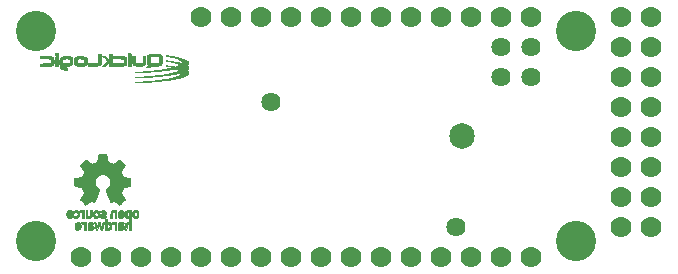
<source format=gbr>
G04 #@! TF.GenerationSoftware,KiCad,Pcbnew,(6.0.7)*
G04 #@! TF.CreationDate,2022-09-05T10:31:39-04:00*
G04 #@! TF.ProjectId,quickfeather-board,71756963-6b66-4656-9174-6865722d626f,rev?*
G04 #@! TF.SameCoordinates,Original*
G04 #@! TF.FileFunction,Soldermask,Bot*
G04 #@! TF.FilePolarity,Negative*
%FSLAX46Y46*%
G04 Gerber Fmt 4.6, Leading zero omitted, Abs format (unit mm)*
G04 Created by KiCad (PCBNEW (6.0.7)) date 2022-09-05 10:31:39*
%MOMM*%
%LPD*%
G01*
G04 APERTURE LIST*
%ADD10C,0.010000*%
%ADD11C,1.778000*%
%ADD12C,1.626000*%
%ADD13C,3.403600*%
%ADD14C,2.162000*%
G04 APERTURE END LIST*
G36*
X131991464Y-112648888D02*
G01*
X131989061Y-112687064D01*
X131985132Y-112718620D01*
X131979382Y-112744822D01*
X131971519Y-112766931D01*
X131961249Y-112786211D01*
X131948280Y-112803924D01*
X131932318Y-112821334D01*
X131910820Y-112840914D01*
X131880332Y-112861195D01*
X131845826Y-112875486D01*
X131844933Y-112875769D01*
X131801267Y-112884334D01*
X131756520Y-112883550D01*
X131712457Y-112873803D01*
X131670839Y-112855477D01*
X131633429Y-112828961D01*
X131616101Y-112813747D01*
X131614581Y-112845803D01*
X131613060Y-112877860D01*
X131488600Y-112880712D01*
X131488600Y-112560360D01*
X131615755Y-112560360D01*
X131615768Y-112565787D01*
X131617416Y-112613722D01*
X131622056Y-112652955D01*
X131630029Y-112684495D01*
X131641675Y-112709355D01*
X131657335Y-112728543D01*
X131677351Y-112743073D01*
X131677791Y-112743319D01*
X131701634Y-112752511D01*
X131731891Y-112756636D01*
X131751626Y-112756844D01*
X131784837Y-112751934D01*
X131811743Y-112739582D01*
X131833230Y-112719292D01*
X131850182Y-112690572D01*
X131851547Y-112687515D01*
X131855213Y-112678375D01*
X131857904Y-112668977D01*
X131859770Y-112657671D01*
X131860961Y-112642806D01*
X131861627Y-112622733D01*
X131861917Y-112595801D01*
X131861980Y-112560360D01*
X131861977Y-112549270D01*
X131861862Y-112516414D01*
X131861478Y-112491610D01*
X131860677Y-112473220D01*
X131859311Y-112459603D01*
X131857234Y-112449122D01*
X131854298Y-112440135D01*
X131850356Y-112431005D01*
X131842123Y-112414992D01*
X131824849Y-112391837D01*
X131803627Y-112376486D01*
X131776772Y-112367911D01*
X131742600Y-112365080D01*
X131719243Y-112366114D01*
X131689596Y-112372427D01*
X131665513Y-112384946D01*
X131646628Y-112404236D01*
X131632575Y-112430860D01*
X131622989Y-112465380D01*
X131617504Y-112508359D01*
X131615755Y-112560360D01*
X131488600Y-112560360D01*
X131488600Y-111986320D01*
X131615600Y-111986320D01*
X131615600Y-112307662D01*
X131632110Y-112294306D01*
X131636933Y-112290544D01*
X131653554Y-112278644D01*
X131670672Y-112267502D01*
X131680026Y-112262101D01*
X131722055Y-112244570D01*
X131765539Y-112236456D01*
X131809134Y-112237613D01*
X131851496Y-112247896D01*
X131891282Y-112267159D01*
X131927147Y-112295258D01*
X131927962Y-112296052D01*
X131944964Y-112313821D01*
X131958780Y-112331509D01*
X131969726Y-112350393D01*
X131978119Y-112371751D01*
X131984275Y-112396860D01*
X131988512Y-112426998D01*
X131991146Y-112463442D01*
X131992495Y-112507470D01*
X131992874Y-112560360D01*
X131992631Y-112602832D01*
X131991464Y-112648888D01*
G37*
D10*
X131991464Y-112648888D02*
X131989061Y-112687064D01*
X131985132Y-112718620D01*
X131979382Y-112744822D01*
X131971519Y-112766931D01*
X131961249Y-112786211D01*
X131948280Y-112803924D01*
X131932318Y-112821334D01*
X131910820Y-112840914D01*
X131880332Y-112861195D01*
X131845826Y-112875486D01*
X131844933Y-112875769D01*
X131801267Y-112884334D01*
X131756520Y-112883550D01*
X131712457Y-112873803D01*
X131670839Y-112855477D01*
X131633429Y-112828961D01*
X131616101Y-112813747D01*
X131614581Y-112845803D01*
X131613060Y-112877860D01*
X131488600Y-112880712D01*
X131488600Y-112560360D01*
X131615755Y-112560360D01*
X131615768Y-112565787D01*
X131617416Y-112613722D01*
X131622056Y-112652955D01*
X131630029Y-112684495D01*
X131641675Y-112709355D01*
X131657335Y-112728543D01*
X131677351Y-112743073D01*
X131677791Y-112743319D01*
X131701634Y-112752511D01*
X131731891Y-112756636D01*
X131751626Y-112756844D01*
X131784837Y-112751934D01*
X131811743Y-112739582D01*
X131833230Y-112719292D01*
X131850182Y-112690572D01*
X131851547Y-112687515D01*
X131855213Y-112678375D01*
X131857904Y-112668977D01*
X131859770Y-112657671D01*
X131860961Y-112642806D01*
X131861627Y-112622733D01*
X131861917Y-112595801D01*
X131861980Y-112560360D01*
X131861977Y-112549270D01*
X131861862Y-112516414D01*
X131861478Y-112491610D01*
X131860677Y-112473220D01*
X131859311Y-112459603D01*
X131857234Y-112449122D01*
X131854298Y-112440135D01*
X131850356Y-112431005D01*
X131842123Y-112414992D01*
X131824849Y-112391837D01*
X131803627Y-112376486D01*
X131776772Y-112367911D01*
X131742600Y-112365080D01*
X131719243Y-112366114D01*
X131689596Y-112372427D01*
X131665513Y-112384946D01*
X131646628Y-112404236D01*
X131632575Y-112430860D01*
X131622989Y-112465380D01*
X131617504Y-112508359D01*
X131615755Y-112560360D01*
X131488600Y-112560360D01*
X131488600Y-111986320D01*
X131615600Y-111986320D01*
X131615600Y-112307662D01*
X131632110Y-112294306D01*
X131636933Y-112290544D01*
X131653554Y-112278644D01*
X131670672Y-112267502D01*
X131680026Y-112262101D01*
X131722055Y-112244570D01*
X131765539Y-112236456D01*
X131809134Y-112237613D01*
X131851496Y-112247896D01*
X131891282Y-112267159D01*
X131927147Y-112295258D01*
X131927962Y-112296052D01*
X131944964Y-112313821D01*
X131958780Y-112331509D01*
X131969726Y-112350393D01*
X131978119Y-112371751D01*
X131984275Y-112396860D01*
X131988512Y-112426998D01*
X131991146Y-112463442D01*
X131992495Y-112507470D01*
X131992874Y-112560360D01*
X131992631Y-112602832D01*
X131991464Y-112648888D01*
G36*
X130975624Y-111623196D02*
G01*
X130972017Y-111663738D01*
X130965821Y-111697956D01*
X130956573Y-111727452D01*
X130943810Y-111753827D01*
X130927068Y-111778683D01*
X130905884Y-111803623D01*
X130900012Y-111809693D01*
X130868036Y-111835997D01*
X130831024Y-111857701D01*
X130793088Y-111872301D01*
X130788053Y-111873564D01*
X130760184Y-111877733D01*
X130727068Y-111879337D01*
X130692448Y-111878443D01*
X130660066Y-111875119D01*
X130633664Y-111869432D01*
X130627383Y-111867390D01*
X130584094Y-111847435D01*
X130544970Y-111819098D01*
X130511533Y-111783680D01*
X130485301Y-111742480D01*
X130475767Y-111720019D01*
X130467413Y-111689728D01*
X130461694Y-111653467D01*
X130458411Y-111609907D01*
X130457360Y-111557721D01*
X130457360Y-111557060D01*
X130586900Y-111557060D01*
X130586968Y-111589520D01*
X130587292Y-111615575D01*
X130588038Y-111634850D01*
X130589373Y-111649085D01*
X130591464Y-111660016D01*
X130594477Y-111669381D01*
X130598579Y-111678916D01*
X130603979Y-111689961D01*
X130617900Y-111711597D01*
X130634926Y-111727439D01*
X130658020Y-111740562D01*
X130669545Y-111745437D01*
X130690915Y-111750804D01*
X130716440Y-111752071D01*
X130745968Y-111750163D01*
X130768995Y-111744561D01*
X130788751Y-111734021D01*
X130808534Y-111717296D01*
X130814786Y-111710963D01*
X130827455Y-111695249D01*
X130836844Y-111677788D01*
X130843388Y-111656909D01*
X130847523Y-111630942D01*
X130849685Y-111598215D01*
X130850309Y-111557060D01*
X130850306Y-111553955D01*
X130849525Y-111513247D01*
X130847077Y-111480802D01*
X130842551Y-111454917D01*
X130835537Y-111433886D01*
X130825625Y-111416003D01*
X130812404Y-111399564D01*
X130788319Y-111380078D01*
X130758059Y-111366830D01*
X130724716Y-111361068D01*
X130690600Y-111363180D01*
X130658020Y-111373557D01*
X130647800Y-111378711D01*
X130627506Y-111392560D01*
X130612087Y-111410366D01*
X130598579Y-111435203D01*
X130594669Y-111444244D01*
X130591601Y-111453574D01*
X130589465Y-111464376D01*
X130588093Y-111478388D01*
X130587320Y-111497348D01*
X130586978Y-111522993D01*
X130586900Y-111557060D01*
X130457360Y-111557060D01*
X130457361Y-111556326D01*
X130458472Y-111502932D01*
X130462008Y-111457969D01*
X130468414Y-111419933D01*
X130478133Y-111387325D01*
X130491611Y-111358643D01*
X130509294Y-111332385D01*
X130531625Y-111307050D01*
X130565668Y-111278187D01*
X130608170Y-111254224D01*
X130654848Y-111238590D01*
X130704267Y-111231754D01*
X130754991Y-111234183D01*
X130799710Y-111243481D01*
X130839230Y-111258891D01*
X130874621Y-111281479D01*
X130908364Y-111312514D01*
X130909389Y-111313602D01*
X130929982Y-111337992D01*
X130946233Y-111363331D01*
X130958566Y-111391128D01*
X130967405Y-111422891D01*
X130973175Y-111460128D01*
X130976301Y-111504348D01*
X130977208Y-111557060D01*
X130977106Y-111574727D01*
X130975624Y-111623196D01*
G37*
X130975624Y-111623196D02*
X130972017Y-111663738D01*
X130965821Y-111697956D01*
X130956573Y-111727452D01*
X130943810Y-111753827D01*
X130927068Y-111778683D01*
X130905884Y-111803623D01*
X130900012Y-111809693D01*
X130868036Y-111835997D01*
X130831024Y-111857701D01*
X130793088Y-111872301D01*
X130788053Y-111873564D01*
X130760184Y-111877733D01*
X130727068Y-111879337D01*
X130692448Y-111878443D01*
X130660066Y-111875119D01*
X130633664Y-111869432D01*
X130627383Y-111867390D01*
X130584094Y-111847435D01*
X130544970Y-111819098D01*
X130511533Y-111783680D01*
X130485301Y-111742480D01*
X130475767Y-111720019D01*
X130467413Y-111689728D01*
X130461694Y-111653467D01*
X130458411Y-111609907D01*
X130457360Y-111557721D01*
X130457360Y-111557060D01*
X130586900Y-111557060D01*
X130586968Y-111589520D01*
X130587292Y-111615575D01*
X130588038Y-111634850D01*
X130589373Y-111649085D01*
X130591464Y-111660016D01*
X130594477Y-111669381D01*
X130598579Y-111678916D01*
X130603979Y-111689961D01*
X130617900Y-111711597D01*
X130634926Y-111727439D01*
X130658020Y-111740562D01*
X130669545Y-111745437D01*
X130690915Y-111750804D01*
X130716440Y-111752071D01*
X130745968Y-111750163D01*
X130768995Y-111744561D01*
X130788751Y-111734021D01*
X130808534Y-111717296D01*
X130814786Y-111710963D01*
X130827455Y-111695249D01*
X130836844Y-111677788D01*
X130843388Y-111656909D01*
X130847523Y-111630942D01*
X130849685Y-111598215D01*
X130850309Y-111557060D01*
X130850306Y-111553955D01*
X130849525Y-111513247D01*
X130847077Y-111480802D01*
X130842551Y-111454917D01*
X130835537Y-111433886D01*
X130825625Y-111416003D01*
X130812404Y-111399564D01*
X130788319Y-111380078D01*
X130758059Y-111366830D01*
X130724716Y-111361068D01*
X130690600Y-111363180D01*
X130658020Y-111373557D01*
X130647800Y-111378711D01*
X130627506Y-111392560D01*
X130612087Y-111410366D01*
X130598579Y-111435203D01*
X130594669Y-111444244D01*
X130591601Y-111453574D01*
X130589465Y-111464376D01*
X130588093Y-111478388D01*
X130587320Y-111497348D01*
X130586978Y-111522993D01*
X130586900Y-111557060D01*
X130457360Y-111557060D01*
X130457361Y-111556326D01*
X130458472Y-111502932D01*
X130462008Y-111457969D01*
X130468414Y-111419933D01*
X130478133Y-111387325D01*
X130491611Y-111358643D01*
X130509294Y-111332385D01*
X130531625Y-111307050D01*
X130565668Y-111278187D01*
X130608170Y-111254224D01*
X130654848Y-111238590D01*
X130704267Y-111231754D01*
X130754991Y-111234183D01*
X130799710Y-111243481D01*
X130839230Y-111258891D01*
X130874621Y-111281479D01*
X130908364Y-111312514D01*
X130909389Y-111313602D01*
X130929982Y-111337992D01*
X130946233Y-111363331D01*
X130958566Y-111391128D01*
X130967405Y-111422891D01*
X130973175Y-111460128D01*
X130976301Y-111504348D01*
X130977208Y-111557060D01*
X130977106Y-111574727D01*
X130975624Y-111623196D01*
G36*
X129423453Y-112573590D02*
G01*
X129421846Y-112614955D01*
X129418034Y-112652432D01*
X129412011Y-112683009D01*
X129400909Y-112717617D01*
X129378956Y-112764367D01*
X129350915Y-112803164D01*
X129316464Y-112834343D01*
X129275277Y-112858240D01*
X129227032Y-112875193D01*
X129213687Y-112878341D01*
X129161431Y-112884771D01*
X129107807Y-112882882D01*
X129055527Y-112872921D01*
X129007305Y-112855135D01*
X129000800Y-112851774D01*
X128983827Y-112841396D01*
X128965478Y-112828528D01*
X128947744Y-112814757D01*
X128932613Y-112801673D01*
X128922075Y-112790864D01*
X128918120Y-112783919D01*
X128921409Y-112779688D01*
X128930748Y-112770561D01*
X128944225Y-112758276D01*
X128959915Y-112744495D01*
X128975894Y-112730883D01*
X128990239Y-112719101D01*
X129001025Y-112710812D01*
X129006329Y-112707680D01*
X129009669Y-112709238D01*
X129019254Y-112715540D01*
X129032202Y-112725029D01*
X129045337Y-112734370D01*
X129079196Y-112751900D01*
X129115560Y-112761004D01*
X129156880Y-112762417D01*
X129179149Y-112760698D01*
X129202560Y-112756495D01*
X129220380Y-112749675D01*
X129244079Y-112733847D01*
X129268750Y-112706977D01*
X129286428Y-112673731D01*
X129296329Y-112635290D01*
X129299743Y-112611160D01*
X128902880Y-112611160D01*
X128902956Y-112538770D01*
X128902988Y-112530603D01*
X128903743Y-112504480D01*
X129029880Y-112504480D01*
X129299743Y-112504480D01*
X129296292Y-112480350D01*
X129291925Y-112459355D01*
X129278866Y-112426148D01*
X129259827Y-112397960D01*
X129236021Y-112376415D01*
X129208662Y-112363134D01*
X129187504Y-112358842D01*
X129158875Y-112357458D01*
X129131080Y-112360129D01*
X129108424Y-112366702D01*
X129108293Y-112366762D01*
X129084484Y-112382542D01*
X129063081Y-112405767D01*
X129045741Y-112433765D01*
X129034122Y-112463861D01*
X129029880Y-112493383D01*
X129029880Y-112504480D01*
X128903743Y-112504480D01*
X128904192Y-112488934D01*
X128907447Y-112454538D01*
X128913188Y-112425053D01*
X128921853Y-112398120D01*
X128933876Y-112371379D01*
X128955254Y-112337247D01*
X128986760Y-112303342D01*
X129024271Y-112275745D01*
X129066360Y-112254995D01*
X129111603Y-112241629D01*
X129158575Y-112236187D01*
X129205850Y-112239206D01*
X129252003Y-112251225D01*
X129263373Y-112255701D01*
X129305455Y-112278016D01*
X129340898Y-112307202D01*
X129370122Y-112343759D01*
X129393546Y-112388186D01*
X129411590Y-112440980D01*
X129415096Y-112456310D01*
X129420073Y-112491253D01*
X129420993Y-112504480D01*
X129422860Y-112531351D01*
X129423453Y-112573590D01*
G37*
X129423453Y-112573590D02*
X129421846Y-112614955D01*
X129418034Y-112652432D01*
X129412011Y-112683009D01*
X129400909Y-112717617D01*
X129378956Y-112764367D01*
X129350915Y-112803164D01*
X129316464Y-112834343D01*
X129275277Y-112858240D01*
X129227032Y-112875193D01*
X129213687Y-112878341D01*
X129161431Y-112884771D01*
X129107807Y-112882882D01*
X129055527Y-112872921D01*
X129007305Y-112855135D01*
X129000800Y-112851774D01*
X128983827Y-112841396D01*
X128965478Y-112828528D01*
X128947744Y-112814757D01*
X128932613Y-112801673D01*
X128922075Y-112790864D01*
X128918120Y-112783919D01*
X128921409Y-112779688D01*
X128930748Y-112770561D01*
X128944225Y-112758276D01*
X128959915Y-112744495D01*
X128975894Y-112730883D01*
X128990239Y-112719101D01*
X129001025Y-112710812D01*
X129006329Y-112707680D01*
X129009669Y-112709238D01*
X129019254Y-112715540D01*
X129032202Y-112725029D01*
X129045337Y-112734370D01*
X129079196Y-112751900D01*
X129115560Y-112761004D01*
X129156880Y-112762417D01*
X129179149Y-112760698D01*
X129202560Y-112756495D01*
X129220380Y-112749675D01*
X129244079Y-112733847D01*
X129268750Y-112706977D01*
X129286428Y-112673731D01*
X129296329Y-112635290D01*
X129299743Y-112611160D01*
X128902880Y-112611160D01*
X128902956Y-112538770D01*
X128902988Y-112530603D01*
X128903743Y-112504480D01*
X129029880Y-112504480D01*
X129299743Y-112504480D01*
X129296292Y-112480350D01*
X129291925Y-112459355D01*
X129278866Y-112426148D01*
X129259827Y-112397960D01*
X129236021Y-112376415D01*
X129208662Y-112363134D01*
X129187504Y-112358842D01*
X129158875Y-112357458D01*
X129131080Y-112360129D01*
X129108424Y-112366702D01*
X129108293Y-112366762D01*
X129084484Y-112382542D01*
X129063081Y-112405767D01*
X129045741Y-112433765D01*
X129034122Y-112463861D01*
X129029880Y-112493383D01*
X129029880Y-112504480D01*
X128903743Y-112504480D01*
X128904192Y-112488934D01*
X128907447Y-112454538D01*
X128913188Y-112425053D01*
X128921853Y-112398120D01*
X128933876Y-112371379D01*
X128955254Y-112337247D01*
X128986760Y-112303342D01*
X129024271Y-112275745D01*
X129066360Y-112254995D01*
X129111603Y-112241629D01*
X129158575Y-112236187D01*
X129205850Y-112239206D01*
X129252003Y-112251225D01*
X129263373Y-112255701D01*
X129305455Y-112278016D01*
X129340898Y-112307202D01*
X129370122Y-112343759D01*
X129393546Y-112388186D01*
X129411590Y-112440980D01*
X129415096Y-112456310D01*
X129420073Y-112491253D01*
X129420993Y-112504480D01*
X129422860Y-112531351D01*
X129423453Y-112573590D01*
G36*
X129445313Y-111236915D02*
G01*
X129484664Y-111248051D01*
X129520229Y-111265128D01*
X129549310Y-111287351D01*
X129568360Y-111306089D01*
X129568360Y-111239560D01*
X129700440Y-111239560D01*
X129700440Y-111874560D01*
X129568360Y-111874560D01*
X129568360Y-111663662D01*
X129568220Y-111614891D01*
X129567853Y-111570183D01*
X129567281Y-111530557D01*
X129566527Y-111497026D01*
X129565614Y-111470607D01*
X129564563Y-111452316D01*
X129563398Y-111443168D01*
X129555182Y-111422686D01*
X129536844Y-111397471D01*
X129512428Y-111378319D01*
X129483574Y-111365863D01*
X129451926Y-111360739D01*
X129419125Y-111363578D01*
X129386813Y-111375016D01*
X129374737Y-111380823D01*
X129363480Y-111385478D01*
X129358550Y-111386446D01*
X129358395Y-111386244D01*
X129353883Y-111380786D01*
X129344281Y-111369326D01*
X129330873Y-111353395D01*
X129314947Y-111334523D01*
X129313141Y-111332377D01*
X129297563Y-111313053D01*
X129285338Y-111296441D01*
X129277599Y-111284169D01*
X129275480Y-111277862D01*
X129280631Y-111272160D01*
X129293578Y-111263832D01*
X129311588Y-111254791D01*
X129332134Y-111246178D01*
X129352688Y-111239137D01*
X129370722Y-111234809D01*
X129404875Y-111232513D01*
X129445313Y-111236915D01*
G37*
X129445313Y-111236915D02*
X129484664Y-111248051D01*
X129520229Y-111265128D01*
X129549310Y-111287351D01*
X129568360Y-111306089D01*
X129568360Y-111239560D01*
X129700440Y-111239560D01*
X129700440Y-111874560D01*
X129568360Y-111874560D01*
X129568360Y-111663662D01*
X129568220Y-111614891D01*
X129567853Y-111570183D01*
X129567281Y-111530557D01*
X129566527Y-111497026D01*
X129565614Y-111470607D01*
X129564563Y-111452316D01*
X129563398Y-111443168D01*
X129555182Y-111422686D01*
X129536844Y-111397471D01*
X129512428Y-111378319D01*
X129483574Y-111365863D01*
X129451926Y-111360739D01*
X129419125Y-111363578D01*
X129386813Y-111375016D01*
X129374737Y-111380823D01*
X129363480Y-111385478D01*
X129358550Y-111386446D01*
X129358395Y-111386244D01*
X129353883Y-111380786D01*
X129344281Y-111369326D01*
X129330873Y-111353395D01*
X129314947Y-111334523D01*
X129313141Y-111332377D01*
X129297563Y-111313053D01*
X129285338Y-111296441D01*
X129277599Y-111284169D01*
X129275480Y-111277862D01*
X129280631Y-111272160D01*
X129293578Y-111263832D01*
X129311588Y-111254791D01*
X129332134Y-111246178D01*
X129352688Y-111239137D01*
X129370722Y-111234809D01*
X129404875Y-111232513D01*
X129445313Y-111236915D01*
G36*
X132186066Y-111234696D02*
G01*
X132193198Y-111235790D01*
X132228999Y-111244698D01*
X132260955Y-111259612D01*
X132292895Y-111282238D01*
X132321720Y-111305716D01*
X132321720Y-111239560D01*
X132448720Y-111239560D01*
X132448720Y-111874560D01*
X132322334Y-111874560D01*
X132320757Y-111665010D01*
X132320516Y-111633724D01*
X132320111Y-111587343D01*
X132319673Y-111549513D01*
X132319148Y-111519216D01*
X132318483Y-111495435D01*
X132317625Y-111477153D01*
X132316520Y-111463351D01*
X132315115Y-111453012D01*
X132313356Y-111445119D01*
X132311190Y-111438654D01*
X132308564Y-111432600D01*
X132300417Y-111418318D01*
X132282147Y-111396281D01*
X132260316Y-111378058D01*
X132238101Y-111366626D01*
X132226452Y-111364089D01*
X132206329Y-111362251D01*
X132184760Y-111362331D01*
X132156409Y-111366288D01*
X132127360Y-111377722D01*
X132104099Y-111396999D01*
X132085578Y-111424777D01*
X132070260Y-111454716D01*
X132068779Y-111664638D01*
X132067297Y-111874560D01*
X131940720Y-111874560D01*
X131940720Y-111651290D01*
X131940741Y-111625881D01*
X131940995Y-111564996D01*
X131941534Y-111513193D01*
X131942353Y-111470687D01*
X131943446Y-111437693D01*
X131944809Y-111414425D01*
X131946437Y-111401100D01*
X131949218Y-111389565D01*
X131965466Y-111347638D01*
X131989490Y-111310984D01*
X132020142Y-111280399D01*
X132056274Y-111256680D01*
X132096737Y-111240625D01*
X132140384Y-111233031D01*
X132186066Y-111234696D01*
G37*
X132186066Y-111234696D02*
X132193198Y-111235790D01*
X132228999Y-111244698D01*
X132260955Y-111259612D01*
X132292895Y-111282238D01*
X132321720Y-111305716D01*
X132321720Y-111239560D01*
X132448720Y-111239560D01*
X132448720Y-111874560D01*
X132322334Y-111874560D01*
X132320757Y-111665010D01*
X132320516Y-111633724D01*
X132320111Y-111587343D01*
X132319673Y-111549513D01*
X132319148Y-111519216D01*
X132318483Y-111495435D01*
X132317625Y-111477153D01*
X132316520Y-111463351D01*
X132315115Y-111453012D01*
X132313356Y-111445119D01*
X132311190Y-111438654D01*
X132308564Y-111432600D01*
X132300417Y-111418318D01*
X132282147Y-111396281D01*
X132260316Y-111378058D01*
X132238101Y-111366626D01*
X132226452Y-111364089D01*
X132206329Y-111362251D01*
X132184760Y-111362331D01*
X132156409Y-111366288D01*
X132127360Y-111377722D01*
X132104099Y-111396999D01*
X132085578Y-111424777D01*
X132070260Y-111454716D01*
X132068779Y-111664638D01*
X132067297Y-111874560D01*
X131940720Y-111874560D01*
X131940720Y-111651290D01*
X131940741Y-111625881D01*
X131940995Y-111564996D01*
X131941534Y-111513193D01*
X131942353Y-111470687D01*
X131943446Y-111437693D01*
X131944809Y-111414425D01*
X131946437Y-111401100D01*
X131949218Y-111389565D01*
X131965466Y-111347638D01*
X131989490Y-111310984D01*
X132020142Y-111280399D01*
X132056274Y-111256680D01*
X132096737Y-111240625D01*
X132140384Y-111233031D01*
X132186066Y-111234696D01*
G36*
X133075801Y-112717506D02*
G01*
X133066796Y-112755521D01*
X133049625Y-112791334D01*
X133024046Y-112823501D01*
X133005331Y-112839088D01*
X132976935Y-112856628D01*
X132945682Y-112871062D01*
X132915530Y-112880315D01*
X132906538Y-112881624D01*
X132886988Y-112883015D01*
X132862824Y-112883658D01*
X132837340Y-112883422D01*
X132822703Y-112882805D01*
X132785318Y-112878710D01*
X132755580Y-112870826D01*
X132731978Y-112858645D01*
X132712999Y-112841658D01*
X132708580Y-112836755D01*
X132699925Y-112827991D01*
X132695256Y-112824520D01*
X132694140Y-112827057D01*
X132693001Y-112837262D01*
X132692560Y-112852616D01*
X132692560Y-112880712D01*
X132568100Y-112877860D01*
X132568105Y-112611160D01*
X132691057Y-112611160D01*
X132694033Y-112657094D01*
X132694673Y-112665753D01*
X132699038Y-112697444D01*
X132706482Y-112721138D01*
X132717655Y-112738381D01*
X132733200Y-112750718D01*
X132733457Y-112750866D01*
X132742549Y-112755242D01*
X132753336Y-112758268D01*
X132767932Y-112760233D01*
X132788455Y-112761426D01*
X132817020Y-112762134D01*
X132833316Y-112762328D01*
X132861719Y-112761928D01*
X132883179Y-112760099D01*
X132899866Y-112756449D01*
X132913946Y-112750585D01*
X132927587Y-112742115D01*
X132929720Y-112740562D01*
X132946495Y-112722310D01*
X132955252Y-112700525D01*
X132956223Y-112677361D01*
X132949636Y-112654971D01*
X132935720Y-112635512D01*
X132914706Y-112621136D01*
X132909641Y-112618995D01*
X132900604Y-112616129D01*
X132889508Y-112614068D01*
X132874734Y-112612682D01*
X132854661Y-112611841D01*
X132827669Y-112611414D01*
X132792139Y-112611271D01*
X132691057Y-112611160D01*
X132568105Y-112611160D01*
X132568110Y-112390180D01*
X132580279Y-112359956D01*
X132584255Y-112350988D01*
X132604258Y-112319027D01*
X132630681Y-112290821D01*
X132660688Y-112269559D01*
X132686290Y-112257419D01*
X132713571Y-112248483D01*
X132744257Y-112242589D01*
X132780547Y-112239315D01*
X132824640Y-112238242D01*
X132852047Y-112238408D01*
X132882329Y-112239605D01*
X132906748Y-112242323D01*
X132927762Y-112246998D01*
X132947833Y-112254068D01*
X132969420Y-112263969D01*
X132970258Y-112264392D01*
X132983566Y-112272529D01*
X132999267Y-112284005D01*
X133015216Y-112296991D01*
X133029265Y-112309658D01*
X133039269Y-112320177D01*
X133043080Y-112326721D01*
X133043078Y-112326755D01*
X133039081Y-112330946D01*
X133028568Y-112339904D01*
X133013108Y-112352336D01*
X132994272Y-112366948D01*
X132945464Y-112404211D01*
X132934582Y-112391280D01*
X132925470Y-112381518D01*
X132913229Y-112372284D01*
X132898402Y-112366003D01*
X132879103Y-112362156D01*
X132853451Y-112360227D01*
X132819560Y-112359700D01*
X132809181Y-112359716D01*
X132783299Y-112360045D01*
X132764860Y-112360982D01*
X132751816Y-112362768D01*
X132742123Y-112365647D01*
X132733732Y-112369860D01*
X132719557Y-112379312D01*
X132707619Y-112391473D01*
X132700005Y-112406818D01*
X132695643Y-112427652D01*
X132693457Y-112456281D01*
X132691349Y-112504480D01*
X132799905Y-112504604D01*
X132810571Y-112504625D01*
X132850368Y-112504969D01*
X132882008Y-112505865D01*
X132907110Y-112507504D01*
X132927295Y-112510081D01*
X132944182Y-112513785D01*
X132959391Y-112518812D01*
X132974540Y-112525351D01*
X133006713Y-112544961D01*
X133034945Y-112572318D01*
X133056211Y-112604695D01*
X133070268Y-112640648D01*
X133076640Y-112677361D01*
X133076878Y-112678734D01*
X133075801Y-112717506D01*
G37*
X133075801Y-112717506D02*
X133066796Y-112755521D01*
X133049625Y-112791334D01*
X133024046Y-112823501D01*
X133005331Y-112839088D01*
X132976935Y-112856628D01*
X132945682Y-112871062D01*
X132915530Y-112880315D01*
X132906538Y-112881624D01*
X132886988Y-112883015D01*
X132862824Y-112883658D01*
X132837340Y-112883422D01*
X132822703Y-112882805D01*
X132785318Y-112878710D01*
X132755580Y-112870826D01*
X132731978Y-112858645D01*
X132712999Y-112841658D01*
X132708580Y-112836755D01*
X132699925Y-112827991D01*
X132695256Y-112824520D01*
X132694140Y-112827057D01*
X132693001Y-112837262D01*
X132692560Y-112852616D01*
X132692560Y-112880712D01*
X132568100Y-112877860D01*
X132568105Y-112611160D01*
X132691057Y-112611160D01*
X132694033Y-112657094D01*
X132694673Y-112665753D01*
X132699038Y-112697444D01*
X132706482Y-112721138D01*
X132717655Y-112738381D01*
X132733200Y-112750718D01*
X132733457Y-112750866D01*
X132742549Y-112755242D01*
X132753336Y-112758268D01*
X132767932Y-112760233D01*
X132788455Y-112761426D01*
X132817020Y-112762134D01*
X132833316Y-112762328D01*
X132861719Y-112761928D01*
X132883179Y-112760099D01*
X132899866Y-112756449D01*
X132913946Y-112750585D01*
X132927587Y-112742115D01*
X132929720Y-112740562D01*
X132946495Y-112722310D01*
X132955252Y-112700525D01*
X132956223Y-112677361D01*
X132949636Y-112654971D01*
X132935720Y-112635512D01*
X132914706Y-112621136D01*
X132909641Y-112618995D01*
X132900604Y-112616129D01*
X132889508Y-112614068D01*
X132874734Y-112612682D01*
X132854661Y-112611841D01*
X132827669Y-112611414D01*
X132792139Y-112611271D01*
X132691057Y-112611160D01*
X132568105Y-112611160D01*
X132568110Y-112390180D01*
X132580279Y-112359956D01*
X132584255Y-112350988D01*
X132604258Y-112319027D01*
X132630681Y-112290821D01*
X132660688Y-112269559D01*
X132686290Y-112257419D01*
X132713571Y-112248483D01*
X132744257Y-112242589D01*
X132780547Y-112239315D01*
X132824640Y-112238242D01*
X132852047Y-112238408D01*
X132882329Y-112239605D01*
X132906748Y-112242323D01*
X132927762Y-112246998D01*
X132947833Y-112254068D01*
X132969420Y-112263969D01*
X132970258Y-112264392D01*
X132983566Y-112272529D01*
X132999267Y-112284005D01*
X133015216Y-112296991D01*
X133029265Y-112309658D01*
X133039269Y-112320177D01*
X133043080Y-112326721D01*
X133043078Y-112326755D01*
X133039081Y-112330946D01*
X133028568Y-112339904D01*
X133013108Y-112352336D01*
X132994272Y-112366948D01*
X132945464Y-112404211D01*
X132934582Y-112391280D01*
X132925470Y-112381518D01*
X132913229Y-112372284D01*
X132898402Y-112366003D01*
X132879103Y-112362156D01*
X132853451Y-112360227D01*
X132819560Y-112359700D01*
X132809181Y-112359716D01*
X132783299Y-112360045D01*
X132764860Y-112360982D01*
X132751816Y-112362768D01*
X132742123Y-112365647D01*
X132733732Y-112369860D01*
X132719557Y-112379312D01*
X132707619Y-112391473D01*
X132700005Y-112406818D01*
X132695643Y-112427652D01*
X132693457Y-112456281D01*
X132691349Y-112504480D01*
X132799905Y-112504604D01*
X132810571Y-112504625D01*
X132850368Y-112504969D01*
X132882008Y-112505865D01*
X132907110Y-112507504D01*
X132927295Y-112510081D01*
X132944182Y-112513785D01*
X132959391Y-112518812D01*
X132974540Y-112525351D01*
X133006713Y-112544961D01*
X133034945Y-112572318D01*
X133056211Y-112604695D01*
X133070268Y-112640648D01*
X133076640Y-112677361D01*
X133076878Y-112678734D01*
X133075801Y-112717506D01*
G36*
X133548540Y-112877860D02*
G01*
X133546000Y-112664500D01*
X133545316Y-112613767D01*
X133544384Y-112561884D01*
X133543318Y-112519500D01*
X133542106Y-112486254D01*
X133540733Y-112461784D01*
X133539186Y-112445731D01*
X133537451Y-112437734D01*
X133533493Y-112430162D01*
X133518362Y-112409665D01*
X133499019Y-112390680D01*
X133479188Y-112377085D01*
X133454115Y-112367476D01*
X133420694Y-112363311D01*
X133387918Y-112368039D01*
X133357529Y-112381112D01*
X133331267Y-112401980D01*
X133310875Y-112430095D01*
X133308295Y-112435152D01*
X133305984Y-112440788D01*
X133304094Y-112447609D01*
X133302566Y-112456613D01*
X133301341Y-112468796D01*
X133300361Y-112485155D01*
X133299568Y-112506688D01*
X133298901Y-112534392D01*
X133298304Y-112569263D01*
X133297717Y-112612300D01*
X133297080Y-112664500D01*
X133294540Y-112877860D01*
X133170080Y-112880712D01*
X133170080Y-112647798D01*
X133170105Y-112603718D01*
X133170224Y-112554610D01*
X133170471Y-112513983D01*
X133170874Y-112480887D01*
X133171464Y-112454373D01*
X133172270Y-112433490D01*
X133173322Y-112417291D01*
X133174651Y-112404824D01*
X133176285Y-112395141D01*
X133178255Y-112387292D01*
X133185078Y-112367761D01*
X133205836Y-112328859D01*
X133233484Y-112296062D01*
X133266814Y-112269897D01*
X133304621Y-112250892D01*
X133345696Y-112239573D01*
X133388834Y-112236469D01*
X133432828Y-112242105D01*
X133476469Y-112257011D01*
X133486989Y-112262376D01*
X133507687Y-112275225D01*
X133525020Y-112288587D01*
X133546000Y-112307542D01*
X133546000Y-111807728D01*
X133524410Y-111826209D01*
X133510899Y-111836448D01*
X133490507Y-111849571D01*
X133469921Y-111860895D01*
X133464977Y-111863311D01*
X133450752Y-111869713D01*
X133438202Y-111873753D01*
X133424370Y-111875972D01*
X133406295Y-111876907D01*
X133381021Y-111877100D01*
X133373781Y-111877091D01*
X133350487Y-111876746D01*
X133333565Y-111875495D01*
X133319988Y-111872797D01*
X133306734Y-111868105D01*
X133290777Y-111860878D01*
X133277510Y-111853865D01*
X133252509Y-111837399D01*
X133231550Y-111819673D01*
X133218286Y-111805590D01*
X133204363Y-111787783D01*
X133193272Y-111768726D01*
X133184712Y-111747150D01*
X133178383Y-111721785D01*
X133173983Y-111691363D01*
X133171212Y-111654614D01*
X133169770Y-111610269D01*
X133169356Y-111557060D01*
X133169453Y-111541683D01*
X133297414Y-111541683D01*
X133297742Y-111575893D01*
X133299125Y-111609307D01*
X133301516Y-111639591D01*
X133304866Y-111664415D01*
X133309127Y-111681448D01*
X133317739Y-111699537D01*
X133338243Y-111724944D01*
X133365660Y-111743009D01*
X133376114Y-111746767D01*
X133400401Y-111751168D01*
X133427758Y-111752304D01*
X133453976Y-111750117D01*
X133474844Y-111744547D01*
X133487383Y-111738276D01*
X133506863Y-111723598D01*
X133521956Y-111704032D01*
X133533040Y-111678588D01*
X133540491Y-111646272D01*
X133544686Y-111606093D01*
X133546000Y-111557060D01*
X133544864Y-111512787D01*
X133540349Y-111468822D01*
X133532002Y-111433368D01*
X133519407Y-111405790D01*
X133502149Y-111385448D01*
X133479810Y-111371708D01*
X133451975Y-111363930D01*
X133418228Y-111361480D01*
X133415643Y-111361493D01*
X133381108Y-111364948D01*
X133353645Y-111375026D01*
X133332326Y-111392468D01*
X133316223Y-111418016D01*
X133304409Y-111452410D01*
X133303244Y-111457581D01*
X133300117Y-111480195D01*
X133298190Y-111509006D01*
X133297414Y-111541683D01*
X133169453Y-111541683D01*
X133169646Y-111511256D01*
X133170905Y-111465717D01*
X133173447Y-111427949D01*
X133177581Y-111396673D01*
X133183612Y-111370613D01*
X133191850Y-111348490D01*
X133202599Y-111329027D01*
X133216169Y-111310946D01*
X133232866Y-111292970D01*
X133245929Y-111281008D01*
X133283074Y-111256181D01*
X133324497Y-111239869D01*
X133368591Y-111232590D01*
X133413750Y-111234858D01*
X133449557Y-111243135D01*
X133484478Y-111257961D01*
X133519099Y-111280538D01*
X133546000Y-111300849D01*
X133546000Y-111239560D01*
X133673000Y-111239560D01*
X133673000Y-112880712D01*
X133548540Y-112877860D01*
G37*
X133548540Y-112877860D02*
X133546000Y-112664500D01*
X133545316Y-112613767D01*
X133544384Y-112561884D01*
X133543318Y-112519500D01*
X133542106Y-112486254D01*
X133540733Y-112461784D01*
X133539186Y-112445731D01*
X133537451Y-112437734D01*
X133533493Y-112430162D01*
X133518362Y-112409665D01*
X133499019Y-112390680D01*
X133479188Y-112377085D01*
X133454115Y-112367476D01*
X133420694Y-112363311D01*
X133387918Y-112368039D01*
X133357529Y-112381112D01*
X133331267Y-112401980D01*
X133310875Y-112430095D01*
X133308295Y-112435152D01*
X133305984Y-112440788D01*
X133304094Y-112447609D01*
X133302566Y-112456613D01*
X133301341Y-112468796D01*
X133300361Y-112485155D01*
X133299568Y-112506688D01*
X133298901Y-112534392D01*
X133298304Y-112569263D01*
X133297717Y-112612300D01*
X133297080Y-112664500D01*
X133294540Y-112877860D01*
X133170080Y-112880712D01*
X133170080Y-112647798D01*
X133170105Y-112603718D01*
X133170224Y-112554610D01*
X133170471Y-112513983D01*
X133170874Y-112480887D01*
X133171464Y-112454373D01*
X133172270Y-112433490D01*
X133173322Y-112417291D01*
X133174651Y-112404824D01*
X133176285Y-112395141D01*
X133178255Y-112387292D01*
X133185078Y-112367761D01*
X133205836Y-112328859D01*
X133233484Y-112296062D01*
X133266814Y-112269897D01*
X133304621Y-112250892D01*
X133345696Y-112239573D01*
X133388834Y-112236469D01*
X133432828Y-112242105D01*
X133476469Y-112257011D01*
X133486989Y-112262376D01*
X133507687Y-112275225D01*
X133525020Y-112288587D01*
X133546000Y-112307542D01*
X133546000Y-111807728D01*
X133524410Y-111826209D01*
X133510899Y-111836448D01*
X133490507Y-111849571D01*
X133469921Y-111860895D01*
X133464977Y-111863311D01*
X133450752Y-111869713D01*
X133438202Y-111873753D01*
X133424370Y-111875972D01*
X133406295Y-111876907D01*
X133381021Y-111877100D01*
X133373781Y-111877091D01*
X133350487Y-111876746D01*
X133333565Y-111875495D01*
X133319988Y-111872797D01*
X133306734Y-111868105D01*
X133290777Y-111860878D01*
X133277510Y-111853865D01*
X133252509Y-111837399D01*
X133231550Y-111819673D01*
X133218286Y-111805590D01*
X133204363Y-111787783D01*
X133193272Y-111768726D01*
X133184712Y-111747150D01*
X133178383Y-111721785D01*
X133173983Y-111691363D01*
X133171212Y-111654614D01*
X133169770Y-111610269D01*
X133169356Y-111557060D01*
X133169453Y-111541683D01*
X133297414Y-111541683D01*
X133297742Y-111575893D01*
X133299125Y-111609307D01*
X133301516Y-111639591D01*
X133304866Y-111664415D01*
X133309127Y-111681448D01*
X133317739Y-111699537D01*
X133338243Y-111724944D01*
X133365660Y-111743009D01*
X133376114Y-111746767D01*
X133400401Y-111751168D01*
X133427758Y-111752304D01*
X133453976Y-111750117D01*
X133474844Y-111744547D01*
X133487383Y-111738276D01*
X133506863Y-111723598D01*
X133521956Y-111704032D01*
X133533040Y-111678588D01*
X133540491Y-111646272D01*
X133544686Y-111606093D01*
X133546000Y-111557060D01*
X133544864Y-111512787D01*
X133540349Y-111468822D01*
X133532002Y-111433368D01*
X133519407Y-111405790D01*
X133502149Y-111385448D01*
X133479810Y-111371708D01*
X133451975Y-111363930D01*
X133418228Y-111361480D01*
X133415643Y-111361493D01*
X133381108Y-111364948D01*
X133353645Y-111375026D01*
X133332326Y-111392468D01*
X133316223Y-111418016D01*
X133304409Y-111452410D01*
X133303244Y-111457581D01*
X133300117Y-111480195D01*
X133298190Y-111509006D01*
X133297414Y-111541683D01*
X133169453Y-111541683D01*
X133169646Y-111511256D01*
X133170905Y-111465717D01*
X133173447Y-111427949D01*
X133177581Y-111396673D01*
X133183612Y-111370613D01*
X133191850Y-111348490D01*
X133202599Y-111329027D01*
X133216169Y-111310946D01*
X133232866Y-111292970D01*
X133245929Y-111281008D01*
X133283074Y-111256181D01*
X133324497Y-111239869D01*
X133368591Y-111232590D01*
X133413750Y-111234858D01*
X133449557Y-111243135D01*
X133484478Y-111257961D01*
X133519099Y-111280538D01*
X133546000Y-111300849D01*
X133546000Y-111239560D01*
X133673000Y-111239560D01*
X133673000Y-112880712D01*
X133548540Y-112877860D01*
G36*
X129965879Y-111446570D02*
G01*
X129966191Y-111481669D01*
X129966703Y-111530149D01*
X129967347Y-111570120D01*
X129968258Y-111602598D01*
X129969570Y-111628599D01*
X129971416Y-111649138D01*
X129973931Y-111665230D01*
X129977249Y-111677892D01*
X129981503Y-111688138D01*
X129986828Y-111696985D01*
X129993357Y-111705449D01*
X130001225Y-111714544D01*
X130014581Y-111727838D01*
X130038478Y-111743099D01*
X130066560Y-111750846D01*
X130100830Y-111751829D01*
X130130669Y-111747609D01*
X130159425Y-111736139D01*
X130182401Y-111716956D01*
X130200743Y-111689342D01*
X130216060Y-111659403D01*
X130217542Y-111449481D01*
X130219024Y-111239560D01*
X130345600Y-111239560D01*
X130345600Y-111462829D01*
X130345580Y-111488238D01*
X130345326Y-111549123D01*
X130344787Y-111600926D01*
X130343968Y-111643432D01*
X130342875Y-111676426D01*
X130341512Y-111699694D01*
X130339884Y-111713019D01*
X130329000Y-111748067D01*
X130307682Y-111787608D01*
X130278723Y-111821703D01*
X130274061Y-111826082D01*
X130256469Y-111841580D01*
X130240995Y-111852516D01*
X130223788Y-111861300D01*
X130200999Y-111870339D01*
X130189417Y-111874078D01*
X130172702Y-111877290D01*
X130152143Y-111878599D01*
X130124620Y-111878333D01*
X130111442Y-111877869D01*
X130089803Y-111876373D01*
X130073148Y-111873568D01*
X130057979Y-111868739D01*
X130040800Y-111861169D01*
X130023318Y-111851776D01*
X130003728Y-111839017D01*
X129988982Y-111827012D01*
X129981805Y-111820148D01*
X129972290Y-111811785D01*
X129967392Y-111808520D01*
X129966018Y-111812829D01*
X129964992Y-111824722D01*
X129964600Y-111841540D01*
X129964600Y-111874560D01*
X129837600Y-111874560D01*
X129837600Y-111239560D01*
X129964074Y-111239560D01*
X129965879Y-111446570D01*
G37*
X129965879Y-111446570D02*
X129966191Y-111481669D01*
X129966703Y-111530149D01*
X129967347Y-111570120D01*
X129968258Y-111602598D01*
X129969570Y-111628599D01*
X129971416Y-111649138D01*
X129973931Y-111665230D01*
X129977249Y-111677892D01*
X129981503Y-111688138D01*
X129986828Y-111696985D01*
X129993357Y-111705449D01*
X130001225Y-111714544D01*
X130014581Y-111727838D01*
X130038478Y-111743099D01*
X130066560Y-111750846D01*
X130100830Y-111751829D01*
X130130669Y-111747609D01*
X130159425Y-111736139D01*
X130182401Y-111716956D01*
X130200743Y-111689342D01*
X130216060Y-111659403D01*
X130217542Y-111449481D01*
X130219024Y-111239560D01*
X130345600Y-111239560D01*
X130345600Y-111462829D01*
X130345580Y-111488238D01*
X130345326Y-111549123D01*
X130344787Y-111600926D01*
X130343968Y-111643432D01*
X130342875Y-111676426D01*
X130341512Y-111699694D01*
X130339884Y-111713019D01*
X130329000Y-111748067D01*
X130307682Y-111787608D01*
X130278723Y-111821703D01*
X130274061Y-111826082D01*
X130256469Y-111841580D01*
X130240995Y-111852516D01*
X130223788Y-111861300D01*
X130200999Y-111870339D01*
X130189417Y-111874078D01*
X130172702Y-111877290D01*
X130152143Y-111878599D01*
X130124620Y-111878333D01*
X130111442Y-111877869D01*
X130089803Y-111876373D01*
X130073148Y-111873568D01*
X130057979Y-111868739D01*
X130040800Y-111861169D01*
X130023318Y-111851776D01*
X130003728Y-111839017D01*
X129988982Y-111827012D01*
X129981805Y-111820148D01*
X129972290Y-111811785D01*
X129967392Y-111808520D01*
X129966018Y-111812829D01*
X129964992Y-111824722D01*
X129964600Y-111841540D01*
X129964600Y-111874560D01*
X129837600Y-111874560D01*
X129837600Y-111239560D01*
X129964074Y-111239560D01*
X129965879Y-111446570D01*
G36*
X131292296Y-106479603D02*
G01*
X131351581Y-106479638D01*
X131401856Y-106479730D01*
X131443892Y-106479900D01*
X131478463Y-106480169D01*
X131506342Y-106480559D01*
X131528302Y-106481092D01*
X131545116Y-106481789D01*
X131557558Y-106482672D01*
X131566401Y-106483762D01*
X131572416Y-106485080D01*
X131576379Y-106486649D01*
X131579061Y-106488490D01*
X131579644Y-106489053D01*
X131582076Y-106492758D01*
X131584778Y-106499318D01*
X131587900Y-106509446D01*
X131591596Y-106523858D01*
X131596016Y-106543268D01*
X131601314Y-106568392D01*
X131607640Y-106599943D01*
X131615147Y-106638636D01*
X131623986Y-106685187D01*
X131634310Y-106740310D01*
X131646271Y-106804720D01*
X131647128Y-106809345D01*
X131657275Y-106863854D01*
X131666973Y-106915458D01*
X131676050Y-106963270D01*
X131684332Y-107006404D01*
X131691648Y-107043974D01*
X131697825Y-107075095D01*
X131702691Y-107098879D01*
X131706073Y-107114442D01*
X131707798Y-107120897D01*
X131708989Y-107123019D01*
X131711256Y-107126010D01*
X131714862Y-107129186D01*
X131720616Y-107132913D01*
X131729323Y-107137555D01*
X131741790Y-107143478D01*
X131758824Y-107151047D01*
X131781232Y-107160627D01*
X131809821Y-107172584D01*
X131845397Y-107187282D01*
X131888766Y-107205088D01*
X131940736Y-107226366D01*
X131989289Y-107246071D01*
X132033517Y-107263692D01*
X132072194Y-107278751D01*
X132104559Y-107290961D01*
X132129856Y-107300036D01*
X132147326Y-107305691D01*
X132156211Y-107307639D01*
X132160137Y-107307024D01*
X132166977Y-107304475D01*
X132176744Y-107299586D01*
X132190041Y-107291969D01*
X132207466Y-107281239D01*
X132229621Y-107267009D01*
X132257104Y-107248893D01*
X132290516Y-107226505D01*
X132330457Y-107199457D01*
X132377527Y-107167364D01*
X132432326Y-107129839D01*
X132455164Y-107114199D01*
X132507429Y-107078592D01*
X132554524Y-107046780D01*
X132596001Y-107019056D01*
X132631412Y-106995713D01*
X132660309Y-106977047D01*
X132682244Y-106963350D01*
X132696769Y-106954916D01*
X132703435Y-106952039D01*
X132705037Y-106952421D01*
X132711218Y-106956155D01*
X132721322Y-106964175D01*
X132735744Y-106976856D01*
X132754879Y-106994574D01*
X132779121Y-107017701D01*
X132808865Y-107046615D01*
X132844508Y-107081688D01*
X132886443Y-107123297D01*
X132935065Y-107171815D01*
X132977277Y-107214080D01*
X133017601Y-107254604D01*
X133051609Y-107288991D01*
X133079788Y-107317760D01*
X133102628Y-107341429D01*
X133120615Y-107360516D01*
X133134237Y-107375539D01*
X133143983Y-107387018D01*
X133150340Y-107395471D01*
X133153797Y-107401417D01*
X133154840Y-107405373D01*
X133154048Y-107408555D01*
X133149352Y-107418284D01*
X133140249Y-107433987D01*
X133126526Y-107455990D01*
X133107969Y-107484623D01*
X133084364Y-107520213D01*
X133055498Y-107563089D01*
X133021156Y-107613577D01*
X132981126Y-107672008D01*
X132950256Y-107717105D01*
X132920777Y-107760495D01*
X132893530Y-107800920D01*
X132869025Y-107837612D01*
X132847768Y-107869801D01*
X132830268Y-107896718D01*
X132817033Y-107917593D01*
X132808572Y-107931658D01*
X132805391Y-107938142D01*
X132805533Y-107940452D01*
X132808656Y-107951978D01*
X132815300Y-107971108D01*
X132824978Y-107996708D01*
X132837200Y-108027642D01*
X132851480Y-108062776D01*
X132867328Y-108100973D01*
X132884257Y-108141100D01*
X132901779Y-108182021D01*
X132919406Y-108222600D01*
X132936649Y-108261703D01*
X132953021Y-108298194D01*
X132968033Y-108330939D01*
X132981198Y-108358801D01*
X132992027Y-108380646D01*
X133000032Y-108395340D01*
X133004725Y-108401745D01*
X133009542Y-108403440D01*
X133023897Y-108407050D01*
X133046665Y-108412135D01*
X133076960Y-108418518D01*
X133113898Y-108426018D01*
X133156592Y-108434456D01*
X133204159Y-108443654D01*
X133255712Y-108453432D01*
X133310367Y-108463610D01*
X133357282Y-108472333D01*
X133408523Y-108482012D01*
X133456196Y-108491177D01*
X133499381Y-108499642D01*
X133537161Y-108507223D01*
X133568616Y-108513736D01*
X133592828Y-108518996D01*
X133608879Y-108522818D01*
X133615850Y-108525018D01*
X133627280Y-108532154D01*
X133627280Y-108846634D01*
X133627260Y-108909764D01*
X133627184Y-108965596D01*
X133627034Y-109012738D01*
X133626791Y-109051936D01*
X133626438Y-109083937D01*
X133625955Y-109109486D01*
X133625324Y-109129329D01*
X133624526Y-109144214D01*
X133623544Y-109154886D01*
X133622359Y-109162092D01*
X133620952Y-109166577D01*
X133619305Y-109169089D01*
X133618305Y-109170108D01*
X133615812Y-109172581D01*
X133612884Y-109174666D01*
X133608329Y-109176644D01*
X133600953Y-109178799D01*
X133589561Y-109181415D01*
X133572960Y-109184775D01*
X133549955Y-109189162D01*
X133519353Y-109194859D01*
X133479960Y-109202150D01*
X133470595Y-109203885D01*
X133392812Y-109218307D01*
X133324377Y-109231035D01*
X133264708Y-109242181D01*
X133213223Y-109251861D01*
X133169339Y-109260187D01*
X133132474Y-109267274D01*
X133102047Y-109273236D01*
X133077475Y-109278186D01*
X133058177Y-109282238D01*
X133043569Y-109285507D01*
X133033071Y-109288106D01*
X133026099Y-109290149D01*
X133022072Y-109291750D01*
X133020806Y-109292513D01*
X133017155Y-109295933D01*
X133012837Y-109301975D01*
X133007513Y-109311399D01*
X133000846Y-109324965D01*
X132992501Y-109343433D01*
X132982139Y-109367563D01*
X132969423Y-109398114D01*
X132954017Y-109435847D01*
X132935583Y-109481522D01*
X132913785Y-109535898D01*
X132907951Y-109550495D01*
X132885547Y-109606870D01*
X132866851Y-109654510D01*
X132851673Y-109693928D01*
X132839827Y-109725633D01*
X132831125Y-109750137D01*
X132825378Y-109767951D01*
X132822400Y-109779585D01*
X132822001Y-109785551D01*
X132824069Y-109789669D01*
X132831489Y-109801865D01*
X132843765Y-109821029D01*
X132860371Y-109846372D01*
X132880783Y-109877105D01*
X132904474Y-109912437D01*
X132930920Y-109951579D01*
X132959597Y-109993743D01*
X132989978Y-110038137D01*
X133022621Y-110085852D01*
X133056419Y-110135668D01*
X133085603Y-110179170D01*
X133109959Y-110216031D01*
X133129275Y-110245924D01*
X133143336Y-110268522D01*
X133151929Y-110283499D01*
X133154840Y-110290527D01*
X133153987Y-110293329D01*
X133149705Y-110300013D01*
X133141447Y-110310303D01*
X133128801Y-110324633D01*
X133111354Y-110343441D01*
X133088694Y-110367161D01*
X133060409Y-110396229D01*
X133026084Y-110431081D01*
X132985309Y-110472152D01*
X132937670Y-110519879D01*
X132937467Y-110520083D01*
X132898468Y-110559030D01*
X132861472Y-110595889D01*
X132827125Y-110630022D01*
X132796074Y-110660791D01*
X132768965Y-110687557D01*
X132746445Y-110709682D01*
X132729160Y-110726528D01*
X132717756Y-110737457D01*
X132712880Y-110741830D01*
X132708566Y-110744129D01*
X132699561Y-110746722D01*
X132698423Y-110746429D01*
X132694195Y-110744305D01*
X132686735Y-110739861D01*
X132675577Y-110732782D01*
X132660256Y-110722755D01*
X132640305Y-110709464D01*
X132615258Y-110692596D01*
X132584650Y-110671836D01*
X132548015Y-110646870D01*
X132504886Y-110617383D01*
X132454798Y-110583061D01*
X132397285Y-110543590D01*
X132331880Y-110498655D01*
X132309112Y-110483115D01*
X132274931Y-110460276D01*
X132246281Y-110441790D01*
X132223828Y-110428073D01*
X132208237Y-110419539D01*
X132200171Y-110416602D01*
X132195282Y-110417855D01*
X132181848Y-110423301D01*
X132161875Y-110432459D01*
X132136743Y-110444672D01*
X132107832Y-110459280D01*
X132076522Y-110475626D01*
X132073528Y-110477213D01*
X132038731Y-110495523D01*
X132011658Y-110509428D01*
X131991225Y-110519403D01*
X131976349Y-110525928D01*
X131965947Y-110529481D01*
X131958935Y-110530538D01*
X131954231Y-110529578D01*
X131953241Y-110528541D01*
X131948195Y-110519637D01*
X131939787Y-110502331D01*
X131928320Y-110477363D01*
X131914102Y-110445471D01*
X131897438Y-110407394D01*
X131878634Y-110363868D01*
X131857995Y-110315634D01*
X131835827Y-110263430D01*
X131812436Y-110207992D01*
X131788128Y-110150062D01*
X131763207Y-110090375D01*
X131737981Y-110029672D01*
X131712754Y-109968689D01*
X131687833Y-109908167D01*
X131663523Y-109848842D01*
X131640130Y-109791454D01*
X131617959Y-109736740D01*
X131597316Y-109685440D01*
X131578508Y-109638291D01*
X131561839Y-109596032D01*
X131547615Y-109559401D01*
X131536143Y-109529137D01*
X131527727Y-109505978D01*
X131522675Y-109490662D01*
X131521290Y-109483928D01*
X131522765Y-109480280D01*
X131532408Y-109468786D01*
X131548402Y-109456971D01*
X131589243Y-109430804D01*
X131656337Y-109381553D01*
X131716606Y-109328943D01*
X131768942Y-109273982D01*
X131812233Y-109217678D01*
X131825874Y-109195753D01*
X131843768Y-109162799D01*
X131861413Y-109126378D01*
X131877143Y-109089958D01*
X131889294Y-109057012D01*
X131897503Y-109029592D01*
X131913227Y-108954209D01*
X131920246Y-108876251D01*
X131918559Y-108797649D01*
X131908169Y-108720334D01*
X131889075Y-108646238D01*
X131866859Y-108587848D01*
X131830432Y-108516605D01*
X131785880Y-108450588D01*
X131733884Y-108390477D01*
X131675124Y-108336950D01*
X131610279Y-108290687D01*
X131540029Y-108252366D01*
X131465053Y-108222666D01*
X131437633Y-108214457D01*
X131362250Y-108198733D01*
X131284292Y-108191714D01*
X131205690Y-108193401D01*
X131128375Y-108203791D01*
X131054279Y-108222885D01*
X131049259Y-108224545D01*
X130974458Y-108254834D01*
X130904766Y-108293529D01*
X130840742Y-108339977D01*
X130782948Y-108393523D01*
X130731945Y-108453511D01*
X130688292Y-108519289D01*
X130652552Y-108590201D01*
X130625285Y-108665592D01*
X130607052Y-108744809D01*
X130605631Y-108753971D01*
X130600977Y-108802742D01*
X130599916Y-108856174D01*
X130602312Y-108910680D01*
X130608031Y-108962673D01*
X130616940Y-109008564D01*
X130632377Y-109061128D01*
X130663404Y-109137276D01*
X130703475Y-109208835D01*
X130752445Y-109275524D01*
X130759085Y-109283404D01*
X130790396Y-109317750D01*
X130824026Y-109349765D01*
X130861763Y-109380948D01*
X130905396Y-109412801D01*
X130956716Y-109446822D01*
X130957597Y-109447387D01*
X130976910Y-109461007D01*
X130990917Y-109473311D01*
X130997742Y-109482659D01*
X130997991Y-109484635D01*
X130997311Y-109489728D01*
X130995215Y-109497859D01*
X130991509Y-109509517D01*
X130986001Y-109525188D01*
X130978499Y-109545359D01*
X130968810Y-109570519D01*
X130956741Y-109601153D01*
X130942100Y-109637751D01*
X130924695Y-109680798D01*
X130904332Y-109730782D01*
X130880821Y-109788191D01*
X130853967Y-109853511D01*
X130823578Y-109927230D01*
X130789462Y-110009835D01*
X130763862Y-110071736D01*
X130731764Y-110149208D01*
X130703167Y-110218027D01*
X130677884Y-110278633D01*
X130655725Y-110331465D01*
X130636501Y-110376964D01*
X130620022Y-110415567D01*
X130606099Y-110447715D01*
X130594544Y-110473847D01*
X130585167Y-110494402D01*
X130577779Y-110509820D01*
X130572190Y-110520541D01*
X130568211Y-110527003D01*
X130565654Y-110529646D01*
X130565155Y-110529861D01*
X130560244Y-110530631D01*
X130552975Y-110529364D01*
X130542259Y-110525580D01*
X130527007Y-110518799D01*
X130506131Y-110508542D01*
X130478540Y-110494328D01*
X130443148Y-110475678D01*
X130419983Y-110463534D01*
X130390297Y-110448393D01*
X130364029Y-110435470D01*
X130342556Y-110425425D01*
X130327255Y-110418916D01*
X130319504Y-110416600D01*
X130313871Y-110418793D01*
X130299926Y-110426642D01*
X130278311Y-110439987D01*
X130249353Y-110458614D01*
X130213376Y-110482311D01*
X130170706Y-110510866D01*
X130121669Y-110544066D01*
X130066591Y-110581700D01*
X130031317Y-110605862D01*
X129989036Y-110634731D01*
X129949821Y-110661405D01*
X129914431Y-110685374D01*
X129883622Y-110706128D01*
X129858150Y-110723157D01*
X129838775Y-110735952D01*
X129826252Y-110744003D01*
X129821338Y-110746800D01*
X129819729Y-110746671D01*
X129814645Y-110745008D01*
X129807762Y-110741032D01*
X129798551Y-110734249D01*
X129786478Y-110724165D01*
X129771014Y-110710284D01*
X129751626Y-110692112D01*
X129727784Y-110669155D01*
X129698957Y-110640919D01*
X129664613Y-110606909D01*
X129624221Y-110566630D01*
X129577250Y-110519588D01*
X129532936Y-110475083D01*
X129494217Y-110436044D01*
X129461725Y-110403071D01*
X129434953Y-110375622D01*
X129413396Y-110353155D01*
X129396546Y-110335127D01*
X129383895Y-110320996D01*
X129374939Y-110310218D01*
X129369168Y-110302253D01*
X129366078Y-110296557D01*
X129365160Y-110292588D01*
X129366264Y-110288325D01*
X129370967Y-110278554D01*
X129379621Y-110263494D01*
X129392503Y-110242718D01*
X129409890Y-110215798D01*
X129432059Y-110182307D01*
X129459286Y-110141818D01*
X129491848Y-110093904D01*
X129530023Y-110038137D01*
X129553197Y-110004299D01*
X129582333Y-109961524D01*
X129609367Y-109921579D01*
X129633773Y-109885253D01*
X129655025Y-109853337D01*
X129672599Y-109826619D01*
X129685969Y-109805889D01*
X129694612Y-109791936D01*
X129698000Y-109785551D01*
X129698130Y-109784610D01*
X129697129Y-109777333D01*
X129693504Y-109764266D01*
X129687067Y-109744898D01*
X129677629Y-109718717D01*
X129665004Y-109685215D01*
X129649003Y-109643879D01*
X129629438Y-109594199D01*
X129606123Y-109535664D01*
X129594314Y-109506158D01*
X129574694Y-109457257D01*
X129558270Y-109416592D01*
X129544686Y-109383375D01*
X129533583Y-109356815D01*
X129524603Y-109336122D01*
X129517390Y-109320507D01*
X129511585Y-109309180D01*
X129506831Y-109301351D01*
X129502770Y-109296230D01*
X129499044Y-109293028D01*
X129495295Y-109290954D01*
X129492111Y-109289912D01*
X129479118Y-109286723D01*
X129457639Y-109282023D01*
X129428650Y-109276006D01*
X129393125Y-109268866D01*
X129352037Y-109260799D01*
X129306361Y-109251998D01*
X129257071Y-109242660D01*
X129205140Y-109232977D01*
X129175305Y-109227455D01*
X129125046Y-109218139D01*
X129078117Y-109209422D01*
X129035468Y-109201481D01*
X128998052Y-109194494D01*
X128966819Y-109188640D01*
X128942723Y-109184097D01*
X128926715Y-109181041D01*
X128919746Y-109179651D01*
X128916953Y-109179034D01*
X128911917Y-109177876D01*
X128907630Y-109176215D01*
X128904033Y-109173308D01*
X128901065Y-109168411D01*
X128898666Y-109160783D01*
X128896775Y-109149680D01*
X128895333Y-109134360D01*
X128894278Y-109114079D01*
X128893551Y-109088096D01*
X128893091Y-109055666D01*
X128892839Y-109016048D01*
X128892733Y-108968499D01*
X128892714Y-108912275D01*
X128892720Y-108846634D01*
X128892720Y-108532154D01*
X128904150Y-108525000D01*
X128909794Y-108523147D01*
X128924808Y-108519497D01*
X128948093Y-108514381D01*
X128978732Y-108507985D01*
X129015808Y-108500492D01*
X129058403Y-108492090D01*
X129105600Y-108482961D01*
X129156481Y-108473292D01*
X129210129Y-108463268D01*
X129257551Y-108454413D01*
X129308787Y-108444688D01*
X129356438Y-108435479D01*
X129399588Y-108426970D01*
X129437322Y-108419347D01*
X129468724Y-108412795D01*
X129492876Y-108407500D01*
X129508864Y-108403647D01*
X129515770Y-108401421D01*
X129517321Y-108399838D01*
X129523567Y-108389797D01*
X129532885Y-108371927D01*
X129544787Y-108347365D01*
X129558788Y-108317252D01*
X129574404Y-108282724D01*
X129591148Y-108244921D01*
X129608534Y-108204980D01*
X129626078Y-108164039D01*
X129643293Y-108123238D01*
X129659694Y-108083714D01*
X129674796Y-108046605D01*
X129688113Y-108013051D01*
X129699159Y-107984189D01*
X129707449Y-107961157D01*
X129712497Y-107945094D01*
X129713818Y-107937138D01*
X129710687Y-107930824D01*
X129702251Y-107916825D01*
X129689036Y-107895998D01*
X129671555Y-107869118D01*
X129650319Y-107836961D01*
X129625840Y-107800301D01*
X129598631Y-107759914D01*
X129569203Y-107716574D01*
X129538068Y-107671058D01*
X129512907Y-107634346D01*
X129476517Y-107580969D01*
X129445679Y-107535328D01*
X129420177Y-107497092D01*
X129399796Y-107465931D01*
X129384319Y-107441511D01*
X129373532Y-107423503D01*
X129367217Y-107411574D01*
X129365160Y-107405392D01*
X129366022Y-107401849D01*
X129369236Y-107396108D01*
X129375298Y-107387915D01*
X129384696Y-107376752D01*
X129397919Y-107362098D01*
X129415456Y-107343435D01*
X129437795Y-107320244D01*
X129465423Y-107292006D01*
X129498831Y-107258201D01*
X129538506Y-107218310D01*
X129584936Y-107171815D01*
X129605781Y-107150987D01*
X129651680Y-107105284D01*
X129691048Y-107066344D01*
X129724274Y-107033797D01*
X129751751Y-107007273D01*
X129773867Y-106986402D01*
X129791012Y-106970813D01*
X129803577Y-106960136D01*
X129811952Y-106954002D01*
X129816527Y-106952040D01*
X129817110Y-106952077D01*
X129826432Y-106955467D01*
X129841766Y-106963564D01*
X129861120Y-106975240D01*
X129882501Y-106989368D01*
X129897357Y-106999596D01*
X129921211Y-107015995D01*
X129950677Y-107036238D01*
X129984592Y-107059524D01*
X130021788Y-107085055D01*
X130061101Y-107112029D01*
X130101364Y-107139649D01*
X130141412Y-107167114D01*
X130180079Y-107193625D01*
X130216200Y-107218382D01*
X130248608Y-107240586D01*
X130276138Y-107259436D01*
X130297625Y-107274135D01*
X130311901Y-107283882D01*
X130328126Y-107294288D01*
X130348275Y-107304380D01*
X130363379Y-107307640D01*
X130364560Y-107307475D01*
X130374251Y-107304573D01*
X130391803Y-107298412D01*
X130416030Y-107289464D01*
X130445745Y-107278199D01*
X130479763Y-107265087D01*
X130516897Y-107250601D01*
X130555961Y-107235210D01*
X130595769Y-107219386D01*
X130635136Y-107203599D01*
X130672875Y-107188321D01*
X130707800Y-107174021D01*
X130738725Y-107161172D01*
X130764465Y-107150244D01*
X130783832Y-107141707D01*
X130795641Y-107136032D01*
X130803188Y-107130153D01*
X130811831Y-107118803D01*
X130811870Y-107118723D01*
X130813920Y-107111389D01*
X130817603Y-107094992D01*
X130822743Y-107070433D01*
X130829161Y-107038614D01*
X130836679Y-107000437D01*
X130845120Y-106956803D01*
X130854307Y-106908614D01*
X130864062Y-106856772D01*
X130874206Y-106802180D01*
X130877572Y-106783967D01*
X130888979Y-106722493D01*
X130898795Y-106670104D01*
X130907175Y-106626081D01*
X130914271Y-106589702D01*
X130920236Y-106560245D01*
X130925224Y-106536990D01*
X130929388Y-106519215D01*
X130932881Y-106506198D01*
X130935857Y-106497220D01*
X130938469Y-106491557D01*
X130940870Y-106488489D01*
X130942066Y-106487562D01*
X130945287Y-106485856D01*
X130950161Y-106484411D01*
X130957463Y-106483206D01*
X130967966Y-106482219D01*
X130982443Y-106481429D01*
X131001666Y-106480815D01*
X131026410Y-106480354D01*
X131057448Y-106480025D01*
X131095553Y-106479806D01*
X131141497Y-106479677D01*
X131196056Y-106479615D01*
X131260001Y-106479600D01*
X131292296Y-106479603D01*
G37*
X131292296Y-106479603D02*
X131351581Y-106479638D01*
X131401856Y-106479730D01*
X131443892Y-106479900D01*
X131478463Y-106480169D01*
X131506342Y-106480559D01*
X131528302Y-106481092D01*
X131545116Y-106481789D01*
X131557558Y-106482672D01*
X131566401Y-106483762D01*
X131572416Y-106485080D01*
X131576379Y-106486649D01*
X131579061Y-106488490D01*
X131579644Y-106489053D01*
X131582076Y-106492758D01*
X131584778Y-106499318D01*
X131587900Y-106509446D01*
X131591596Y-106523858D01*
X131596016Y-106543268D01*
X131601314Y-106568392D01*
X131607640Y-106599943D01*
X131615147Y-106638636D01*
X131623986Y-106685187D01*
X131634310Y-106740310D01*
X131646271Y-106804720D01*
X131647128Y-106809345D01*
X131657275Y-106863854D01*
X131666973Y-106915458D01*
X131676050Y-106963270D01*
X131684332Y-107006404D01*
X131691648Y-107043974D01*
X131697825Y-107075095D01*
X131702691Y-107098879D01*
X131706073Y-107114442D01*
X131707798Y-107120897D01*
X131708989Y-107123019D01*
X131711256Y-107126010D01*
X131714862Y-107129186D01*
X131720616Y-107132913D01*
X131729323Y-107137555D01*
X131741790Y-107143478D01*
X131758824Y-107151047D01*
X131781232Y-107160627D01*
X131809821Y-107172584D01*
X131845397Y-107187282D01*
X131888766Y-107205088D01*
X131940736Y-107226366D01*
X131989289Y-107246071D01*
X132033517Y-107263692D01*
X132072194Y-107278751D01*
X132104559Y-107290961D01*
X132129856Y-107300036D01*
X132147326Y-107305691D01*
X132156211Y-107307639D01*
X132160137Y-107307024D01*
X132166977Y-107304475D01*
X132176744Y-107299586D01*
X132190041Y-107291969D01*
X132207466Y-107281239D01*
X132229621Y-107267009D01*
X132257104Y-107248893D01*
X132290516Y-107226505D01*
X132330457Y-107199457D01*
X132377527Y-107167364D01*
X132432326Y-107129839D01*
X132455164Y-107114199D01*
X132507429Y-107078592D01*
X132554524Y-107046780D01*
X132596001Y-107019056D01*
X132631412Y-106995713D01*
X132660309Y-106977047D01*
X132682244Y-106963350D01*
X132696769Y-106954916D01*
X132703435Y-106952039D01*
X132705037Y-106952421D01*
X132711218Y-106956155D01*
X132721322Y-106964175D01*
X132735744Y-106976856D01*
X132754879Y-106994574D01*
X132779121Y-107017701D01*
X132808865Y-107046615D01*
X132844508Y-107081688D01*
X132886443Y-107123297D01*
X132935065Y-107171815D01*
X132977277Y-107214080D01*
X133017601Y-107254604D01*
X133051609Y-107288991D01*
X133079788Y-107317760D01*
X133102628Y-107341429D01*
X133120615Y-107360516D01*
X133134237Y-107375539D01*
X133143983Y-107387018D01*
X133150340Y-107395471D01*
X133153797Y-107401417D01*
X133154840Y-107405373D01*
X133154048Y-107408555D01*
X133149352Y-107418284D01*
X133140249Y-107433987D01*
X133126526Y-107455990D01*
X133107969Y-107484623D01*
X133084364Y-107520213D01*
X133055498Y-107563089D01*
X133021156Y-107613577D01*
X132981126Y-107672008D01*
X132950256Y-107717105D01*
X132920777Y-107760495D01*
X132893530Y-107800920D01*
X132869025Y-107837612D01*
X132847768Y-107869801D01*
X132830268Y-107896718D01*
X132817033Y-107917593D01*
X132808572Y-107931658D01*
X132805391Y-107938142D01*
X132805533Y-107940452D01*
X132808656Y-107951978D01*
X132815300Y-107971108D01*
X132824978Y-107996708D01*
X132837200Y-108027642D01*
X132851480Y-108062776D01*
X132867328Y-108100973D01*
X132884257Y-108141100D01*
X132901779Y-108182021D01*
X132919406Y-108222600D01*
X132936649Y-108261703D01*
X132953021Y-108298194D01*
X132968033Y-108330939D01*
X132981198Y-108358801D01*
X132992027Y-108380646D01*
X133000032Y-108395340D01*
X133004725Y-108401745D01*
X133009542Y-108403440D01*
X133023897Y-108407050D01*
X133046665Y-108412135D01*
X133076960Y-108418518D01*
X133113898Y-108426018D01*
X133156592Y-108434456D01*
X133204159Y-108443654D01*
X133255712Y-108453432D01*
X133310367Y-108463610D01*
X133357282Y-108472333D01*
X133408523Y-108482012D01*
X133456196Y-108491177D01*
X133499381Y-108499642D01*
X133537161Y-108507223D01*
X133568616Y-108513736D01*
X133592828Y-108518996D01*
X133608879Y-108522818D01*
X133615850Y-108525018D01*
X133627280Y-108532154D01*
X133627280Y-108846634D01*
X133627260Y-108909764D01*
X133627184Y-108965596D01*
X133627034Y-109012738D01*
X133626791Y-109051936D01*
X133626438Y-109083937D01*
X133625955Y-109109486D01*
X133625324Y-109129329D01*
X133624526Y-109144214D01*
X133623544Y-109154886D01*
X133622359Y-109162092D01*
X133620952Y-109166577D01*
X133619305Y-109169089D01*
X133618305Y-109170108D01*
X133615812Y-109172581D01*
X133612884Y-109174666D01*
X133608329Y-109176644D01*
X133600953Y-109178799D01*
X133589561Y-109181415D01*
X133572960Y-109184775D01*
X133549955Y-109189162D01*
X133519353Y-109194859D01*
X133479960Y-109202150D01*
X133470595Y-109203885D01*
X133392812Y-109218307D01*
X133324377Y-109231035D01*
X133264708Y-109242181D01*
X133213223Y-109251861D01*
X133169339Y-109260187D01*
X133132474Y-109267274D01*
X133102047Y-109273236D01*
X133077475Y-109278186D01*
X133058177Y-109282238D01*
X133043569Y-109285507D01*
X133033071Y-109288106D01*
X133026099Y-109290149D01*
X133022072Y-109291750D01*
X133020806Y-109292513D01*
X133017155Y-109295933D01*
X133012837Y-109301975D01*
X133007513Y-109311399D01*
X133000846Y-109324965D01*
X132992501Y-109343433D01*
X132982139Y-109367563D01*
X132969423Y-109398114D01*
X132954017Y-109435847D01*
X132935583Y-109481522D01*
X132913785Y-109535898D01*
X132907951Y-109550495D01*
X132885547Y-109606870D01*
X132866851Y-109654510D01*
X132851673Y-109693928D01*
X132839827Y-109725633D01*
X132831125Y-109750137D01*
X132825378Y-109767951D01*
X132822400Y-109779585D01*
X132822001Y-109785551D01*
X132824069Y-109789669D01*
X132831489Y-109801865D01*
X132843765Y-109821029D01*
X132860371Y-109846372D01*
X132880783Y-109877105D01*
X132904474Y-109912437D01*
X132930920Y-109951579D01*
X132959597Y-109993743D01*
X132989978Y-110038137D01*
X133022621Y-110085852D01*
X133056419Y-110135668D01*
X133085603Y-110179170D01*
X133109959Y-110216031D01*
X133129275Y-110245924D01*
X133143336Y-110268522D01*
X133151929Y-110283499D01*
X133154840Y-110290527D01*
X133153987Y-110293329D01*
X133149705Y-110300013D01*
X133141447Y-110310303D01*
X133128801Y-110324633D01*
X133111354Y-110343441D01*
X133088694Y-110367161D01*
X133060409Y-110396229D01*
X133026084Y-110431081D01*
X132985309Y-110472152D01*
X132937670Y-110519879D01*
X132937467Y-110520083D01*
X132898468Y-110559030D01*
X132861472Y-110595889D01*
X132827125Y-110630022D01*
X132796074Y-110660791D01*
X132768965Y-110687557D01*
X132746445Y-110709682D01*
X132729160Y-110726528D01*
X132717756Y-110737457D01*
X132712880Y-110741830D01*
X132708566Y-110744129D01*
X132699561Y-110746722D01*
X132698423Y-110746429D01*
X132694195Y-110744305D01*
X132686735Y-110739861D01*
X132675577Y-110732782D01*
X132660256Y-110722755D01*
X132640305Y-110709464D01*
X132615258Y-110692596D01*
X132584650Y-110671836D01*
X132548015Y-110646870D01*
X132504886Y-110617383D01*
X132454798Y-110583061D01*
X132397285Y-110543590D01*
X132331880Y-110498655D01*
X132309112Y-110483115D01*
X132274931Y-110460276D01*
X132246281Y-110441790D01*
X132223828Y-110428073D01*
X132208237Y-110419539D01*
X132200171Y-110416602D01*
X132195282Y-110417855D01*
X132181848Y-110423301D01*
X132161875Y-110432459D01*
X132136743Y-110444672D01*
X132107832Y-110459280D01*
X132076522Y-110475626D01*
X132073528Y-110477213D01*
X132038731Y-110495523D01*
X132011658Y-110509428D01*
X131991225Y-110519403D01*
X131976349Y-110525928D01*
X131965947Y-110529481D01*
X131958935Y-110530538D01*
X131954231Y-110529578D01*
X131953241Y-110528541D01*
X131948195Y-110519637D01*
X131939787Y-110502331D01*
X131928320Y-110477363D01*
X131914102Y-110445471D01*
X131897438Y-110407394D01*
X131878634Y-110363868D01*
X131857995Y-110315634D01*
X131835827Y-110263430D01*
X131812436Y-110207992D01*
X131788128Y-110150062D01*
X131763207Y-110090375D01*
X131737981Y-110029672D01*
X131712754Y-109968689D01*
X131687833Y-109908167D01*
X131663523Y-109848842D01*
X131640130Y-109791454D01*
X131617959Y-109736740D01*
X131597316Y-109685440D01*
X131578508Y-109638291D01*
X131561839Y-109596032D01*
X131547615Y-109559401D01*
X131536143Y-109529137D01*
X131527727Y-109505978D01*
X131522675Y-109490662D01*
X131521290Y-109483928D01*
X131522765Y-109480280D01*
X131532408Y-109468786D01*
X131548402Y-109456971D01*
X131589243Y-109430804D01*
X131656337Y-109381553D01*
X131716606Y-109328943D01*
X131768942Y-109273982D01*
X131812233Y-109217678D01*
X131825874Y-109195753D01*
X131843768Y-109162799D01*
X131861413Y-109126378D01*
X131877143Y-109089958D01*
X131889294Y-109057012D01*
X131897503Y-109029592D01*
X131913227Y-108954209D01*
X131920246Y-108876251D01*
X131918559Y-108797649D01*
X131908169Y-108720334D01*
X131889075Y-108646238D01*
X131866859Y-108587848D01*
X131830432Y-108516605D01*
X131785880Y-108450588D01*
X131733884Y-108390477D01*
X131675124Y-108336950D01*
X131610279Y-108290687D01*
X131540029Y-108252366D01*
X131465053Y-108222666D01*
X131437633Y-108214457D01*
X131362250Y-108198733D01*
X131284292Y-108191714D01*
X131205690Y-108193401D01*
X131128375Y-108203791D01*
X131054279Y-108222885D01*
X131049259Y-108224545D01*
X130974458Y-108254834D01*
X130904766Y-108293529D01*
X130840742Y-108339977D01*
X130782948Y-108393523D01*
X130731945Y-108453511D01*
X130688292Y-108519289D01*
X130652552Y-108590201D01*
X130625285Y-108665592D01*
X130607052Y-108744809D01*
X130605631Y-108753971D01*
X130600977Y-108802742D01*
X130599916Y-108856174D01*
X130602312Y-108910680D01*
X130608031Y-108962673D01*
X130616940Y-109008564D01*
X130632377Y-109061128D01*
X130663404Y-109137276D01*
X130703475Y-109208835D01*
X130752445Y-109275524D01*
X130759085Y-109283404D01*
X130790396Y-109317750D01*
X130824026Y-109349765D01*
X130861763Y-109380948D01*
X130905396Y-109412801D01*
X130956716Y-109446822D01*
X130957597Y-109447387D01*
X130976910Y-109461007D01*
X130990917Y-109473311D01*
X130997742Y-109482659D01*
X130997991Y-109484635D01*
X130997311Y-109489728D01*
X130995215Y-109497859D01*
X130991509Y-109509517D01*
X130986001Y-109525188D01*
X130978499Y-109545359D01*
X130968810Y-109570519D01*
X130956741Y-109601153D01*
X130942100Y-109637751D01*
X130924695Y-109680798D01*
X130904332Y-109730782D01*
X130880821Y-109788191D01*
X130853967Y-109853511D01*
X130823578Y-109927230D01*
X130789462Y-110009835D01*
X130763862Y-110071736D01*
X130731764Y-110149208D01*
X130703167Y-110218027D01*
X130677884Y-110278633D01*
X130655725Y-110331465D01*
X130636501Y-110376964D01*
X130620022Y-110415567D01*
X130606099Y-110447715D01*
X130594544Y-110473847D01*
X130585167Y-110494402D01*
X130577779Y-110509820D01*
X130572190Y-110520541D01*
X130568211Y-110527003D01*
X130565654Y-110529646D01*
X130565155Y-110529861D01*
X130560244Y-110530631D01*
X130552975Y-110529364D01*
X130542259Y-110525580D01*
X130527007Y-110518799D01*
X130506131Y-110508542D01*
X130478540Y-110494328D01*
X130443148Y-110475678D01*
X130419983Y-110463534D01*
X130390297Y-110448393D01*
X130364029Y-110435470D01*
X130342556Y-110425425D01*
X130327255Y-110418916D01*
X130319504Y-110416600D01*
X130313871Y-110418793D01*
X130299926Y-110426642D01*
X130278311Y-110439987D01*
X130249353Y-110458614D01*
X130213376Y-110482311D01*
X130170706Y-110510866D01*
X130121669Y-110544066D01*
X130066591Y-110581700D01*
X130031317Y-110605862D01*
X129989036Y-110634731D01*
X129949821Y-110661405D01*
X129914431Y-110685374D01*
X129883622Y-110706128D01*
X129858150Y-110723157D01*
X129838775Y-110735952D01*
X129826252Y-110744003D01*
X129821338Y-110746800D01*
X129819729Y-110746671D01*
X129814645Y-110745008D01*
X129807762Y-110741032D01*
X129798551Y-110734249D01*
X129786478Y-110724165D01*
X129771014Y-110710284D01*
X129751626Y-110692112D01*
X129727784Y-110669155D01*
X129698957Y-110640919D01*
X129664613Y-110606909D01*
X129624221Y-110566630D01*
X129577250Y-110519588D01*
X129532936Y-110475083D01*
X129494217Y-110436044D01*
X129461725Y-110403071D01*
X129434953Y-110375622D01*
X129413396Y-110353155D01*
X129396546Y-110335127D01*
X129383895Y-110320996D01*
X129374939Y-110310218D01*
X129369168Y-110302253D01*
X129366078Y-110296557D01*
X129365160Y-110292588D01*
X129366264Y-110288325D01*
X129370967Y-110278554D01*
X129379621Y-110263494D01*
X129392503Y-110242718D01*
X129409890Y-110215798D01*
X129432059Y-110182307D01*
X129459286Y-110141818D01*
X129491848Y-110093904D01*
X129530023Y-110038137D01*
X129553197Y-110004299D01*
X129582333Y-109961524D01*
X129609367Y-109921579D01*
X129633773Y-109885253D01*
X129655025Y-109853337D01*
X129672599Y-109826619D01*
X129685969Y-109805889D01*
X129694612Y-109791936D01*
X129698000Y-109785551D01*
X129698130Y-109784610D01*
X129697129Y-109777333D01*
X129693504Y-109764266D01*
X129687067Y-109744898D01*
X129677629Y-109718717D01*
X129665004Y-109685215D01*
X129649003Y-109643879D01*
X129629438Y-109594199D01*
X129606123Y-109535664D01*
X129594314Y-109506158D01*
X129574694Y-109457257D01*
X129558270Y-109416592D01*
X129544686Y-109383375D01*
X129533583Y-109356815D01*
X129524603Y-109336122D01*
X129517390Y-109320507D01*
X129511585Y-109309180D01*
X129506831Y-109301351D01*
X129502770Y-109296230D01*
X129499044Y-109293028D01*
X129495295Y-109290954D01*
X129492111Y-109289912D01*
X129479118Y-109286723D01*
X129457639Y-109282023D01*
X129428650Y-109276006D01*
X129393125Y-109268866D01*
X129352037Y-109260799D01*
X129306361Y-109251998D01*
X129257071Y-109242660D01*
X129205140Y-109232977D01*
X129175305Y-109227455D01*
X129125046Y-109218139D01*
X129078117Y-109209422D01*
X129035468Y-109201481D01*
X128998052Y-109194494D01*
X128966819Y-109188640D01*
X128942723Y-109184097D01*
X128926715Y-109181041D01*
X128919746Y-109179651D01*
X128916953Y-109179034D01*
X128911917Y-109177876D01*
X128907630Y-109176215D01*
X128904033Y-109173308D01*
X128901065Y-109168411D01*
X128898666Y-109160783D01*
X128896775Y-109149680D01*
X128895333Y-109134360D01*
X128894278Y-109114079D01*
X128893551Y-109088096D01*
X128893091Y-109055666D01*
X128892839Y-109016048D01*
X128892733Y-108968499D01*
X128892714Y-108912275D01*
X128892720Y-108846634D01*
X128892720Y-108532154D01*
X128904150Y-108525000D01*
X128909794Y-108523147D01*
X128924808Y-108519497D01*
X128948093Y-108514381D01*
X128978732Y-108507985D01*
X129015808Y-108500492D01*
X129058403Y-108492090D01*
X129105600Y-108482961D01*
X129156481Y-108473292D01*
X129210129Y-108463268D01*
X129257551Y-108454413D01*
X129308787Y-108444688D01*
X129356438Y-108435479D01*
X129399588Y-108426970D01*
X129437322Y-108419347D01*
X129468724Y-108412795D01*
X129492876Y-108407500D01*
X129508864Y-108403647D01*
X129515770Y-108401421D01*
X129517321Y-108399838D01*
X129523567Y-108389797D01*
X129532885Y-108371927D01*
X129544787Y-108347365D01*
X129558788Y-108317252D01*
X129574404Y-108282724D01*
X129591148Y-108244921D01*
X129608534Y-108204980D01*
X129626078Y-108164039D01*
X129643293Y-108123238D01*
X129659694Y-108083714D01*
X129674796Y-108046605D01*
X129688113Y-108013051D01*
X129699159Y-107984189D01*
X129707449Y-107961157D01*
X129712497Y-107945094D01*
X129713818Y-107937138D01*
X129710687Y-107930824D01*
X129702251Y-107916825D01*
X129689036Y-107895998D01*
X129671555Y-107869118D01*
X129650319Y-107836961D01*
X129625840Y-107800301D01*
X129598631Y-107759914D01*
X129569203Y-107716574D01*
X129538068Y-107671058D01*
X129512907Y-107634346D01*
X129476517Y-107580969D01*
X129445679Y-107535328D01*
X129420177Y-107497092D01*
X129399796Y-107465931D01*
X129384319Y-107441511D01*
X129373532Y-107423503D01*
X129367217Y-107411574D01*
X129365160Y-107405392D01*
X129366022Y-107401849D01*
X129369236Y-107396108D01*
X129375298Y-107387915D01*
X129384696Y-107376752D01*
X129397919Y-107362098D01*
X129415456Y-107343435D01*
X129437795Y-107320244D01*
X129465423Y-107292006D01*
X129498831Y-107258201D01*
X129538506Y-107218310D01*
X129584936Y-107171815D01*
X129605781Y-107150987D01*
X129651680Y-107105284D01*
X129691048Y-107066344D01*
X129724274Y-107033797D01*
X129751751Y-107007273D01*
X129773867Y-106986402D01*
X129791012Y-106970813D01*
X129803577Y-106960136D01*
X129811952Y-106954002D01*
X129816527Y-106952040D01*
X129817110Y-106952077D01*
X129826432Y-106955467D01*
X129841766Y-106963564D01*
X129861120Y-106975240D01*
X129882501Y-106989368D01*
X129897357Y-106999596D01*
X129921211Y-107015995D01*
X129950677Y-107036238D01*
X129984592Y-107059524D01*
X130021788Y-107085055D01*
X130061101Y-107112029D01*
X130101364Y-107139649D01*
X130141412Y-107167114D01*
X130180079Y-107193625D01*
X130216200Y-107218382D01*
X130248608Y-107240586D01*
X130276138Y-107259436D01*
X130297625Y-107274135D01*
X130311901Y-107283882D01*
X130328126Y-107294288D01*
X130348275Y-107304380D01*
X130363379Y-107307640D01*
X130364560Y-107307475D01*
X130374251Y-107304573D01*
X130391803Y-107298412D01*
X130416030Y-107289464D01*
X130445745Y-107278199D01*
X130479763Y-107265087D01*
X130516897Y-107250601D01*
X130555961Y-107235210D01*
X130595769Y-107219386D01*
X130635136Y-107203599D01*
X130672875Y-107188321D01*
X130707800Y-107174021D01*
X130738725Y-107161172D01*
X130764465Y-107150244D01*
X130783832Y-107141707D01*
X130795641Y-107136032D01*
X130803188Y-107130153D01*
X130811831Y-107118803D01*
X130811870Y-107118723D01*
X130813920Y-107111389D01*
X130817603Y-107094992D01*
X130822743Y-107070433D01*
X130829161Y-107038614D01*
X130836679Y-107000437D01*
X130845120Y-106956803D01*
X130854307Y-106908614D01*
X130864062Y-106856772D01*
X130874206Y-106802180D01*
X130877572Y-106783967D01*
X130888979Y-106722493D01*
X130898795Y-106670104D01*
X130907175Y-106626081D01*
X130914271Y-106589702D01*
X130920236Y-106560245D01*
X130925224Y-106536990D01*
X130929388Y-106519215D01*
X130932881Y-106506198D01*
X130935857Y-106497220D01*
X130938469Y-106491557D01*
X130940870Y-106488489D01*
X130942066Y-106487562D01*
X130945287Y-106485856D01*
X130950161Y-106484411D01*
X130957463Y-106483206D01*
X130967966Y-106482219D01*
X130982443Y-106481429D01*
X131001666Y-106480815D01*
X131026410Y-106480354D01*
X131057448Y-106480025D01*
X131095553Y-106479806D01*
X131141497Y-106479677D01*
X131196056Y-106479615D01*
X131260001Y-106479600D01*
X131292296Y-106479603D01*
G36*
X130496812Y-112757223D02*
G01*
X130478920Y-112793260D01*
X130453252Y-112824654D01*
X130420393Y-112850505D01*
X130380927Y-112869911D01*
X130335440Y-112881970D01*
X130334670Y-112882090D01*
X130322586Y-112883212D01*
X130304359Y-112884177D01*
X130283621Y-112884788D01*
X130279355Y-112884841D01*
X130233657Y-112882213D01*
X130194961Y-112873734D01*
X130163815Y-112859576D01*
X130140767Y-112839911D01*
X130127696Y-112824377D01*
X130126158Y-112851118D01*
X130124620Y-112877860D01*
X129997620Y-112877860D01*
X129996252Y-112669580D01*
X129996119Y-112647376D01*
X129996004Y-112611160D01*
X130127160Y-112611160D01*
X130127272Y-112655610D01*
X130127283Y-112657744D01*
X130129594Y-112692731D01*
X130136162Y-112719377D01*
X130147368Y-112738685D01*
X130163591Y-112751661D01*
X130168013Y-112753776D01*
X130179269Y-112757264D01*
X130194804Y-112759662D01*
X130216574Y-112761219D01*
X130246540Y-112762182D01*
X130273577Y-112762437D01*
X130302597Y-112761317D01*
X130324832Y-112758077D01*
X130342172Y-112752236D01*
X130356508Y-112743313D01*
X130369730Y-112730826D01*
X130372951Y-112727254D01*
X130381494Y-112715500D01*
X130385344Y-112703198D01*
X130386240Y-112685579D01*
X130385750Y-112674720D01*
X130379746Y-112651912D01*
X130366023Y-112634502D01*
X130343460Y-112620793D01*
X130340717Y-112619599D01*
X130331799Y-112616544D01*
X130320915Y-112614331D01*
X130306426Y-112612829D01*
X130286695Y-112611906D01*
X130260083Y-112611431D01*
X130224950Y-112611271D01*
X130127160Y-112611160D01*
X129996004Y-112611160D01*
X129995931Y-112588257D01*
X129996102Y-112538047D01*
X129996692Y-112495814D01*
X129997764Y-112460627D01*
X129999379Y-112431555D01*
X130001598Y-112407665D01*
X130004485Y-112388027D01*
X130008100Y-112371708D01*
X130012505Y-112357777D01*
X130017762Y-112345302D01*
X130025658Y-112330742D01*
X130050159Y-112300381D01*
X130082553Y-112275588D01*
X130122264Y-112256601D01*
X130168718Y-112243659D01*
X130221342Y-112236999D01*
X130279560Y-112236859D01*
X130313615Y-112239769D01*
X130357529Y-112248052D01*
X130395014Y-112261503D01*
X130427712Y-112280608D01*
X130443123Y-112292690D01*
X130458237Y-112306931D01*
X130468694Y-112319567D01*
X130472600Y-112328576D01*
X130469016Y-112332163D01*
X130458855Y-112340626D01*
X130443706Y-112352654D01*
X130425161Y-112366958D01*
X130377721Y-112403087D01*
X130359840Y-112386223D01*
X130352362Y-112379742D01*
X130335027Y-112368988D01*
X130314150Y-112362029D01*
X130287594Y-112358280D01*
X130253223Y-112357160D01*
X130227149Y-112357923D01*
X130189812Y-112362719D01*
X130161421Y-112371890D01*
X130142102Y-112385404D01*
X130136760Y-112391845D01*
X130132874Y-112399619D01*
X130130450Y-112410529D01*
X130128987Y-112426916D01*
X130127980Y-112451122D01*
X130126260Y-112503651D01*
X130244820Y-112505538D01*
X130277901Y-112506170D01*
X130316388Y-112507465D01*
X130347262Y-112509609D01*
X130372005Y-112513003D01*
X130392101Y-112518050D01*
X130409034Y-112525155D01*
X130424285Y-112534719D01*
X130439337Y-112547146D01*
X130455675Y-112562839D01*
X130457236Y-112564403D01*
X130473204Y-112581355D01*
X130483845Y-112595691D01*
X130491429Y-112611049D01*
X130498223Y-112631065D01*
X130506928Y-112674831D01*
X130506780Y-112685579D01*
X130506343Y-112717447D01*
X130496812Y-112757223D01*
G37*
X130496812Y-112757223D02*
X130478920Y-112793260D01*
X130453252Y-112824654D01*
X130420393Y-112850505D01*
X130380927Y-112869911D01*
X130335440Y-112881970D01*
X130334670Y-112882090D01*
X130322586Y-112883212D01*
X130304359Y-112884177D01*
X130283621Y-112884788D01*
X130279355Y-112884841D01*
X130233657Y-112882213D01*
X130194961Y-112873734D01*
X130163815Y-112859576D01*
X130140767Y-112839911D01*
X130127696Y-112824377D01*
X130126158Y-112851118D01*
X130124620Y-112877860D01*
X129997620Y-112877860D01*
X129996252Y-112669580D01*
X129996119Y-112647376D01*
X129996004Y-112611160D01*
X130127160Y-112611160D01*
X130127272Y-112655610D01*
X130127283Y-112657744D01*
X130129594Y-112692731D01*
X130136162Y-112719377D01*
X130147368Y-112738685D01*
X130163591Y-112751661D01*
X130168013Y-112753776D01*
X130179269Y-112757264D01*
X130194804Y-112759662D01*
X130216574Y-112761219D01*
X130246540Y-112762182D01*
X130273577Y-112762437D01*
X130302597Y-112761317D01*
X130324832Y-112758077D01*
X130342172Y-112752236D01*
X130356508Y-112743313D01*
X130369730Y-112730826D01*
X130372951Y-112727254D01*
X130381494Y-112715500D01*
X130385344Y-112703198D01*
X130386240Y-112685579D01*
X130385750Y-112674720D01*
X130379746Y-112651912D01*
X130366023Y-112634502D01*
X130343460Y-112620793D01*
X130340717Y-112619599D01*
X130331799Y-112616544D01*
X130320915Y-112614331D01*
X130306426Y-112612829D01*
X130286695Y-112611906D01*
X130260083Y-112611431D01*
X130224950Y-112611271D01*
X130127160Y-112611160D01*
X129996004Y-112611160D01*
X129995931Y-112588257D01*
X129996102Y-112538047D01*
X129996692Y-112495814D01*
X129997764Y-112460627D01*
X129999379Y-112431555D01*
X130001598Y-112407665D01*
X130004485Y-112388027D01*
X130008100Y-112371708D01*
X130012505Y-112357777D01*
X130017762Y-112345302D01*
X130025658Y-112330742D01*
X130050159Y-112300381D01*
X130082553Y-112275588D01*
X130122264Y-112256601D01*
X130168718Y-112243659D01*
X130221342Y-112236999D01*
X130279560Y-112236859D01*
X130313615Y-112239769D01*
X130357529Y-112248052D01*
X130395014Y-112261503D01*
X130427712Y-112280608D01*
X130443123Y-112292690D01*
X130458237Y-112306931D01*
X130468694Y-112319567D01*
X130472600Y-112328576D01*
X130469016Y-112332163D01*
X130458855Y-112340626D01*
X130443706Y-112352654D01*
X130425161Y-112366958D01*
X130377721Y-112403087D01*
X130359840Y-112386223D01*
X130352362Y-112379742D01*
X130335027Y-112368988D01*
X130314150Y-112362029D01*
X130287594Y-112358280D01*
X130253223Y-112357160D01*
X130227149Y-112357923D01*
X130189812Y-112362719D01*
X130161421Y-112371890D01*
X130142102Y-112385404D01*
X130136760Y-112391845D01*
X130132874Y-112399619D01*
X130130450Y-112410529D01*
X130128987Y-112426916D01*
X130127980Y-112451122D01*
X130126260Y-112503651D01*
X130244820Y-112505538D01*
X130277901Y-112506170D01*
X130316388Y-112507465D01*
X130347262Y-112509609D01*
X130372005Y-112513003D01*
X130392101Y-112518050D01*
X130409034Y-112525155D01*
X130424285Y-112534719D01*
X130439337Y-112547146D01*
X130455675Y-112562839D01*
X130457236Y-112564403D01*
X130473204Y-112581355D01*
X130483845Y-112595691D01*
X130491429Y-112611049D01*
X130498223Y-112631065D01*
X130506928Y-112674831D01*
X130506780Y-112685579D01*
X130506343Y-112717447D01*
X130496812Y-112757223D01*
G36*
X134304446Y-111627310D02*
G01*
X134300117Y-111668358D01*
X134293389Y-111702517D01*
X134283622Y-111731593D01*
X134270173Y-111757392D01*
X134252401Y-111781720D01*
X134229665Y-111806384D01*
X134196141Y-111835699D01*
X134157147Y-111859634D01*
X134116492Y-111874074D01*
X134111651Y-111874993D01*
X134094606Y-111876951D01*
X134072449Y-111878418D01*
X134048718Y-111879129D01*
X134019311Y-111878453D01*
X133973336Y-111872200D01*
X133932990Y-111858971D01*
X133896646Y-111838152D01*
X133862676Y-111809131D01*
X133846185Y-111791615D01*
X133826907Y-111766764D01*
X133812144Y-111740570D01*
X133801296Y-111711291D01*
X133793763Y-111677186D01*
X133788944Y-111636516D01*
X133786239Y-111587540D01*
X133785440Y-111553464D01*
X133785804Y-111528728D01*
X133912542Y-111528728D01*
X133913066Y-111579608D01*
X133913228Y-111583782D01*
X133916056Y-111625257D01*
X133921160Y-111658307D01*
X133929138Y-111684405D01*
X133940584Y-111705025D01*
X133956096Y-111721639D01*
X133976269Y-111735719D01*
X133981373Y-111738591D01*
X133996963Y-111745333D01*
X134014539Y-111749112D01*
X134038167Y-111750926D01*
X134063792Y-111750703D01*
X134096231Y-111744929D01*
X134122589Y-111731992D01*
X134144147Y-111711176D01*
X134162189Y-111681766D01*
X134178460Y-111648716D01*
X134178460Y-111562248D01*
X134178399Y-111544428D01*
X134177662Y-111508909D01*
X134175837Y-111481000D01*
X134172608Y-111458925D01*
X134167660Y-111440910D01*
X134160675Y-111425177D01*
X134151338Y-111409953D01*
X134136571Y-111393084D01*
X134110894Y-111375663D01*
X134080534Y-111364757D01*
X134047608Y-111360797D01*
X134014232Y-111364217D01*
X133982521Y-111375450D01*
X133966031Y-111385245D01*
X133946721Y-111402480D01*
X133932056Y-111424448D01*
X133921698Y-111452146D01*
X133915306Y-111486574D01*
X133912542Y-111528728D01*
X133785804Y-111528728D01*
X133786203Y-111501634D01*
X133789927Y-111457455D01*
X133796905Y-111419537D01*
X133807426Y-111386492D01*
X133821783Y-111356927D01*
X133840265Y-111329454D01*
X133863900Y-111302592D01*
X133901589Y-111272290D01*
X133944546Y-111250663D01*
X133992800Y-111237697D01*
X134046380Y-111233378D01*
X134053100Y-111233436D01*
X134105521Y-111238517D01*
X134152338Y-111251967D01*
X134194031Y-111274033D01*
X134231078Y-111304961D01*
X134263958Y-111344995D01*
X134280528Y-111375600D01*
X134293980Y-111416973D01*
X134302844Y-111466749D01*
X134307053Y-111524555D01*
X134306759Y-111562248D01*
X134306544Y-111590015D01*
X134304446Y-111627310D01*
G37*
X134304446Y-111627310D02*
X134300117Y-111668358D01*
X134293389Y-111702517D01*
X134283622Y-111731593D01*
X134270173Y-111757392D01*
X134252401Y-111781720D01*
X134229665Y-111806384D01*
X134196141Y-111835699D01*
X134157147Y-111859634D01*
X134116492Y-111874074D01*
X134111651Y-111874993D01*
X134094606Y-111876951D01*
X134072449Y-111878418D01*
X134048718Y-111879129D01*
X134019311Y-111878453D01*
X133973336Y-111872200D01*
X133932990Y-111858971D01*
X133896646Y-111838152D01*
X133862676Y-111809131D01*
X133846185Y-111791615D01*
X133826907Y-111766764D01*
X133812144Y-111740570D01*
X133801296Y-111711291D01*
X133793763Y-111677186D01*
X133788944Y-111636516D01*
X133786239Y-111587540D01*
X133785440Y-111553464D01*
X133785804Y-111528728D01*
X133912542Y-111528728D01*
X133913066Y-111579608D01*
X133913228Y-111583782D01*
X133916056Y-111625257D01*
X133921160Y-111658307D01*
X133929138Y-111684405D01*
X133940584Y-111705025D01*
X133956096Y-111721639D01*
X133976269Y-111735719D01*
X133981373Y-111738591D01*
X133996963Y-111745333D01*
X134014539Y-111749112D01*
X134038167Y-111750926D01*
X134063792Y-111750703D01*
X134096231Y-111744929D01*
X134122589Y-111731992D01*
X134144147Y-111711176D01*
X134162189Y-111681766D01*
X134178460Y-111648716D01*
X134178460Y-111562248D01*
X134178399Y-111544428D01*
X134177662Y-111508909D01*
X134175837Y-111481000D01*
X134172608Y-111458925D01*
X134167660Y-111440910D01*
X134160675Y-111425177D01*
X134151338Y-111409953D01*
X134136571Y-111393084D01*
X134110894Y-111375663D01*
X134080534Y-111364757D01*
X134047608Y-111360797D01*
X134014232Y-111364217D01*
X133982521Y-111375450D01*
X133966031Y-111385245D01*
X133946721Y-111402480D01*
X133932056Y-111424448D01*
X133921698Y-111452146D01*
X133915306Y-111486574D01*
X133912542Y-111528728D01*
X133785804Y-111528728D01*
X133786203Y-111501634D01*
X133789927Y-111457455D01*
X133796905Y-111419537D01*
X133807426Y-111386492D01*
X133821783Y-111356927D01*
X133840265Y-111329454D01*
X133863900Y-111302592D01*
X133901589Y-111272290D01*
X133944546Y-111250663D01*
X133992800Y-111237697D01*
X134046380Y-111233378D01*
X134053100Y-111233436D01*
X134105521Y-111238517D01*
X134152338Y-111251967D01*
X134194031Y-111274033D01*
X134231078Y-111304961D01*
X134263958Y-111344995D01*
X134280528Y-111375600D01*
X134293980Y-111416973D01*
X134302844Y-111466749D01*
X134307053Y-111524555D01*
X134306759Y-111562248D01*
X134306544Y-111590015D01*
X134304446Y-111627310D01*
G36*
X131355769Y-111234469D02*
G01*
X131402539Y-111242982D01*
X131444838Y-111257847D01*
X131480980Y-111279118D01*
X131488277Y-111284966D01*
X131512839Y-111310140D01*
X131532750Y-111339071D01*
X131545507Y-111368300D01*
X131545813Y-111369383D01*
X131548785Y-111385711D01*
X131550838Y-111407399D01*
X131551544Y-111430060D01*
X131549744Y-111456856D01*
X131539818Y-111496567D01*
X131521472Y-111530920D01*
X131494991Y-111559441D01*
X131460660Y-111581656D01*
X131451349Y-111586123D01*
X131435877Y-111592610D01*
X131419793Y-111597757D01*
X131401193Y-111601963D01*
X131378171Y-111605627D01*
X131348821Y-111609147D01*
X131311238Y-111612923D01*
X131283709Y-111615721D01*
X131252173Y-111619732D01*
X131228489Y-111624181D01*
X131211305Y-111629523D01*
X131199267Y-111636216D01*
X131191022Y-111644717D01*
X131185218Y-111655483D01*
X131181635Y-111666283D01*
X131180389Y-111690578D01*
X131188511Y-111713048D01*
X131205447Y-111732570D01*
X131230647Y-111748019D01*
X131234563Y-111749730D01*
X131248951Y-111754954D01*
X131263903Y-111758045D01*
X131282609Y-111759485D01*
X131308260Y-111759755D01*
X131312669Y-111759712D01*
X131361848Y-111755833D01*
X131404939Y-111745281D01*
X131443926Y-111727385D01*
X131480797Y-111701476D01*
X131505614Y-111680968D01*
X131547907Y-111723042D01*
X131563887Y-111739225D01*
X131577553Y-111753644D01*
X131586801Y-111764073D01*
X131590200Y-111768963D01*
X131589463Y-111770984D01*
X131582258Y-111778855D01*
X131568885Y-111789899D01*
X131551216Y-111802789D01*
X131531122Y-111816196D01*
X131510473Y-111828794D01*
X131491140Y-111839255D01*
X131488305Y-111840640D01*
X131463126Y-111851702D01*
X131436026Y-111861921D01*
X131412400Y-111869242D01*
X131384460Y-111874789D01*
X131342335Y-111878915D01*
X131297777Y-111879429D01*
X131254758Y-111876323D01*
X131217255Y-111869591D01*
X131179497Y-111857478D01*
X131137805Y-111836556D01*
X131104069Y-111809882D01*
X131078565Y-111777744D01*
X131061569Y-111740433D01*
X131053357Y-111698235D01*
X131053141Y-111667716D01*
X131059763Y-111627847D01*
X131073562Y-111590958D01*
X131093735Y-111559048D01*
X131119476Y-111534113D01*
X131137784Y-111522730D01*
X131163114Y-111512107D01*
X131194241Y-111503880D01*
X131232590Y-111497683D01*
X131279589Y-111493152D01*
X131296811Y-111491837D01*
X131329555Y-111488903D01*
X131354476Y-111485758D01*
X131373193Y-111482032D01*
X131387329Y-111477354D01*
X131398503Y-111471350D01*
X131408336Y-111463652D01*
X131409526Y-111462579D01*
X131418935Y-111452295D01*
X131423072Y-111441359D01*
X131423826Y-111425072D01*
X131421374Y-111404974D01*
X131413791Y-111387421D01*
X131395344Y-111370334D01*
X131369813Y-111358740D01*
X131338763Y-111352759D01*
X131303682Y-111352406D01*
X131266057Y-111357694D01*
X131227378Y-111368638D01*
X131189132Y-111385253D01*
X131145700Y-111407765D01*
X131121138Y-111380812D01*
X131107974Y-111366104D01*
X131093101Y-111348960D01*
X131081679Y-111335236D01*
X131066783Y-111316613D01*
X131105152Y-111290950D01*
X131113888Y-111285338D01*
X131157714Y-111262883D01*
X131205502Y-111246516D01*
X131255565Y-111236290D01*
X131306216Y-111232256D01*
X131355769Y-111234469D01*
G37*
X131355769Y-111234469D02*
X131402539Y-111242982D01*
X131444838Y-111257847D01*
X131480980Y-111279118D01*
X131488277Y-111284966D01*
X131512839Y-111310140D01*
X131532750Y-111339071D01*
X131545507Y-111368300D01*
X131545813Y-111369383D01*
X131548785Y-111385711D01*
X131550838Y-111407399D01*
X131551544Y-111430060D01*
X131549744Y-111456856D01*
X131539818Y-111496567D01*
X131521472Y-111530920D01*
X131494991Y-111559441D01*
X131460660Y-111581656D01*
X131451349Y-111586123D01*
X131435877Y-111592610D01*
X131419793Y-111597757D01*
X131401193Y-111601963D01*
X131378171Y-111605627D01*
X131348821Y-111609147D01*
X131311238Y-111612923D01*
X131283709Y-111615721D01*
X131252173Y-111619732D01*
X131228489Y-111624181D01*
X131211305Y-111629523D01*
X131199267Y-111636216D01*
X131191022Y-111644717D01*
X131185218Y-111655483D01*
X131181635Y-111666283D01*
X131180389Y-111690578D01*
X131188511Y-111713048D01*
X131205447Y-111732570D01*
X131230647Y-111748019D01*
X131234563Y-111749730D01*
X131248951Y-111754954D01*
X131263903Y-111758045D01*
X131282609Y-111759485D01*
X131308260Y-111759755D01*
X131312669Y-111759712D01*
X131361848Y-111755833D01*
X131404939Y-111745281D01*
X131443926Y-111727385D01*
X131480797Y-111701476D01*
X131505614Y-111680968D01*
X131547907Y-111723042D01*
X131563887Y-111739225D01*
X131577553Y-111753644D01*
X131586801Y-111764073D01*
X131590200Y-111768963D01*
X131589463Y-111770984D01*
X131582258Y-111778855D01*
X131568885Y-111789899D01*
X131551216Y-111802789D01*
X131531122Y-111816196D01*
X131510473Y-111828794D01*
X131491140Y-111839255D01*
X131488305Y-111840640D01*
X131463126Y-111851702D01*
X131436026Y-111861921D01*
X131412400Y-111869242D01*
X131384460Y-111874789D01*
X131342335Y-111878915D01*
X131297777Y-111879429D01*
X131254758Y-111876323D01*
X131217255Y-111869591D01*
X131179497Y-111857478D01*
X131137805Y-111836556D01*
X131104069Y-111809882D01*
X131078565Y-111777744D01*
X131061569Y-111740433D01*
X131053357Y-111698235D01*
X131053141Y-111667716D01*
X131059763Y-111627847D01*
X131073562Y-111590958D01*
X131093735Y-111559048D01*
X131119476Y-111534113D01*
X131137784Y-111522730D01*
X131163114Y-111512107D01*
X131194241Y-111503880D01*
X131232590Y-111497683D01*
X131279589Y-111493152D01*
X131296811Y-111491837D01*
X131329555Y-111488903D01*
X131354476Y-111485758D01*
X131373193Y-111482032D01*
X131387329Y-111477354D01*
X131398503Y-111471350D01*
X131408336Y-111463652D01*
X131409526Y-111462579D01*
X131418935Y-111452295D01*
X131423072Y-111441359D01*
X131423826Y-111425072D01*
X131421374Y-111404974D01*
X131413791Y-111387421D01*
X131395344Y-111370334D01*
X131369813Y-111358740D01*
X131338763Y-111352759D01*
X131303682Y-111352406D01*
X131266057Y-111357694D01*
X131227378Y-111368638D01*
X131189132Y-111385253D01*
X131145700Y-111407765D01*
X131121138Y-111380812D01*
X131107974Y-111366104D01*
X131093101Y-111348960D01*
X131081679Y-111335236D01*
X131066783Y-111316613D01*
X131105152Y-111290950D01*
X131113888Y-111285338D01*
X131157714Y-111262883D01*
X131205502Y-111246516D01*
X131255565Y-111236290D01*
X131306216Y-111232256D01*
X131355769Y-111234469D01*
G36*
X128732911Y-111549192D02*
G01*
X128732635Y-111586840D01*
X128730985Y-111622361D01*
X128727959Y-111653110D01*
X128723554Y-111676440D01*
X128712750Y-111709850D01*
X128690013Y-111757579D01*
X128660875Y-111798033D01*
X128625727Y-111830795D01*
X128584964Y-111855449D01*
X128538979Y-111871580D01*
X128530291Y-111873420D01*
X128500592Y-111877242D01*
X128466373Y-111878970D01*
X128431250Y-111878603D01*
X128398839Y-111876142D01*
X128372754Y-111871587D01*
X128353543Y-111865758D01*
X128314922Y-111849171D01*
X128279240Y-111827729D01*
X128250089Y-111803428D01*
X128249194Y-111802516D01*
X128237460Y-111790033D01*
X128229698Y-111780775D01*
X128227547Y-111776687D01*
X128229013Y-111775509D01*
X128236797Y-111768982D01*
X128249522Y-111758193D01*
X128265340Y-111744705D01*
X128285591Y-111727319D01*
X128300485Y-111714902D01*
X128310770Y-111707681D01*
X128318141Y-111705071D01*
X128324295Y-111706489D01*
X128330927Y-111711350D01*
X128339733Y-111719068D01*
X128343681Y-111722349D01*
X128376875Y-111743113D01*
X128414826Y-111755448D01*
X128458380Y-111759640D01*
X128489482Y-111757510D01*
X128526039Y-111747575D01*
X128556277Y-111729772D01*
X128579892Y-111704363D01*
X128596581Y-111671612D01*
X128606039Y-111631782D01*
X128609549Y-111605320D01*
X128212000Y-111605320D01*
X128212089Y-111538010D01*
X128212536Y-111512686D01*
X128213242Y-111498640D01*
X128337870Y-111498640D01*
X128609394Y-111498640D01*
X128605857Y-111474510D01*
X128600110Y-111448378D01*
X128585368Y-111414219D01*
X128564153Y-111386889D01*
X128537411Y-111367023D01*
X128506087Y-111355258D01*
X128471129Y-111352230D01*
X128433481Y-111358575D01*
X128419056Y-111363666D01*
X128390707Y-111380705D01*
X128368417Y-111405533D01*
X128351988Y-111438409D01*
X128341224Y-111479590D01*
X128337870Y-111498640D01*
X128213242Y-111498640D01*
X128214039Y-111482774D01*
X128216374Y-111456475D01*
X128219307Y-111437060D01*
X128221579Y-111427232D01*
X128238424Y-111379655D01*
X128263262Y-111337520D01*
X128295204Y-111301537D01*
X128333357Y-111272412D01*
X128376828Y-111250853D01*
X128424727Y-111237568D01*
X128476160Y-111233265D01*
X128525372Y-111237908D01*
X128572281Y-111251515D01*
X128614249Y-111273685D01*
X128650812Y-111304031D01*
X128681503Y-111342161D01*
X128705859Y-111387687D01*
X128723413Y-111440220D01*
X128725505Y-111449957D01*
X128729344Y-111478104D01*
X128730837Y-111498640D01*
X128731813Y-111512065D01*
X128732911Y-111549192D01*
G37*
X128732911Y-111549192D02*
X128732635Y-111586840D01*
X128730985Y-111622361D01*
X128727959Y-111653110D01*
X128723554Y-111676440D01*
X128712750Y-111709850D01*
X128690013Y-111757579D01*
X128660875Y-111798033D01*
X128625727Y-111830795D01*
X128584964Y-111855449D01*
X128538979Y-111871580D01*
X128530291Y-111873420D01*
X128500592Y-111877242D01*
X128466373Y-111878970D01*
X128431250Y-111878603D01*
X128398839Y-111876142D01*
X128372754Y-111871587D01*
X128353543Y-111865758D01*
X128314922Y-111849171D01*
X128279240Y-111827729D01*
X128250089Y-111803428D01*
X128249194Y-111802516D01*
X128237460Y-111790033D01*
X128229698Y-111780775D01*
X128227547Y-111776687D01*
X128229013Y-111775509D01*
X128236797Y-111768982D01*
X128249522Y-111758193D01*
X128265340Y-111744705D01*
X128285591Y-111727319D01*
X128300485Y-111714902D01*
X128310770Y-111707681D01*
X128318141Y-111705071D01*
X128324295Y-111706489D01*
X128330927Y-111711350D01*
X128339733Y-111719068D01*
X128343681Y-111722349D01*
X128376875Y-111743113D01*
X128414826Y-111755448D01*
X128458380Y-111759640D01*
X128489482Y-111757510D01*
X128526039Y-111747575D01*
X128556277Y-111729772D01*
X128579892Y-111704363D01*
X128596581Y-111671612D01*
X128606039Y-111631782D01*
X128609549Y-111605320D01*
X128212000Y-111605320D01*
X128212089Y-111538010D01*
X128212536Y-111512686D01*
X128213242Y-111498640D01*
X128337870Y-111498640D01*
X128609394Y-111498640D01*
X128605857Y-111474510D01*
X128600110Y-111448378D01*
X128585368Y-111414219D01*
X128564153Y-111386889D01*
X128537411Y-111367023D01*
X128506087Y-111355258D01*
X128471129Y-111352230D01*
X128433481Y-111358575D01*
X128419056Y-111363666D01*
X128390707Y-111380705D01*
X128368417Y-111405533D01*
X128351988Y-111438409D01*
X128341224Y-111479590D01*
X128337870Y-111498640D01*
X128213242Y-111498640D01*
X128214039Y-111482774D01*
X128216374Y-111456475D01*
X128219307Y-111437060D01*
X128221579Y-111427232D01*
X128238424Y-111379655D01*
X128263262Y-111337520D01*
X128295204Y-111301537D01*
X128333357Y-111272412D01*
X128376828Y-111250853D01*
X128424727Y-111237568D01*
X128476160Y-111233265D01*
X128525372Y-111237908D01*
X128572281Y-111251515D01*
X128614249Y-111273685D01*
X128650812Y-111304031D01*
X128681503Y-111342161D01*
X128705859Y-111387687D01*
X128723413Y-111440220D01*
X128725505Y-111449957D01*
X128729344Y-111478104D01*
X128730837Y-111498640D01*
X128731813Y-111512065D01*
X128732911Y-111549192D01*
G36*
X132190037Y-112243791D02*
G01*
X132231438Y-112259793D01*
X132268844Y-112284096D01*
X132296320Y-112306476D01*
X132296320Y-112245400D01*
X132423320Y-112245400D01*
X132423320Y-112880712D01*
X132298860Y-112877860D01*
X132293780Y-112446060D01*
X132279633Y-112421992D01*
X132260899Y-112397623D01*
X132234462Y-112378426D01*
X132201241Y-112366629D01*
X132194016Y-112365262D01*
X132163191Y-112364263D01*
X132133395Y-112370251D01*
X132108313Y-112382593D01*
X132106965Y-112383544D01*
X132096907Y-112390055D01*
X132091244Y-112392720D01*
X132090537Y-112392297D01*
X132084557Y-112386328D01*
X132073773Y-112374399D01*
X132059438Y-112357915D01*
X132042803Y-112338284D01*
X131997210Y-112283849D01*
X132018495Y-112269591D01*
X132032416Y-112261726D01*
X132053284Y-112252328D01*
X132074699Y-112244601D01*
X132102854Y-112238238D01*
X132146543Y-112236477D01*
X132190037Y-112243791D01*
G37*
X132190037Y-112243791D02*
X132231438Y-112259793D01*
X132268844Y-112284096D01*
X132296320Y-112306476D01*
X132296320Y-112245400D01*
X132423320Y-112245400D01*
X132423320Y-112880712D01*
X132298860Y-112877860D01*
X132293780Y-112446060D01*
X132279633Y-112421992D01*
X132260899Y-112397623D01*
X132234462Y-112378426D01*
X132201241Y-112366629D01*
X132194016Y-112365262D01*
X132163191Y-112364263D01*
X132133395Y-112370251D01*
X132108313Y-112382593D01*
X132106965Y-112383544D01*
X132096907Y-112390055D01*
X132091244Y-112392720D01*
X132090537Y-112392297D01*
X132084557Y-112386328D01*
X132073773Y-112374399D01*
X132059438Y-112357915D01*
X132042803Y-112338284D01*
X131997210Y-112283849D01*
X132018495Y-112269591D01*
X132032416Y-112261726D01*
X132053284Y-112252328D01*
X132074699Y-112244601D01*
X132102854Y-112238238D01*
X132146543Y-112236477D01*
X132190037Y-112243791D01*
G36*
X133078786Y-111545578D02*
G01*
X133077878Y-111588971D01*
X133074620Y-111631129D01*
X133069128Y-111669141D01*
X133061521Y-111700099D01*
X133059403Y-111706407D01*
X133038470Y-111754158D01*
X133011261Y-111794021D01*
X132977391Y-111826372D01*
X132936479Y-111851586D01*
X132888140Y-111870038D01*
X132879856Y-111872150D01*
X132850736Y-111876715D01*
X132816591Y-111879014D01*
X132781050Y-111879007D01*
X132747743Y-111876652D01*
X132720298Y-111871910D01*
X132704665Y-111867240D01*
X132680509Y-111858418D01*
X132658403Y-111848797D01*
X132648776Y-111843617D01*
X132631527Y-111832616D01*
X132613713Y-111819648D01*
X132597149Y-111806214D01*
X132583649Y-111793819D01*
X132575030Y-111783967D01*
X132573106Y-111778159D01*
X132576577Y-111774567D01*
X132586479Y-111765520D01*
X132601059Y-111752707D01*
X132618629Y-111737630D01*
X132661705Y-111701059D01*
X132680943Y-111716444D01*
X132681173Y-111716628D01*
X132717624Y-111740014D01*
X132756753Y-111754691D01*
X132796700Y-111759961D01*
X132831560Y-111758246D01*
X132860695Y-111751629D01*
X132885665Y-111739164D01*
X132909093Y-111719918D01*
X132932216Y-111691015D01*
X132946699Y-111657916D01*
X132951640Y-111622177D01*
X132951640Y-111605320D01*
X132553883Y-111605320D01*
X132556801Y-111525310D01*
X132558115Y-111498640D01*
X132687480Y-111498640D01*
X132951640Y-111498640D01*
X132951640Y-111484322D01*
X132950915Y-111472144D01*
X132942805Y-111440289D01*
X132927011Y-111410152D01*
X132905178Y-111384415D01*
X132878949Y-111365758D01*
X132852722Y-111356051D01*
X132819281Y-111352129D01*
X132785884Y-111356247D01*
X132754972Y-111368056D01*
X132728989Y-111387206D01*
X132716215Y-111402586D01*
X132701415Y-111428257D01*
X132691255Y-111455727D01*
X132687480Y-111481050D01*
X132687480Y-111498640D01*
X132558115Y-111498640D01*
X132558478Y-111491262D01*
X132561944Y-111454141D01*
X132567330Y-111423406D01*
X132575153Y-111396946D01*
X132585932Y-111372651D01*
X132600184Y-111348413D01*
X132627567Y-111313232D01*
X132664379Y-111280723D01*
X132706576Y-111256238D01*
X132753243Y-111240181D01*
X132803468Y-111232956D01*
X132856336Y-111234969D01*
X132888753Y-111241286D01*
X132932979Y-111258116D01*
X132972433Y-111283389D01*
X133006559Y-111316526D01*
X133034800Y-111356953D01*
X133056599Y-111404094D01*
X133071399Y-111457373D01*
X133073072Y-111466715D01*
X133075040Y-111484322D01*
X133077223Y-111503856D01*
X133078786Y-111545578D01*
G37*
X133078786Y-111545578D02*
X133077878Y-111588971D01*
X133074620Y-111631129D01*
X133069128Y-111669141D01*
X133061521Y-111700099D01*
X133059403Y-111706407D01*
X133038470Y-111754158D01*
X133011261Y-111794021D01*
X132977391Y-111826372D01*
X132936479Y-111851586D01*
X132888140Y-111870038D01*
X132879856Y-111872150D01*
X132850736Y-111876715D01*
X132816591Y-111879014D01*
X132781050Y-111879007D01*
X132747743Y-111876652D01*
X132720298Y-111871910D01*
X132704665Y-111867240D01*
X132680509Y-111858418D01*
X132658403Y-111848797D01*
X132648776Y-111843617D01*
X132631527Y-111832616D01*
X132613713Y-111819648D01*
X132597149Y-111806214D01*
X132583649Y-111793819D01*
X132575030Y-111783967D01*
X132573106Y-111778159D01*
X132576577Y-111774567D01*
X132586479Y-111765520D01*
X132601059Y-111752707D01*
X132618629Y-111737630D01*
X132661705Y-111701059D01*
X132680943Y-111716444D01*
X132681173Y-111716628D01*
X132717624Y-111740014D01*
X132756753Y-111754691D01*
X132796700Y-111759961D01*
X132831560Y-111758246D01*
X132860695Y-111751629D01*
X132885665Y-111739164D01*
X132909093Y-111719918D01*
X132932216Y-111691015D01*
X132946699Y-111657916D01*
X132951640Y-111622177D01*
X132951640Y-111605320D01*
X132553883Y-111605320D01*
X132556801Y-111525310D01*
X132558115Y-111498640D01*
X132687480Y-111498640D01*
X132951640Y-111498640D01*
X132951640Y-111484322D01*
X132950915Y-111472144D01*
X132942805Y-111440289D01*
X132927011Y-111410152D01*
X132905178Y-111384415D01*
X132878949Y-111365758D01*
X132852722Y-111356051D01*
X132819281Y-111352129D01*
X132785884Y-111356247D01*
X132754972Y-111368056D01*
X132728989Y-111387206D01*
X132716215Y-111402586D01*
X132701415Y-111428257D01*
X132691255Y-111455727D01*
X132687480Y-111481050D01*
X132687480Y-111498640D01*
X132558115Y-111498640D01*
X132558478Y-111491262D01*
X132561944Y-111454141D01*
X132567330Y-111423406D01*
X132575153Y-111396946D01*
X132585932Y-111372651D01*
X132600184Y-111348413D01*
X132627567Y-111313232D01*
X132664379Y-111280723D01*
X132706576Y-111256238D01*
X132753243Y-111240181D01*
X132803468Y-111232956D01*
X132856336Y-111234969D01*
X132888753Y-111241286D01*
X132932979Y-111258116D01*
X132972433Y-111283389D01*
X133006559Y-111316526D01*
X133034800Y-111356953D01*
X133056599Y-111404094D01*
X133071399Y-111457373D01*
X133073072Y-111466715D01*
X133075040Y-111484322D01*
X133077223Y-111503856D01*
X133078786Y-111545578D01*
G36*
X129590107Y-112238004D02*
G01*
X129632041Y-112247458D01*
X129671097Y-112264515D01*
X129705049Y-112288758D01*
X129712422Y-112295217D01*
X129722449Y-112303229D01*
X129727726Y-112306360D01*
X129729179Y-112303001D01*
X129730437Y-112291957D01*
X129730920Y-112275880D01*
X129730920Y-112245400D01*
X129857920Y-112245400D01*
X129857920Y-112566625D01*
X129857853Y-112621865D01*
X129857687Y-112673964D01*
X129857432Y-112722045D01*
X129857096Y-112765230D01*
X129856688Y-112802642D01*
X129856219Y-112833404D01*
X129855697Y-112856638D01*
X129855132Y-112871467D01*
X129854534Y-112877013D01*
X129848810Y-112878291D01*
X129834929Y-112879386D01*
X129815075Y-112880127D01*
X129791382Y-112880400D01*
X129731617Y-112880400D01*
X129729974Y-112668310D01*
X129729650Y-112627021D01*
X129729208Y-112579883D01*
X129728645Y-112541143D01*
X129727840Y-112509791D01*
X129726670Y-112484820D01*
X129725013Y-112465219D01*
X129722748Y-112449982D01*
X129719753Y-112438098D01*
X129715905Y-112428559D01*
X129711084Y-112420357D01*
X129705166Y-112412482D01*
X129698031Y-112403927D01*
X129693410Y-112398740D01*
X129669798Y-112379911D01*
X129641279Y-112368900D01*
X129606460Y-112365118D01*
X129595797Y-112365149D01*
X129577221Y-112366600D01*
X129562173Y-112370793D01*
X129546131Y-112378750D01*
X129535717Y-112384565D01*
X129524882Y-112390443D01*
X129520226Y-112392720D01*
X129517735Y-112390350D01*
X129510016Y-112381633D01*
X129498540Y-112368164D01*
X129484759Y-112351702D01*
X129470126Y-112334006D01*
X129456094Y-112316835D01*
X129444117Y-112301949D01*
X129435647Y-112291108D01*
X129432138Y-112286069D01*
X129433253Y-112282814D01*
X129441312Y-112275495D01*
X129455114Y-112266465D01*
X129472495Y-112257090D01*
X129491293Y-112248733D01*
X129506514Y-112243572D01*
X129547522Y-112236570D01*
X129590107Y-112238004D01*
G37*
X129590107Y-112238004D02*
X129632041Y-112247458D01*
X129671097Y-112264515D01*
X129705049Y-112288758D01*
X129712422Y-112295217D01*
X129722449Y-112303229D01*
X129727726Y-112306360D01*
X129729179Y-112303001D01*
X129730437Y-112291957D01*
X129730920Y-112275880D01*
X129730920Y-112245400D01*
X129857920Y-112245400D01*
X129857920Y-112566625D01*
X129857853Y-112621865D01*
X129857687Y-112673964D01*
X129857432Y-112722045D01*
X129857096Y-112765230D01*
X129856688Y-112802642D01*
X129856219Y-112833404D01*
X129855697Y-112856638D01*
X129855132Y-112871467D01*
X129854534Y-112877013D01*
X129848810Y-112878291D01*
X129834929Y-112879386D01*
X129815075Y-112880127D01*
X129791382Y-112880400D01*
X129731617Y-112880400D01*
X129729974Y-112668310D01*
X129729650Y-112627021D01*
X129729208Y-112579883D01*
X129728645Y-112541143D01*
X129727840Y-112509791D01*
X129726670Y-112484820D01*
X129725013Y-112465219D01*
X129722748Y-112449982D01*
X129719753Y-112438098D01*
X129715905Y-112428559D01*
X129711084Y-112420357D01*
X129705166Y-112412482D01*
X129698031Y-112403927D01*
X129693410Y-112398740D01*
X129669798Y-112379911D01*
X129641279Y-112368900D01*
X129606460Y-112365118D01*
X129595797Y-112365149D01*
X129577221Y-112366600D01*
X129562173Y-112370793D01*
X129546131Y-112378750D01*
X129535717Y-112384565D01*
X129524882Y-112390443D01*
X129520226Y-112392720D01*
X129517735Y-112390350D01*
X129510016Y-112381633D01*
X129498540Y-112368164D01*
X129484759Y-112351702D01*
X129470126Y-112334006D01*
X129456094Y-112316835D01*
X129444117Y-112301949D01*
X129435647Y-112291108D01*
X129432138Y-112286069D01*
X129433253Y-112282814D01*
X129441312Y-112275495D01*
X129455114Y-112266465D01*
X129472495Y-112257090D01*
X129491293Y-112248733D01*
X129506514Y-112243572D01*
X129547522Y-112236570D01*
X129590107Y-112238004D01*
G36*
X129052299Y-111237477D02*
G01*
X129103028Y-111250440D01*
X129148302Y-111271627D01*
X129187696Y-111300785D01*
X129220783Y-111337661D01*
X129247138Y-111382000D01*
X129248260Y-111384364D01*
X129260498Y-111411815D01*
X129269365Y-111436310D01*
X129275371Y-111460465D01*
X129279028Y-111486897D01*
X129280848Y-111518223D01*
X129281340Y-111557060D01*
X129281339Y-111559403D01*
X129280783Y-111597822D01*
X129278869Y-111628862D01*
X129275091Y-111655127D01*
X129268944Y-111679224D01*
X129259922Y-111703756D01*
X129247519Y-111731331D01*
X129236686Y-111751823D01*
X129206942Y-111792951D01*
X129170138Y-111826984D01*
X129126835Y-111853457D01*
X129077592Y-111871908D01*
X129070430Y-111873499D01*
X129050554Y-111876280D01*
X129026145Y-111878293D01*
X129000933Y-111879185D01*
X128976968Y-111879001D01*
X128953410Y-111877321D01*
X128932208Y-111873508D01*
X128909099Y-111866995D01*
X128879032Y-111854973D01*
X128843705Y-111835691D01*
X128810541Y-111812681D01*
X128783500Y-111788421D01*
X128768260Y-111772238D01*
X128803820Y-111739427D01*
X128823668Y-111721147D01*
X128839602Y-111707064D01*
X128850983Y-111698601D01*
X128859378Y-111695143D01*
X128866356Y-111696076D01*
X128873486Y-111700784D01*
X128882336Y-111708652D01*
X128893601Y-111718274D01*
X128920997Y-111736237D01*
X128950342Y-111746837D01*
X128985254Y-111751584D01*
X129000058Y-111752020D01*
X129040769Y-111747762D01*
X129075641Y-111735286D01*
X129104515Y-111714777D01*
X129127228Y-111686416D01*
X129143622Y-111650387D01*
X129153534Y-111606873D01*
X129156805Y-111556057D01*
X129156670Y-111546228D01*
X129152075Y-111497791D01*
X129141082Y-111456168D01*
X129123861Y-111421848D01*
X129100583Y-111395321D01*
X129092221Y-111388654D01*
X129064827Y-111373102D01*
X129033013Y-111364284D01*
X128994686Y-111361529D01*
X128985229Y-111361738D01*
X128947823Y-111367400D01*
X128914542Y-111381449D01*
X128883109Y-111404768D01*
X128862216Y-111423644D01*
X128840638Y-111405480D01*
X128829422Y-111395881D01*
X128811078Y-111379811D01*
X128793660Y-111364202D01*
X128768260Y-111341087D01*
X128799830Y-111311447D01*
X128806526Y-111305314D01*
X128849249Y-111273074D01*
X128894711Y-111250473D01*
X128943665Y-111237212D01*
X128996860Y-111232992D01*
X129052299Y-111237477D01*
G37*
X129052299Y-111237477D02*
X129103028Y-111250440D01*
X129148302Y-111271627D01*
X129187696Y-111300785D01*
X129220783Y-111337661D01*
X129247138Y-111382000D01*
X129248260Y-111384364D01*
X129260498Y-111411815D01*
X129269365Y-111436310D01*
X129275371Y-111460465D01*
X129279028Y-111486897D01*
X129280848Y-111518223D01*
X129281340Y-111557060D01*
X129281339Y-111559403D01*
X129280783Y-111597822D01*
X129278869Y-111628862D01*
X129275091Y-111655127D01*
X129268944Y-111679224D01*
X129259922Y-111703756D01*
X129247519Y-111731331D01*
X129236686Y-111751823D01*
X129206942Y-111792951D01*
X129170138Y-111826984D01*
X129126835Y-111853457D01*
X129077592Y-111871908D01*
X129070430Y-111873499D01*
X129050554Y-111876280D01*
X129026145Y-111878293D01*
X129000933Y-111879185D01*
X128976968Y-111879001D01*
X128953410Y-111877321D01*
X128932208Y-111873508D01*
X128909099Y-111866995D01*
X128879032Y-111854973D01*
X128843705Y-111835691D01*
X128810541Y-111812681D01*
X128783500Y-111788421D01*
X128768260Y-111772238D01*
X128803820Y-111739427D01*
X128823668Y-111721147D01*
X128839602Y-111707064D01*
X128850983Y-111698601D01*
X128859378Y-111695143D01*
X128866356Y-111696076D01*
X128873486Y-111700784D01*
X128882336Y-111708652D01*
X128893601Y-111718274D01*
X128920997Y-111736237D01*
X128950342Y-111746837D01*
X128985254Y-111751584D01*
X129000058Y-111752020D01*
X129040769Y-111747762D01*
X129075641Y-111735286D01*
X129104515Y-111714777D01*
X129127228Y-111686416D01*
X129143622Y-111650387D01*
X129153534Y-111606873D01*
X129156805Y-111556057D01*
X129156670Y-111546228D01*
X129152075Y-111497791D01*
X129141082Y-111456168D01*
X129123861Y-111421848D01*
X129100583Y-111395321D01*
X129092221Y-111388654D01*
X129064827Y-111373102D01*
X129033013Y-111364284D01*
X128994686Y-111361529D01*
X128985229Y-111361738D01*
X128947823Y-111367400D01*
X128914542Y-111381449D01*
X128883109Y-111404768D01*
X128862216Y-111423644D01*
X128840638Y-111405480D01*
X128829422Y-111395881D01*
X128811078Y-111379811D01*
X128793660Y-111364202D01*
X128768260Y-111341087D01*
X128799830Y-111311447D01*
X128806526Y-111305314D01*
X128849249Y-111273074D01*
X128894711Y-111250473D01*
X128943665Y-111237212D01*
X128996860Y-111232992D01*
X129052299Y-111237477D01*
G36*
X131035761Y-112307630D02*
G01*
X131038049Y-112314608D01*
X131045852Y-112338496D01*
X131055972Y-112369566D01*
X131067826Y-112406028D01*
X131080834Y-112446094D01*
X131094413Y-112487974D01*
X131107983Y-112529880D01*
X131116066Y-112554744D01*
X131130125Y-112597267D01*
X131141529Y-112630610D01*
X131150419Y-112655151D01*
X131156932Y-112671268D01*
X131161210Y-112679338D01*
X131163392Y-112679740D01*
X131164334Y-112676683D01*
X131167855Y-112664372D01*
X131173563Y-112643954D01*
X131181165Y-112616495D01*
X131190367Y-112583055D01*
X131200878Y-112544699D01*
X131212403Y-112502490D01*
X131224650Y-112457490D01*
X131282280Y-112245400D01*
X131350424Y-112245400D01*
X131355668Y-112245403D01*
X131382052Y-112245626D01*
X131399883Y-112246300D01*
X131410538Y-112247575D01*
X131415395Y-112249602D01*
X131415831Y-112252530D01*
X131415688Y-112252930D01*
X131413160Y-112260604D01*
X131407866Y-112276960D01*
X131400078Y-112301153D01*
X131390066Y-112332341D01*
X131378100Y-112369680D01*
X131364450Y-112412327D01*
X131349387Y-112459438D01*
X131333181Y-112510171D01*
X131316102Y-112563680D01*
X131312850Y-112573873D01*
X131295930Y-112626894D01*
X131279946Y-112676959D01*
X131265167Y-112723228D01*
X131251862Y-112764860D01*
X131240300Y-112801014D01*
X131230750Y-112830851D01*
X131223479Y-112853530D01*
X131218758Y-112868209D01*
X131216855Y-112874050D01*
X131214099Y-112876435D01*
X131204137Y-112878712D01*
X131186077Y-112879996D01*
X131158902Y-112880400D01*
X131135443Y-112880240D01*
X131118525Y-112879547D01*
X131108269Y-112878044D01*
X131102869Y-112875457D01*
X131100521Y-112871510D01*
X131099839Y-112869231D01*
X131096486Y-112857977D01*
X131090718Y-112838593D01*
X131082851Y-112812140D01*
X131073200Y-112779681D01*
X131062081Y-112742277D01*
X131049810Y-112700989D01*
X131036702Y-112656880D01*
X131029891Y-112633984D01*
X131017104Y-112591141D01*
X131005263Y-112551644D01*
X130994689Y-112516559D01*
X130985705Y-112486953D01*
X130978635Y-112463891D01*
X130973801Y-112448440D01*
X130971526Y-112441666D01*
X130970524Y-112441389D01*
X130967286Y-112446893D01*
X130962006Y-112460176D01*
X130954572Y-112481574D01*
X130944875Y-112511423D01*
X130932803Y-112550057D01*
X130918246Y-112597813D01*
X130901092Y-112655026D01*
X130834699Y-112877860D01*
X130721973Y-112880728D01*
X130703966Y-112823414D01*
X130702794Y-112819693D01*
X130696894Y-112801048D01*
X130688376Y-112774232D01*
X130677612Y-112740409D01*
X130664974Y-112700747D01*
X130650835Y-112656411D01*
X130635564Y-112608567D01*
X130619534Y-112558382D01*
X130603117Y-112507020D01*
X130520276Y-112247940D01*
X130586033Y-112246517D01*
X130590346Y-112246428D01*
X130614561Y-112246104D01*
X130634525Y-112246125D01*
X130648268Y-112246472D01*
X130653824Y-112247129D01*
X130654954Y-112250387D01*
X130658563Y-112262534D01*
X130664342Y-112282718D01*
X130672014Y-112309950D01*
X130681302Y-112343238D01*
X130691928Y-112381592D01*
X130703614Y-112424020D01*
X130716085Y-112469532D01*
X130723653Y-112497181D01*
X130736978Y-112545537D01*
X130748048Y-112585138D01*
X130757086Y-112616700D01*
X130764315Y-112640935D01*
X130769961Y-112658558D01*
X130774246Y-112670282D01*
X130777394Y-112676821D01*
X130779629Y-112678889D01*
X130781174Y-112677200D01*
X130782349Y-112673863D01*
X130786603Y-112661177D01*
X130793419Y-112640522D01*
X130802450Y-112612961D01*
X130813349Y-112579560D01*
X130825766Y-112541381D01*
X130839355Y-112499489D01*
X130853769Y-112454950D01*
X130921501Y-112245400D01*
X131015319Y-112245400D01*
X131035761Y-112307630D01*
G37*
X131035761Y-112307630D02*
X131038049Y-112314608D01*
X131045852Y-112338496D01*
X131055972Y-112369566D01*
X131067826Y-112406028D01*
X131080834Y-112446094D01*
X131094413Y-112487974D01*
X131107983Y-112529880D01*
X131116066Y-112554744D01*
X131130125Y-112597267D01*
X131141529Y-112630610D01*
X131150419Y-112655151D01*
X131156932Y-112671268D01*
X131161210Y-112679338D01*
X131163392Y-112679740D01*
X131164334Y-112676683D01*
X131167855Y-112664372D01*
X131173563Y-112643954D01*
X131181165Y-112616495D01*
X131190367Y-112583055D01*
X131200878Y-112544699D01*
X131212403Y-112502490D01*
X131224650Y-112457490D01*
X131282280Y-112245400D01*
X131350424Y-112245400D01*
X131355668Y-112245403D01*
X131382052Y-112245626D01*
X131399883Y-112246300D01*
X131410538Y-112247575D01*
X131415395Y-112249602D01*
X131415831Y-112252530D01*
X131415688Y-112252930D01*
X131413160Y-112260604D01*
X131407866Y-112276960D01*
X131400078Y-112301153D01*
X131390066Y-112332341D01*
X131378100Y-112369680D01*
X131364450Y-112412327D01*
X131349387Y-112459438D01*
X131333181Y-112510171D01*
X131316102Y-112563680D01*
X131312850Y-112573873D01*
X131295930Y-112626894D01*
X131279946Y-112676959D01*
X131265167Y-112723228D01*
X131251862Y-112764860D01*
X131240300Y-112801014D01*
X131230750Y-112830851D01*
X131223479Y-112853530D01*
X131218758Y-112868209D01*
X131216855Y-112874050D01*
X131214099Y-112876435D01*
X131204137Y-112878712D01*
X131186077Y-112879996D01*
X131158902Y-112880400D01*
X131135443Y-112880240D01*
X131118525Y-112879547D01*
X131108269Y-112878044D01*
X131102869Y-112875457D01*
X131100521Y-112871510D01*
X131099839Y-112869231D01*
X131096486Y-112857977D01*
X131090718Y-112838593D01*
X131082851Y-112812140D01*
X131073200Y-112779681D01*
X131062081Y-112742277D01*
X131049810Y-112700989D01*
X131036702Y-112656880D01*
X131029891Y-112633984D01*
X131017104Y-112591141D01*
X131005263Y-112551644D01*
X130994689Y-112516559D01*
X130985705Y-112486953D01*
X130978635Y-112463891D01*
X130973801Y-112448440D01*
X130971526Y-112441666D01*
X130970524Y-112441389D01*
X130967286Y-112446893D01*
X130962006Y-112460176D01*
X130954572Y-112481574D01*
X130944875Y-112511423D01*
X130932803Y-112550057D01*
X130918246Y-112597813D01*
X130901092Y-112655026D01*
X130834699Y-112877860D01*
X130721973Y-112880728D01*
X130703966Y-112823414D01*
X130702794Y-112819693D01*
X130696894Y-112801048D01*
X130688376Y-112774232D01*
X130677612Y-112740409D01*
X130664974Y-112700747D01*
X130650835Y-112656411D01*
X130635564Y-112608567D01*
X130619534Y-112558382D01*
X130603117Y-112507020D01*
X130520276Y-112247940D01*
X130586033Y-112246517D01*
X130590346Y-112246428D01*
X130614561Y-112246104D01*
X130634525Y-112246125D01*
X130648268Y-112246472D01*
X130653824Y-112247129D01*
X130654954Y-112250387D01*
X130658563Y-112262534D01*
X130664342Y-112282718D01*
X130672014Y-112309950D01*
X130681302Y-112343238D01*
X130691928Y-112381592D01*
X130703614Y-112424020D01*
X130716085Y-112469532D01*
X130723653Y-112497181D01*
X130736978Y-112545537D01*
X130748048Y-112585138D01*
X130757086Y-112616700D01*
X130764315Y-112640935D01*
X130769961Y-112658558D01*
X130774246Y-112670282D01*
X130777394Y-112676821D01*
X130779629Y-112678889D01*
X130781174Y-112677200D01*
X130782349Y-112673863D01*
X130786603Y-112661177D01*
X130793419Y-112640522D01*
X130802450Y-112612961D01*
X130813349Y-112579560D01*
X130825766Y-112541381D01*
X130839355Y-112499489D01*
X130853769Y-112454950D01*
X130921501Y-112245400D01*
X131015319Y-112245400D01*
X131035761Y-112307630D01*
G36*
X128716216Y-98666018D02*
G01*
X128714316Y-98724081D01*
X128711251Y-98768181D01*
X128706246Y-98801405D01*
X128698526Y-98826837D01*
X128687318Y-98847564D01*
X128671847Y-98866670D01*
X128651339Y-98887240D01*
X128610379Y-98918077D01*
X128552807Y-98946116D01*
X128478263Y-98970895D01*
X128475041Y-98971770D01*
X128453815Y-98976369D01*
X128427010Y-98980142D01*
X128392422Y-98983218D01*
X128347842Y-98985727D01*
X128291066Y-98987797D01*
X128219888Y-98989557D01*
X128132101Y-98991137D01*
X127841795Y-98995731D01*
X127847826Y-99033451D01*
X127850546Y-99048780D01*
X127858688Y-99078320D01*
X127871371Y-99100657D01*
X127890972Y-99116877D01*
X127919868Y-99128065D01*
X127960435Y-99135308D01*
X128015051Y-99139692D01*
X128086092Y-99142302D01*
X128238963Y-99146283D01*
X128238963Y-99325536D01*
X128053166Y-99320203D01*
X127984398Y-99317626D01*
X127908035Y-99312422D01*
X127846435Y-99304495D01*
X127797321Y-99293097D01*
X127758411Y-99277481D01*
X127727429Y-99256899D01*
X127702095Y-99230604D01*
X127680129Y-99197848D01*
X127669565Y-99178943D01*
X127657113Y-99153269D01*
X127647100Y-99126434D01*
X127639261Y-99096231D01*
X127633333Y-99060455D01*
X127629052Y-99016898D01*
X127626155Y-98963354D01*
X127624379Y-98897618D01*
X127623458Y-98817482D01*
X127623417Y-98805407D01*
X127843851Y-98805407D01*
X128109611Y-98804772D01*
X128141075Y-98804666D01*
X128225993Y-98803916D01*
X128294805Y-98802349D01*
X128349548Y-98799738D01*
X128392261Y-98795855D01*
X128424980Y-98790474D01*
X128449745Y-98783368D01*
X128468593Y-98774309D01*
X128483561Y-98763069D01*
X128486278Y-98760482D01*
X128492598Y-98752159D01*
X128497013Y-98740117D01*
X128499862Y-98721336D01*
X128501480Y-98692798D01*
X128502203Y-98651484D01*
X128502370Y-98594376D01*
X128502337Y-98568376D01*
X128501607Y-98511097D01*
X128499131Y-98468941D01*
X128493883Y-98439227D01*
X128484840Y-98419276D01*
X128470976Y-98406405D01*
X128451267Y-98397935D01*
X128424687Y-98391185D01*
X128418502Y-98389970D01*
X128383943Y-98386042D01*
X128336338Y-98383538D01*
X128279226Y-98382370D01*
X128216146Y-98382448D01*
X128150636Y-98383683D01*
X128086237Y-98385986D01*
X128026486Y-98389270D01*
X127974923Y-98393444D01*
X127935086Y-98398419D01*
X127910515Y-98404107D01*
X127905309Y-98406082D01*
X127884239Y-98414293D01*
X127868626Y-98422546D01*
X127857655Y-98433522D01*
X127850509Y-98449904D01*
X127846372Y-98474373D01*
X127844428Y-98509610D01*
X127843859Y-98558296D01*
X127843851Y-98623115D01*
X127843851Y-98805407D01*
X127623417Y-98805407D01*
X127623131Y-98720741D01*
X127623076Y-98656269D01*
X127623137Y-98583285D01*
X127623464Y-98525448D01*
X127624179Y-98480643D01*
X127625403Y-98446756D01*
X127627256Y-98421672D01*
X127629860Y-98403277D01*
X127633336Y-98389455D01*
X127637806Y-98378091D01*
X127643390Y-98367072D01*
X127676098Y-98321484D01*
X127721768Y-98279967D01*
X127773407Y-98249352D01*
X127805607Y-98235975D01*
X127842230Y-98223553D01*
X127880884Y-98214140D01*
X127924926Y-98207228D01*
X127977711Y-98202310D01*
X128042593Y-98198877D01*
X128122929Y-98196421D01*
X128127643Y-98196310D01*
X128238450Y-98195044D01*
X128332621Y-98197033D01*
X128412038Y-98202633D01*
X128478585Y-98212204D01*
X128534144Y-98226103D01*
X128580599Y-98244688D01*
X128619832Y-98268317D01*
X128653725Y-98297348D01*
X128669336Y-98313973D01*
X128686574Y-98336974D01*
X128699476Y-98362663D01*
X128708561Y-98393721D01*
X128714345Y-98432831D01*
X128717347Y-98482672D01*
X128718085Y-98545925D01*
X128717470Y-98594376D01*
X128717078Y-98625272D01*
X128716216Y-98666018D01*
G37*
X128716216Y-98666018D02*
X128714316Y-98724081D01*
X128711251Y-98768181D01*
X128706246Y-98801405D01*
X128698526Y-98826837D01*
X128687318Y-98847564D01*
X128671847Y-98866670D01*
X128651339Y-98887240D01*
X128610379Y-98918077D01*
X128552807Y-98946116D01*
X128478263Y-98970895D01*
X128475041Y-98971770D01*
X128453815Y-98976369D01*
X128427010Y-98980142D01*
X128392422Y-98983218D01*
X128347842Y-98985727D01*
X128291066Y-98987797D01*
X128219888Y-98989557D01*
X128132101Y-98991137D01*
X127841795Y-98995731D01*
X127847826Y-99033451D01*
X127850546Y-99048780D01*
X127858688Y-99078320D01*
X127871371Y-99100657D01*
X127890972Y-99116877D01*
X127919868Y-99128065D01*
X127960435Y-99135308D01*
X128015051Y-99139692D01*
X128086092Y-99142302D01*
X128238963Y-99146283D01*
X128238963Y-99325536D01*
X128053166Y-99320203D01*
X127984398Y-99317626D01*
X127908035Y-99312422D01*
X127846435Y-99304495D01*
X127797321Y-99293097D01*
X127758411Y-99277481D01*
X127727429Y-99256899D01*
X127702095Y-99230604D01*
X127680129Y-99197848D01*
X127669565Y-99178943D01*
X127657113Y-99153269D01*
X127647100Y-99126434D01*
X127639261Y-99096231D01*
X127633333Y-99060455D01*
X127629052Y-99016898D01*
X127626155Y-98963354D01*
X127624379Y-98897618D01*
X127623458Y-98817482D01*
X127623417Y-98805407D01*
X127843851Y-98805407D01*
X128109611Y-98804772D01*
X128141075Y-98804666D01*
X128225993Y-98803916D01*
X128294805Y-98802349D01*
X128349548Y-98799738D01*
X128392261Y-98795855D01*
X128424980Y-98790474D01*
X128449745Y-98783368D01*
X128468593Y-98774309D01*
X128483561Y-98763069D01*
X128486278Y-98760482D01*
X128492598Y-98752159D01*
X128497013Y-98740117D01*
X128499862Y-98721336D01*
X128501480Y-98692798D01*
X128502203Y-98651484D01*
X128502370Y-98594376D01*
X128502337Y-98568376D01*
X128501607Y-98511097D01*
X128499131Y-98468941D01*
X128493883Y-98439227D01*
X128484840Y-98419276D01*
X128470976Y-98406405D01*
X128451267Y-98397935D01*
X128424687Y-98391185D01*
X128418502Y-98389970D01*
X128383943Y-98386042D01*
X128336338Y-98383538D01*
X128279226Y-98382370D01*
X128216146Y-98382448D01*
X128150636Y-98383683D01*
X128086237Y-98385986D01*
X128026486Y-98389270D01*
X127974923Y-98393444D01*
X127935086Y-98398419D01*
X127910515Y-98404107D01*
X127905309Y-98406082D01*
X127884239Y-98414293D01*
X127868626Y-98422546D01*
X127857655Y-98433522D01*
X127850509Y-98449904D01*
X127846372Y-98474373D01*
X127844428Y-98509610D01*
X127843859Y-98558296D01*
X127843851Y-98623115D01*
X127843851Y-98805407D01*
X127623417Y-98805407D01*
X127623131Y-98720741D01*
X127623076Y-98656269D01*
X127623137Y-98583285D01*
X127623464Y-98525448D01*
X127624179Y-98480643D01*
X127625403Y-98446756D01*
X127627256Y-98421672D01*
X127629860Y-98403277D01*
X127633336Y-98389455D01*
X127637806Y-98378091D01*
X127643390Y-98367072D01*
X127676098Y-98321484D01*
X127721768Y-98279967D01*
X127773407Y-98249352D01*
X127805607Y-98235975D01*
X127842230Y-98223553D01*
X127880884Y-98214140D01*
X127924926Y-98207228D01*
X127977711Y-98202310D01*
X128042593Y-98198877D01*
X128122929Y-98196421D01*
X128127643Y-98196310D01*
X128238450Y-98195044D01*
X128332621Y-98197033D01*
X128412038Y-98202633D01*
X128478585Y-98212204D01*
X128534144Y-98226103D01*
X128580599Y-98244688D01*
X128619832Y-98268317D01*
X128653725Y-98297348D01*
X128669336Y-98313973D01*
X128686574Y-98336974D01*
X128699476Y-98362663D01*
X128708561Y-98393721D01*
X128714345Y-98432831D01*
X128717347Y-98482672D01*
X128718085Y-98545925D01*
X128717470Y-98594376D01*
X128717078Y-98625272D01*
X128716216Y-98666018D01*
G36*
X132606351Y-98195904D02*
G01*
X132679399Y-98196452D01*
X132770514Y-98197202D01*
X132845873Y-98197981D01*
X132907283Y-98198878D01*
X132956554Y-98199984D01*
X132995493Y-98201388D01*
X133025910Y-98203180D01*
X133049613Y-98205450D01*
X133068410Y-98208287D01*
X133084111Y-98211783D01*
X133098524Y-98216027D01*
X133113458Y-98221108D01*
X133133408Y-98228579D01*
X133190503Y-98257890D01*
X133233092Y-98294961D01*
X133264025Y-98342081D01*
X133270083Y-98354900D01*
X133275761Y-98369718D01*
X133279904Y-98386518D01*
X133282754Y-98408107D01*
X133284552Y-98437288D01*
X133285537Y-98476868D01*
X133285952Y-98529652D01*
X133286037Y-98598444D01*
X133285999Y-98645883D01*
X133285696Y-98703935D01*
X133284899Y-98747701D01*
X133283386Y-98779909D01*
X133280935Y-98803289D01*
X133277324Y-98820568D01*
X133272330Y-98834476D01*
X133265732Y-98847741D01*
X133262836Y-98852996D01*
X133235858Y-98892499D01*
X133202582Y-98924182D01*
X133160521Y-98949246D01*
X133107190Y-98968887D01*
X133040104Y-98984304D01*
X132956777Y-98996695D01*
X132953346Y-98996972D01*
X132931794Y-98997763D01*
X132894372Y-98998551D01*
X132843251Y-98999310D01*
X132780602Y-99000016D01*
X132708597Y-99000642D01*
X132629407Y-99001163D01*
X132545203Y-99001553D01*
X132161851Y-99002963D01*
X132161851Y-98805407D01*
X132564018Y-98805355D01*
X132581245Y-98805346D01*
X132674772Y-98805040D01*
X132759950Y-98804331D01*
X132835033Y-98803255D01*
X132898278Y-98801851D01*
X132947941Y-98800154D01*
X132982278Y-98798203D01*
X132999545Y-98796035D01*
X133017536Y-98790947D01*
X133037076Y-98783882D01*
X133050999Y-98774384D01*
X133060256Y-98759722D01*
X133065800Y-98737167D01*
X133068582Y-98703987D01*
X133069554Y-98657453D01*
X133069666Y-98594835D01*
X133069612Y-98553810D01*
X133068912Y-98499977D01*
X133066703Y-98460724D01*
X133062121Y-98433417D01*
X133054302Y-98415426D01*
X133042383Y-98404116D01*
X133025499Y-98396856D01*
X133002786Y-98391014D01*
X132996122Y-98390057D01*
X132970123Y-98388299D01*
X132928602Y-98386686D01*
X132873726Y-98385261D01*
X132807663Y-98384066D01*
X132732579Y-98383146D01*
X132650642Y-98382542D01*
X132564018Y-98382299D01*
X132161851Y-98382074D01*
X132161851Y-98192616D01*
X132606351Y-98195904D01*
G37*
X132606351Y-98195904D02*
X132679399Y-98196452D01*
X132770514Y-98197202D01*
X132845873Y-98197981D01*
X132907283Y-98198878D01*
X132956554Y-98199984D01*
X132995493Y-98201388D01*
X133025910Y-98203180D01*
X133049613Y-98205450D01*
X133068410Y-98208287D01*
X133084111Y-98211783D01*
X133098524Y-98216027D01*
X133113458Y-98221108D01*
X133133408Y-98228579D01*
X133190503Y-98257890D01*
X133233092Y-98294961D01*
X133264025Y-98342081D01*
X133270083Y-98354900D01*
X133275761Y-98369718D01*
X133279904Y-98386518D01*
X133282754Y-98408107D01*
X133284552Y-98437288D01*
X133285537Y-98476868D01*
X133285952Y-98529652D01*
X133286037Y-98598444D01*
X133285999Y-98645883D01*
X133285696Y-98703935D01*
X133284899Y-98747701D01*
X133283386Y-98779909D01*
X133280935Y-98803289D01*
X133277324Y-98820568D01*
X133272330Y-98834476D01*
X133265732Y-98847741D01*
X133262836Y-98852996D01*
X133235858Y-98892499D01*
X133202582Y-98924182D01*
X133160521Y-98949246D01*
X133107190Y-98968887D01*
X133040104Y-98984304D01*
X132956777Y-98996695D01*
X132953346Y-98996972D01*
X132931794Y-98997763D01*
X132894372Y-98998551D01*
X132843251Y-98999310D01*
X132780602Y-99000016D01*
X132708597Y-99000642D01*
X132629407Y-99001163D01*
X132545203Y-99001553D01*
X132161851Y-99002963D01*
X132161851Y-98805407D01*
X132564018Y-98805355D01*
X132581245Y-98805346D01*
X132674772Y-98805040D01*
X132759950Y-98804331D01*
X132835033Y-98803255D01*
X132898278Y-98801851D01*
X132947941Y-98800154D01*
X132982278Y-98798203D01*
X132999545Y-98796035D01*
X133017536Y-98790947D01*
X133037076Y-98783882D01*
X133050999Y-98774384D01*
X133060256Y-98759722D01*
X133065800Y-98737167D01*
X133068582Y-98703987D01*
X133069554Y-98657453D01*
X133069666Y-98594835D01*
X133069612Y-98553810D01*
X133068912Y-98499977D01*
X133066703Y-98460724D01*
X133062121Y-98433417D01*
X133054302Y-98415426D01*
X133042383Y-98404116D01*
X133025499Y-98396856D01*
X133002786Y-98391014D01*
X132996122Y-98390057D01*
X132970123Y-98388299D01*
X132928602Y-98386686D01*
X132873726Y-98385261D01*
X132807663Y-98384066D01*
X132732579Y-98383146D01*
X132650642Y-98382542D01*
X132564018Y-98382299D01*
X132161851Y-98382074D01*
X132161851Y-98192616D01*
X132606351Y-98195904D01*
G36*
X127476963Y-98993556D02*
G01*
X127260383Y-98993556D01*
X127262840Y-98605500D01*
X127265296Y-98217444D01*
X127371129Y-98214785D01*
X127476963Y-98212125D01*
X127476963Y-98993556D01*
G37*
X127476963Y-98993556D02*
X127260383Y-98993556D01*
X127262840Y-98605500D01*
X127265296Y-98217444D01*
X127371129Y-98214785D01*
X127476963Y-98212125D01*
X127476963Y-98993556D01*
G36*
X132030148Y-99002963D02*
G01*
X131813777Y-99002963D01*
X131813777Y-98697436D01*
X131660803Y-98850200D01*
X131507829Y-99002963D01*
X131225968Y-99002963D01*
X131442255Y-98786523D01*
X131658542Y-98570082D01*
X131451849Y-98367893D01*
X131245155Y-98165704D01*
X131507829Y-98165704D01*
X131660803Y-98318467D01*
X131813777Y-98471231D01*
X131813777Y-97986963D01*
X132030148Y-97986963D01*
X132030148Y-99002963D01*
G37*
X132030148Y-99002963D02*
X131813777Y-99002963D01*
X131813777Y-98697436D01*
X131660803Y-98850200D01*
X131507829Y-99002963D01*
X131225968Y-99002963D01*
X131442255Y-98786523D01*
X131658542Y-98570082D01*
X131451849Y-98367893D01*
X131245155Y-98165704D01*
X131507829Y-98165704D01*
X131660803Y-98318467D01*
X131813777Y-98471231D01*
X131813777Y-97986963D01*
X132030148Y-97986963D01*
X132030148Y-99002963D01*
G36*
X133573677Y-97927225D02*
G01*
X133613592Y-97943390D01*
X133642289Y-97969248D01*
X133650551Y-97986102D01*
X133656899Y-98021752D01*
X133654153Y-98059200D01*
X133642311Y-98089313D01*
X133623190Y-98108261D01*
X133597626Y-98123964D01*
X133574119Y-98132142D01*
X133528293Y-98137688D01*
X133484669Y-98131158D01*
X133446503Y-98114264D01*
X133417052Y-98088720D01*
X133399573Y-98056241D01*
X133397322Y-98018540D01*
X133404407Y-97992539D01*
X133427803Y-97958321D01*
X133466827Y-97933924D01*
X133482301Y-97928423D01*
X133528071Y-97921865D01*
X133573677Y-97927225D01*
G37*
X133573677Y-97927225D02*
X133613592Y-97943390D01*
X133642289Y-97969248D01*
X133650551Y-97986102D01*
X133656899Y-98021752D01*
X133654153Y-98059200D01*
X133642311Y-98089313D01*
X133623190Y-98108261D01*
X133597626Y-98123964D01*
X133574119Y-98132142D01*
X133528293Y-98137688D01*
X133484669Y-98131158D01*
X133446503Y-98114264D01*
X133417052Y-98088720D01*
X133399573Y-98056241D01*
X133397322Y-98018540D01*
X133404407Y-97992539D01*
X133427803Y-97958321D01*
X133466827Y-97933924D01*
X133482301Y-97928423D01*
X133528071Y-97921865D01*
X133573677Y-97927225D01*
G36*
X134017325Y-98477490D02*
G01*
X134019814Y-98761053D01*
X134046351Y-98780878D01*
X134049489Y-98783160D01*
X134058684Y-98788698D01*
X134070145Y-98792991D01*
X134086237Y-98796235D01*
X134109324Y-98798629D01*
X134141768Y-98800370D01*
X134185935Y-98801655D01*
X134244189Y-98802682D01*
X134318892Y-98803649D01*
X134389283Y-98804271D01*
X134464042Y-98804123D01*
X134523664Y-98802736D01*
X134570204Y-98799912D01*
X134605712Y-98795455D01*
X134632242Y-98789168D01*
X134651845Y-98780854D01*
X134666574Y-98770317D01*
X134669266Y-98767528D01*
X134673438Y-98760440D01*
X134676678Y-98749071D01*
X134679103Y-98731345D01*
X134680827Y-98705185D01*
X134681967Y-98668516D01*
X134682638Y-98619262D01*
X134682956Y-98555345D01*
X134683037Y-98474690D01*
X134683037Y-98193926D01*
X134899407Y-98193926D01*
X134899200Y-98497315D01*
X134899107Y-98564872D01*
X134898799Y-98636405D01*
X134898178Y-98692967D01*
X134897133Y-98736716D01*
X134895552Y-98769813D01*
X134893326Y-98794417D01*
X134890343Y-98812686D01*
X134886493Y-98826780D01*
X134881663Y-98838858D01*
X134860693Y-98873679D01*
X134816918Y-98916123D01*
X134757274Y-98950359D01*
X134682583Y-98975950D01*
X134593666Y-98992456D01*
X134556981Y-98995929D01*
X134495604Y-98999201D01*
X134423911Y-99001009D01*
X134346701Y-99001381D01*
X134268774Y-99000351D01*
X134194930Y-98997947D01*
X134129970Y-98994202D01*
X134078695Y-98989146D01*
X134004522Y-98976111D01*
X133936529Y-98955538D01*
X133883566Y-98927915D01*
X133844057Y-98892395D01*
X133816423Y-98848130D01*
X133812315Y-98838086D01*
X133808356Y-98824527D01*
X133805267Y-98807113D01*
X133802939Y-98783709D01*
X133801265Y-98752176D01*
X133800136Y-98710378D01*
X133799446Y-98656177D01*
X133799085Y-98587437D01*
X133798947Y-98502019D01*
X133798740Y-98193926D01*
X134014835Y-98193926D01*
X134017325Y-98477490D01*
G37*
X134017325Y-98477490D02*
X134019814Y-98761053D01*
X134046351Y-98780878D01*
X134049489Y-98783160D01*
X134058684Y-98788698D01*
X134070145Y-98792991D01*
X134086237Y-98796235D01*
X134109324Y-98798629D01*
X134141768Y-98800370D01*
X134185935Y-98801655D01*
X134244189Y-98802682D01*
X134318892Y-98803649D01*
X134389283Y-98804271D01*
X134464042Y-98804123D01*
X134523664Y-98802736D01*
X134570204Y-98799912D01*
X134605712Y-98795455D01*
X134632242Y-98789168D01*
X134651845Y-98780854D01*
X134666574Y-98770317D01*
X134669266Y-98767528D01*
X134673438Y-98760440D01*
X134676678Y-98749071D01*
X134679103Y-98731345D01*
X134680827Y-98705185D01*
X134681967Y-98668516D01*
X134682638Y-98619262D01*
X134682956Y-98555345D01*
X134683037Y-98474690D01*
X134683037Y-98193926D01*
X134899407Y-98193926D01*
X134899200Y-98497315D01*
X134899107Y-98564872D01*
X134898799Y-98636405D01*
X134898178Y-98692967D01*
X134897133Y-98736716D01*
X134895552Y-98769813D01*
X134893326Y-98794417D01*
X134890343Y-98812686D01*
X134886493Y-98826780D01*
X134881663Y-98838858D01*
X134860693Y-98873679D01*
X134816918Y-98916123D01*
X134757274Y-98950359D01*
X134682583Y-98975950D01*
X134593666Y-98992456D01*
X134556981Y-98995929D01*
X134495604Y-98999201D01*
X134423911Y-99001009D01*
X134346701Y-99001381D01*
X134268774Y-99000351D01*
X134194930Y-98997947D01*
X134129970Y-98994202D01*
X134078695Y-98989146D01*
X134004522Y-98976111D01*
X133936529Y-98955538D01*
X133883566Y-98927915D01*
X133844057Y-98892395D01*
X133816423Y-98848130D01*
X133812315Y-98838086D01*
X133808356Y-98824527D01*
X133805267Y-98807113D01*
X133802939Y-98783709D01*
X133801265Y-98752176D01*
X133800136Y-98710378D01*
X133799446Y-98656177D01*
X133799085Y-98587437D01*
X133798947Y-98502019D01*
X133798740Y-98193926D01*
X134014835Y-98193926D01*
X134017325Y-98477490D01*
G36*
X131127037Y-98366256D02*
G01*
X131127026Y-98408401D01*
X131126820Y-98505125D01*
X131126178Y-98585593D01*
X131124871Y-98651652D01*
X131122669Y-98705145D01*
X131119345Y-98747919D01*
X131114668Y-98781818D01*
X131108412Y-98808689D01*
X131100346Y-98830376D01*
X131090242Y-98848725D01*
X131077872Y-98865582D01*
X131063006Y-98882791D01*
X131062022Y-98883878D01*
X131017708Y-98922013D01*
X130961215Y-98951606D01*
X130890691Y-98973412D01*
X130804283Y-98988186D01*
X130795681Y-98989162D01*
X130744217Y-98993329D01*
X130675917Y-98996745D01*
X130592401Y-98999357D01*
X130495289Y-99001111D01*
X130386203Y-99001954D01*
X130073407Y-99002963D01*
X130073407Y-98805407D01*
X130399544Y-98805407D01*
X130486595Y-98805250D01*
X130575739Y-98804543D01*
X130649288Y-98803104D01*
X130708999Y-98800759D01*
X130756630Y-98797330D01*
X130793937Y-98792641D01*
X130822679Y-98786517D01*
X130844612Y-98778782D01*
X130861494Y-98769259D01*
X130875082Y-98757772D01*
X130901259Y-98731595D01*
X130901259Y-97986963D01*
X131127037Y-97986963D01*
X131127037Y-98366256D01*
G37*
X131127037Y-98366256D02*
X131127026Y-98408401D01*
X131126820Y-98505125D01*
X131126178Y-98585593D01*
X131124871Y-98651652D01*
X131122669Y-98705145D01*
X131119345Y-98747919D01*
X131114668Y-98781818D01*
X131108412Y-98808689D01*
X131100346Y-98830376D01*
X131090242Y-98848725D01*
X131077872Y-98865582D01*
X131063006Y-98882791D01*
X131062022Y-98883878D01*
X131017708Y-98922013D01*
X130961215Y-98951606D01*
X130890691Y-98973412D01*
X130804283Y-98988186D01*
X130795681Y-98989162D01*
X130744217Y-98993329D01*
X130675917Y-98996745D01*
X130592401Y-98999357D01*
X130495289Y-99001111D01*
X130386203Y-99001954D01*
X130073407Y-99002963D01*
X130073407Y-98805407D01*
X130399544Y-98805407D01*
X130486595Y-98805250D01*
X130575739Y-98804543D01*
X130649288Y-98803104D01*
X130708999Y-98800759D01*
X130756630Y-98797330D01*
X130793937Y-98792641D01*
X130822679Y-98786517D01*
X130844612Y-98778782D01*
X130861494Y-98769259D01*
X130875082Y-98757772D01*
X130901259Y-98731595D01*
X130901259Y-97986963D01*
X131127037Y-97986963D01*
X131127037Y-98366256D01*
G36*
X138536084Y-99185910D02*
G01*
X138531637Y-99202243D01*
X138509354Y-99244665D01*
X138473173Y-99287652D01*
X138425946Y-99327533D01*
X138400604Y-99345830D01*
X138378741Y-99361904D01*
X138367308Y-99370684D01*
X138366670Y-99371389D01*
X138370081Y-99380362D01*
X138386122Y-99391625D01*
X138395022Y-99396599D01*
X138431477Y-99422552D01*
X138468742Y-99455993D01*
X138501063Y-99491380D01*
X138522689Y-99523173D01*
X138526850Y-99531940D01*
X138538660Y-99580258D01*
X138531678Y-99628611D01*
X138505927Y-99676956D01*
X138461426Y-99725254D01*
X138398196Y-99773461D01*
X138372001Y-99790359D01*
X138326418Y-99817121D01*
X138278003Y-99841728D01*
X138222919Y-99865933D01*
X138157332Y-99891492D01*
X138077404Y-99920158D01*
X138044423Y-99931416D01*
X137896781Y-99976888D01*
X137731232Y-100020651D01*
X137548450Y-100062616D01*
X137349111Y-100102692D01*
X137133891Y-100140792D01*
X136903464Y-100176826D01*
X136658506Y-100210705D01*
X136399692Y-100242339D01*
X136127699Y-100271640D01*
X135843200Y-100298519D01*
X135546873Y-100322885D01*
X135239391Y-100344651D01*
X134921430Y-100363726D01*
X134593666Y-100380023D01*
X134579789Y-100380641D01*
X134454409Y-100385955D01*
X134346884Y-100389951D01*
X134256385Y-100392630D01*
X134182083Y-100393994D01*
X134123150Y-100394045D01*
X134078755Y-100392784D01*
X134048071Y-100390213D01*
X134030268Y-100386334D01*
X134024518Y-100381148D01*
X134025222Y-100377038D01*
X134036052Y-100369353D01*
X134062259Y-100367037D01*
X134071923Y-100366988D01*
X134123772Y-100365739D01*
X134191782Y-100362921D01*
X134273872Y-100358693D01*
X134367962Y-100353213D01*
X134471971Y-100346638D01*
X134583821Y-100339126D01*
X134701429Y-100330836D01*
X134822717Y-100321926D01*
X134945604Y-100312552D01*
X135068010Y-100302875D01*
X135187855Y-100293050D01*
X135303058Y-100283237D01*
X135411540Y-100273594D01*
X135511220Y-100264278D01*
X135600018Y-100255447D01*
X135675854Y-100247259D01*
X135736648Y-100239873D01*
X135749015Y-100238297D01*
X135779978Y-100234465D01*
X135822989Y-100229212D01*
X135874140Y-100223016D01*
X135929518Y-100216353D01*
X135959185Y-100212765D01*
X136185311Y-100183274D01*
X136401045Y-100151325D01*
X136605739Y-100117102D01*
X136798744Y-100080789D01*
X136979413Y-100042570D01*
X137147099Y-100002630D01*
X137301153Y-99961153D01*
X137440927Y-99918324D01*
X137565774Y-99874327D01*
X137675045Y-99829346D01*
X137768093Y-99783565D01*
X137844271Y-99737170D01*
X137902929Y-99690344D01*
X137943420Y-99643271D01*
X137948438Y-99635040D01*
X137964188Y-99600316D01*
X137973167Y-99566607D01*
X137974913Y-99552923D01*
X137975453Y-99535559D01*
X137969858Y-99530479D01*
X137955899Y-99533394D01*
X137907343Y-99547162D01*
X137741613Y-99589977D01*
X137558995Y-99631391D01*
X137360928Y-99671204D01*
X137148850Y-99709218D01*
X136924200Y-99745235D01*
X136688417Y-99779055D01*
X136442940Y-99810481D01*
X136189206Y-99839314D01*
X135928655Y-99865355D01*
X135662724Y-99888406D01*
X135392854Y-99908268D01*
X135120481Y-99924743D01*
X135066707Y-99927717D01*
X135007981Y-99931132D01*
X134955349Y-99934362D01*
X134913043Y-99937146D01*
X134885296Y-99939225D01*
X134856889Y-99941345D01*
X134808813Y-99944182D01*
X134749952Y-99947076D01*
X134682581Y-99949963D01*
X134608977Y-99952780D01*
X134531415Y-99955463D01*
X134452170Y-99957948D01*
X134373520Y-99960172D01*
X134297738Y-99962072D01*
X134227101Y-99963584D01*
X134163884Y-99964644D01*
X134110364Y-99965188D01*
X134068816Y-99965154D01*
X134041515Y-99964477D01*
X134030738Y-99963094D01*
X134026954Y-99956939D01*
X134034704Y-99949032D01*
X134035984Y-99948726D01*
X134052414Y-99946847D01*
X134084582Y-99944229D01*
X134129999Y-99941040D01*
X134186175Y-99937449D01*
X134250622Y-99933623D01*
X134320851Y-99929730D01*
X134327929Y-99929351D01*
X134643837Y-99910631D01*
X134949375Y-99889050D01*
X135243942Y-99864703D01*
X135526940Y-99837685D01*
X135797771Y-99808091D01*
X136055835Y-99776016D01*
X136300535Y-99741556D01*
X136531272Y-99704807D01*
X136747447Y-99665862D01*
X136948461Y-99624818D01*
X137133715Y-99581769D01*
X137302611Y-99536811D01*
X137454551Y-99490039D01*
X137588936Y-99441548D01*
X137705166Y-99391433D01*
X137735631Y-99376499D01*
X137767331Y-99359807D01*
X137788916Y-99347025D01*
X137796888Y-99340110D01*
X137795124Y-99337464D01*
X137780351Y-99327083D01*
X137753512Y-99311851D01*
X137718169Y-99293572D01*
X137677881Y-99274054D01*
X137636209Y-99255103D01*
X137596711Y-99238526D01*
X137593923Y-99237418D01*
X137574460Y-99229901D01*
X137557515Y-99224738D01*
X137540086Y-99222088D01*
X137519171Y-99222110D01*
X137491769Y-99224962D01*
X137454880Y-99230804D01*
X137405500Y-99239794D01*
X137340629Y-99252093D01*
X137335550Y-99253058D01*
X137288549Y-99261912D01*
X137245703Y-99269770D01*
X137203760Y-99277173D01*
X137159468Y-99284659D01*
X137109576Y-99292769D01*
X137050831Y-99302042D01*
X136979982Y-99313018D01*
X136893777Y-99326235D01*
X136765376Y-99344988D01*
X136574890Y-99370134D01*
X136370029Y-99394417D01*
X136153358Y-99417603D01*
X135927439Y-99439461D01*
X135694838Y-99459758D01*
X135458119Y-99478262D01*
X135219845Y-99494739D01*
X134982580Y-99508959D01*
X134748888Y-99520688D01*
X134732037Y-99521441D01*
X134669771Y-99524152D01*
X134599411Y-99527125D01*
X134523648Y-99530255D01*
X134445169Y-99533435D01*
X134366664Y-99536561D01*
X134290823Y-99539527D01*
X134220334Y-99542227D01*
X134157886Y-99544556D01*
X134106170Y-99546409D01*
X134067873Y-99547681D01*
X134045685Y-99548265D01*
X134032490Y-99545718D01*
X134024518Y-99535579D01*
X134030035Y-99524628D01*
X134048674Y-99516908D01*
X134082285Y-99512530D01*
X134132703Y-99511077D01*
X134146320Y-99510827D01*
X134182343Y-99509479D01*
X134233032Y-99507101D01*
X134295834Y-99503841D01*
X134368192Y-99499852D01*
X134447551Y-99495284D01*
X134531356Y-99490287D01*
X134617051Y-99485013D01*
X134702082Y-99479612D01*
X134783892Y-99474236D01*
X134859926Y-99469035D01*
X134927629Y-99464159D01*
X135148243Y-99446573D01*
X135418734Y-99421778D01*
X135683424Y-99393960D01*
X135940153Y-99363396D01*
X136186759Y-99330362D01*
X136421082Y-99295134D01*
X136640961Y-99257988D01*
X136844236Y-99219200D01*
X136906821Y-99206223D01*
X136982147Y-99189925D01*
X137050818Y-99174324D01*
X137110865Y-99159911D01*
X137121628Y-99157140D01*
X137770404Y-99157140D01*
X137782869Y-99163388D01*
X137812180Y-99173084D01*
X137859093Y-99186563D01*
X137878411Y-99191865D01*
X137912683Y-99201039D01*
X137937622Y-99207399D01*
X137948839Y-99209809D01*
X137950292Y-99209383D01*
X137958082Y-99198098D01*
X137966366Y-99176424D01*
X137972947Y-99151024D01*
X137975629Y-99128559D01*
X137975527Y-99119815D01*
X137973475Y-99111510D01*
X137966278Y-99108324D01*
X137950709Y-99110306D01*
X137923544Y-99117503D01*
X137881555Y-99129963D01*
X137868149Y-99133897D01*
X137831331Y-99143899D01*
X137801549Y-99150866D01*
X137784255Y-99153482D01*
X137774028Y-99154007D01*
X137770404Y-99157140D01*
X137121628Y-99157140D01*
X137160323Y-99147178D01*
X137197224Y-99136617D01*
X137219600Y-99128717D01*
X137225486Y-99123972D01*
X137214133Y-99118844D01*
X137186261Y-99110351D01*
X137144413Y-99099295D01*
X137090908Y-99086227D01*
X137028070Y-99071696D01*
X136958218Y-99056252D01*
X136883674Y-99040444D01*
X136806759Y-99024823D01*
X136764669Y-99016289D01*
X136705056Y-99003245D01*
X136663183Y-98992546D01*
X136638478Y-98984041D01*
X136630370Y-98977576D01*
X136631886Y-98971825D01*
X136639105Y-98967561D01*
X136654638Y-98966151D01*
X136681052Y-98967627D01*
X136720912Y-98972020D01*
X136776783Y-98979361D01*
X136841514Y-98988263D01*
X136899565Y-98996480D01*
X136952518Y-99004322D01*
X137005096Y-99012526D01*
X137062023Y-99021830D01*
X137128023Y-99032972D01*
X137207819Y-99046690D01*
X137404269Y-99080635D01*
X137494745Y-99050299D01*
X137496668Y-99049652D01*
X137545484Y-99032049D01*
X137596542Y-99011695D01*
X137647012Y-98989948D01*
X137694066Y-98968166D01*
X137734874Y-98947707D01*
X137766609Y-98929928D01*
X137786440Y-98916188D01*
X137791539Y-98907844D01*
X137780724Y-98899134D01*
X137755025Y-98884605D01*
X137717907Y-98866208D01*
X137672577Y-98845410D01*
X137622240Y-98823678D01*
X137570102Y-98802480D01*
X137519370Y-98783282D01*
X137497878Y-98775596D01*
X137407790Y-98745281D01*
X137313165Y-98716611D01*
X137211168Y-98688843D01*
X137098969Y-98661237D01*
X136973733Y-98633050D01*
X136832629Y-98603542D01*
X136804711Y-98597830D01*
X136740035Y-98584029D01*
X136692085Y-98572748D01*
X136659510Y-98563624D01*
X136640957Y-98556291D01*
X136635074Y-98550387D01*
X136635699Y-98545352D01*
X136639414Y-98541678D01*
X136648811Y-98540111D01*
X136666479Y-98540759D01*
X136695007Y-98543732D01*
X136736984Y-98549136D01*
X136795000Y-98557081D01*
X136838107Y-98563130D01*
X137016196Y-98589937D01*
X137191343Y-98619146D01*
X137360906Y-98650232D01*
X137522242Y-98682668D01*
X137672708Y-98715931D01*
X137809660Y-98749493D01*
X137930455Y-98782830D01*
X137931039Y-98782992D01*
X137946625Y-98778886D01*
X137962077Y-98757290D01*
X137967675Y-98744080D01*
X137973802Y-98700572D01*
X137965542Y-98653252D01*
X137943554Y-98607450D01*
X137942412Y-98605745D01*
X137903800Y-98561849D01*
X137847444Y-98517213D01*
X137774336Y-98472297D01*
X137685468Y-98427559D01*
X137581833Y-98383460D01*
X137464422Y-98340458D01*
X137334228Y-98299013D01*
X137192243Y-98259585D01*
X137142548Y-98247109D01*
X137082171Y-98232700D01*
X137016668Y-98217659D01*
X136948968Y-98202610D01*
X136881999Y-98188171D01*
X136818693Y-98174966D01*
X136761977Y-98163614D01*
X136714781Y-98154736D01*
X136680035Y-98148954D01*
X136660667Y-98146889D01*
X136657064Y-98146650D01*
X136640209Y-98139102D01*
X136630520Y-98125662D01*
X136633160Y-98112741D01*
X136633404Y-98112569D01*
X136645950Y-98112138D01*
X136674619Y-98114566D01*
X136717178Y-98119512D01*
X136771397Y-98126634D01*
X136835045Y-98135592D01*
X136905890Y-98146044D01*
X136981701Y-98157649D01*
X137060246Y-98170066D01*
X137139293Y-98182954D01*
X137216613Y-98195972D01*
X137289973Y-98208779D01*
X137357142Y-98221034D01*
X137415888Y-98232395D01*
X137556626Y-98261902D01*
X137733212Y-98303033D01*
X137892679Y-98345253D01*
X138034898Y-98388475D01*
X138159738Y-98432613D01*
X138267068Y-98477579D01*
X138356758Y-98523286D01*
X138428677Y-98569646D01*
X138482694Y-98616574D01*
X138518680Y-98663981D01*
X138536504Y-98711781D01*
X138536035Y-98759886D01*
X138517142Y-98808209D01*
X138479696Y-98856663D01*
X138423566Y-98905162D01*
X138362540Y-98950330D01*
X138406755Y-98980106D01*
X138435260Y-99000891D01*
X138483593Y-99046189D01*
X138517351Y-99093467D01*
X138530661Y-99128559D01*
X138535270Y-99140712D01*
X138536084Y-99185910D01*
G37*
X138536084Y-99185910D02*
X138531637Y-99202243D01*
X138509354Y-99244665D01*
X138473173Y-99287652D01*
X138425946Y-99327533D01*
X138400604Y-99345830D01*
X138378741Y-99361904D01*
X138367308Y-99370684D01*
X138366670Y-99371389D01*
X138370081Y-99380362D01*
X138386122Y-99391625D01*
X138395022Y-99396599D01*
X138431477Y-99422552D01*
X138468742Y-99455993D01*
X138501063Y-99491380D01*
X138522689Y-99523173D01*
X138526850Y-99531940D01*
X138538660Y-99580258D01*
X138531678Y-99628611D01*
X138505927Y-99676956D01*
X138461426Y-99725254D01*
X138398196Y-99773461D01*
X138372001Y-99790359D01*
X138326418Y-99817121D01*
X138278003Y-99841728D01*
X138222919Y-99865933D01*
X138157332Y-99891492D01*
X138077404Y-99920158D01*
X138044423Y-99931416D01*
X137896781Y-99976888D01*
X137731232Y-100020651D01*
X137548450Y-100062616D01*
X137349111Y-100102692D01*
X137133891Y-100140792D01*
X136903464Y-100176826D01*
X136658506Y-100210705D01*
X136399692Y-100242339D01*
X136127699Y-100271640D01*
X135843200Y-100298519D01*
X135546873Y-100322885D01*
X135239391Y-100344651D01*
X134921430Y-100363726D01*
X134593666Y-100380023D01*
X134579789Y-100380641D01*
X134454409Y-100385955D01*
X134346884Y-100389951D01*
X134256385Y-100392630D01*
X134182083Y-100393994D01*
X134123150Y-100394045D01*
X134078755Y-100392784D01*
X134048071Y-100390213D01*
X134030268Y-100386334D01*
X134024518Y-100381148D01*
X134025222Y-100377038D01*
X134036052Y-100369353D01*
X134062259Y-100367037D01*
X134071923Y-100366988D01*
X134123772Y-100365739D01*
X134191782Y-100362921D01*
X134273872Y-100358693D01*
X134367962Y-100353213D01*
X134471971Y-100346638D01*
X134583821Y-100339126D01*
X134701429Y-100330836D01*
X134822717Y-100321926D01*
X134945604Y-100312552D01*
X135068010Y-100302875D01*
X135187855Y-100293050D01*
X135303058Y-100283237D01*
X135411540Y-100273594D01*
X135511220Y-100264278D01*
X135600018Y-100255447D01*
X135675854Y-100247259D01*
X135736648Y-100239873D01*
X135749015Y-100238297D01*
X135779978Y-100234465D01*
X135822989Y-100229212D01*
X135874140Y-100223016D01*
X135929518Y-100216353D01*
X135959185Y-100212765D01*
X136185311Y-100183274D01*
X136401045Y-100151325D01*
X136605739Y-100117102D01*
X136798744Y-100080789D01*
X136979413Y-100042570D01*
X137147099Y-100002630D01*
X137301153Y-99961153D01*
X137440927Y-99918324D01*
X137565774Y-99874327D01*
X137675045Y-99829346D01*
X137768093Y-99783565D01*
X137844271Y-99737170D01*
X137902929Y-99690344D01*
X137943420Y-99643271D01*
X137948438Y-99635040D01*
X137964188Y-99600316D01*
X137973167Y-99566607D01*
X137974913Y-99552923D01*
X137975453Y-99535559D01*
X137969858Y-99530479D01*
X137955899Y-99533394D01*
X137907343Y-99547162D01*
X137741613Y-99589977D01*
X137558995Y-99631391D01*
X137360928Y-99671204D01*
X137148850Y-99709218D01*
X136924200Y-99745235D01*
X136688417Y-99779055D01*
X136442940Y-99810481D01*
X136189206Y-99839314D01*
X135928655Y-99865355D01*
X135662724Y-99888406D01*
X135392854Y-99908268D01*
X135120481Y-99924743D01*
X135066707Y-99927717D01*
X135007981Y-99931132D01*
X134955349Y-99934362D01*
X134913043Y-99937146D01*
X134885296Y-99939225D01*
X134856889Y-99941345D01*
X134808813Y-99944182D01*
X134749952Y-99947076D01*
X134682581Y-99949963D01*
X134608977Y-99952780D01*
X134531415Y-99955463D01*
X134452170Y-99957948D01*
X134373520Y-99960172D01*
X134297738Y-99962072D01*
X134227101Y-99963584D01*
X134163884Y-99964644D01*
X134110364Y-99965188D01*
X134068816Y-99965154D01*
X134041515Y-99964477D01*
X134030738Y-99963094D01*
X134026954Y-99956939D01*
X134034704Y-99949032D01*
X134035984Y-99948726D01*
X134052414Y-99946847D01*
X134084582Y-99944229D01*
X134129999Y-99941040D01*
X134186175Y-99937449D01*
X134250622Y-99933623D01*
X134320851Y-99929730D01*
X134327929Y-99929351D01*
X134643837Y-99910631D01*
X134949375Y-99889050D01*
X135243942Y-99864703D01*
X135526940Y-99837685D01*
X135797771Y-99808091D01*
X136055835Y-99776016D01*
X136300535Y-99741556D01*
X136531272Y-99704807D01*
X136747447Y-99665862D01*
X136948461Y-99624818D01*
X137133715Y-99581769D01*
X137302611Y-99536811D01*
X137454551Y-99490039D01*
X137588936Y-99441548D01*
X137705166Y-99391433D01*
X137735631Y-99376499D01*
X137767331Y-99359807D01*
X137788916Y-99347025D01*
X137796888Y-99340110D01*
X137795124Y-99337464D01*
X137780351Y-99327083D01*
X137753512Y-99311851D01*
X137718169Y-99293572D01*
X137677881Y-99274054D01*
X137636209Y-99255103D01*
X137596711Y-99238526D01*
X137593923Y-99237418D01*
X137574460Y-99229901D01*
X137557515Y-99224738D01*
X137540086Y-99222088D01*
X137519171Y-99222110D01*
X137491769Y-99224962D01*
X137454880Y-99230804D01*
X137405500Y-99239794D01*
X137340629Y-99252093D01*
X137335550Y-99253058D01*
X137288549Y-99261912D01*
X137245703Y-99269770D01*
X137203760Y-99277173D01*
X137159468Y-99284659D01*
X137109576Y-99292769D01*
X137050831Y-99302042D01*
X136979982Y-99313018D01*
X136893777Y-99326235D01*
X136765376Y-99344988D01*
X136574890Y-99370134D01*
X136370029Y-99394417D01*
X136153358Y-99417603D01*
X135927439Y-99439461D01*
X135694838Y-99459758D01*
X135458119Y-99478262D01*
X135219845Y-99494739D01*
X134982580Y-99508959D01*
X134748888Y-99520688D01*
X134732037Y-99521441D01*
X134669771Y-99524152D01*
X134599411Y-99527125D01*
X134523648Y-99530255D01*
X134445169Y-99533435D01*
X134366664Y-99536561D01*
X134290823Y-99539527D01*
X134220334Y-99542227D01*
X134157886Y-99544556D01*
X134106170Y-99546409D01*
X134067873Y-99547681D01*
X134045685Y-99548265D01*
X134032490Y-99545718D01*
X134024518Y-99535579D01*
X134030035Y-99524628D01*
X134048674Y-99516908D01*
X134082285Y-99512530D01*
X134132703Y-99511077D01*
X134146320Y-99510827D01*
X134182343Y-99509479D01*
X134233032Y-99507101D01*
X134295834Y-99503841D01*
X134368192Y-99499852D01*
X134447551Y-99495284D01*
X134531356Y-99490287D01*
X134617051Y-99485013D01*
X134702082Y-99479612D01*
X134783892Y-99474236D01*
X134859926Y-99469035D01*
X134927629Y-99464159D01*
X135148243Y-99446573D01*
X135418734Y-99421778D01*
X135683424Y-99393960D01*
X135940153Y-99363396D01*
X136186759Y-99330362D01*
X136421082Y-99295134D01*
X136640961Y-99257988D01*
X136844236Y-99219200D01*
X136906821Y-99206223D01*
X136982147Y-99189925D01*
X137050818Y-99174324D01*
X137110865Y-99159911D01*
X137121628Y-99157140D01*
X137770404Y-99157140D01*
X137782869Y-99163388D01*
X137812180Y-99173084D01*
X137859093Y-99186563D01*
X137878411Y-99191865D01*
X137912683Y-99201039D01*
X137937622Y-99207399D01*
X137948839Y-99209809D01*
X137950292Y-99209383D01*
X137958082Y-99198098D01*
X137966366Y-99176424D01*
X137972947Y-99151024D01*
X137975629Y-99128559D01*
X137975527Y-99119815D01*
X137973475Y-99111510D01*
X137966278Y-99108324D01*
X137950709Y-99110306D01*
X137923544Y-99117503D01*
X137881555Y-99129963D01*
X137868149Y-99133897D01*
X137831331Y-99143899D01*
X137801549Y-99150866D01*
X137784255Y-99153482D01*
X137774028Y-99154007D01*
X137770404Y-99157140D01*
X137121628Y-99157140D01*
X137160323Y-99147178D01*
X137197224Y-99136617D01*
X137219600Y-99128717D01*
X137225486Y-99123972D01*
X137214133Y-99118844D01*
X137186261Y-99110351D01*
X137144413Y-99099295D01*
X137090908Y-99086227D01*
X137028070Y-99071696D01*
X136958218Y-99056252D01*
X136883674Y-99040444D01*
X136806759Y-99024823D01*
X136764669Y-99016289D01*
X136705056Y-99003245D01*
X136663183Y-98992546D01*
X136638478Y-98984041D01*
X136630370Y-98977576D01*
X136631886Y-98971825D01*
X136639105Y-98967561D01*
X136654638Y-98966151D01*
X136681052Y-98967627D01*
X136720912Y-98972020D01*
X136776783Y-98979361D01*
X136841514Y-98988263D01*
X136899565Y-98996480D01*
X136952518Y-99004322D01*
X137005096Y-99012526D01*
X137062023Y-99021830D01*
X137128023Y-99032972D01*
X137207819Y-99046690D01*
X137404269Y-99080635D01*
X137494745Y-99050299D01*
X137496668Y-99049652D01*
X137545484Y-99032049D01*
X137596542Y-99011695D01*
X137647012Y-98989948D01*
X137694066Y-98968166D01*
X137734874Y-98947707D01*
X137766609Y-98929928D01*
X137786440Y-98916188D01*
X137791539Y-98907844D01*
X137780724Y-98899134D01*
X137755025Y-98884605D01*
X137717907Y-98866208D01*
X137672577Y-98845410D01*
X137622240Y-98823678D01*
X137570102Y-98802480D01*
X137519370Y-98783282D01*
X137497878Y-98775596D01*
X137407790Y-98745281D01*
X137313165Y-98716611D01*
X137211168Y-98688843D01*
X137098969Y-98661237D01*
X136973733Y-98633050D01*
X136832629Y-98603542D01*
X136804711Y-98597830D01*
X136740035Y-98584029D01*
X136692085Y-98572748D01*
X136659510Y-98563624D01*
X136640957Y-98556291D01*
X136635074Y-98550387D01*
X136635699Y-98545352D01*
X136639414Y-98541678D01*
X136648811Y-98540111D01*
X136666479Y-98540759D01*
X136695007Y-98543732D01*
X136736984Y-98549136D01*
X136795000Y-98557081D01*
X136838107Y-98563130D01*
X137016196Y-98589937D01*
X137191343Y-98619146D01*
X137360906Y-98650232D01*
X137522242Y-98682668D01*
X137672708Y-98715931D01*
X137809660Y-98749493D01*
X137930455Y-98782830D01*
X137931039Y-98782992D01*
X137946625Y-98778886D01*
X137962077Y-98757290D01*
X137967675Y-98744080D01*
X137973802Y-98700572D01*
X137965542Y-98653252D01*
X137943554Y-98607450D01*
X137942412Y-98605745D01*
X137903800Y-98561849D01*
X137847444Y-98517213D01*
X137774336Y-98472297D01*
X137685468Y-98427559D01*
X137581833Y-98383460D01*
X137464422Y-98340458D01*
X137334228Y-98299013D01*
X137192243Y-98259585D01*
X137142548Y-98247109D01*
X137082171Y-98232700D01*
X137016668Y-98217659D01*
X136948968Y-98202610D01*
X136881999Y-98188171D01*
X136818693Y-98174966D01*
X136761977Y-98163614D01*
X136714781Y-98154736D01*
X136680035Y-98148954D01*
X136660667Y-98146889D01*
X136657064Y-98146650D01*
X136640209Y-98139102D01*
X136630520Y-98125662D01*
X136633160Y-98112741D01*
X136633404Y-98112569D01*
X136645950Y-98112138D01*
X136674619Y-98114566D01*
X136717178Y-98119512D01*
X136771397Y-98126634D01*
X136835045Y-98135592D01*
X136905890Y-98146044D01*
X136981701Y-98157649D01*
X137060246Y-98170066D01*
X137139293Y-98182954D01*
X137216613Y-98195972D01*
X137289973Y-98208779D01*
X137357142Y-98221034D01*
X137415888Y-98232395D01*
X137556626Y-98261902D01*
X137733212Y-98303033D01*
X137892679Y-98345253D01*
X138034898Y-98388475D01*
X138159738Y-98432613D01*
X138267068Y-98477579D01*
X138356758Y-98523286D01*
X138428677Y-98569646D01*
X138482694Y-98616574D01*
X138518680Y-98663981D01*
X138536504Y-98711781D01*
X138536035Y-98759886D01*
X138517142Y-98808209D01*
X138479696Y-98856663D01*
X138423566Y-98905162D01*
X138362540Y-98950330D01*
X138406755Y-98980106D01*
X138435260Y-99000891D01*
X138483593Y-99046189D01*
X138517351Y-99093467D01*
X138530661Y-99128559D01*
X138535270Y-99140712D01*
X138536084Y-99185910D01*
G36*
X133638814Y-98993556D02*
G01*
X133431851Y-98993556D01*
X133431851Y-98212741D01*
X133638814Y-98212741D01*
X133638814Y-98993556D01*
G37*
X133638814Y-98993556D02*
X133431851Y-98993556D01*
X133431851Y-98212741D01*
X133638814Y-98212741D01*
X133638814Y-98993556D01*
G36*
X129941701Y-98619421D02*
G01*
X129941540Y-98678405D01*
X129940870Y-98722394D01*
X129939344Y-98754634D01*
X129936615Y-98778371D01*
X129932333Y-98796850D01*
X129926153Y-98813316D01*
X129917725Y-98831017D01*
X129893086Y-98869400D01*
X129844867Y-98914733D01*
X129780325Y-98951132D01*
X129699652Y-98978497D01*
X129603037Y-98996728D01*
X129596678Y-98997437D01*
X129562742Y-98999395D01*
X129515734Y-99000301D01*
X129459199Y-99000258D01*
X129396678Y-98999367D01*
X129331715Y-98997732D01*
X129267851Y-98995456D01*
X129208631Y-98992641D01*
X129157597Y-98989389D01*
X129118292Y-98985804D01*
X129094258Y-98981987D01*
X129043266Y-98966170D01*
X128973740Y-98932899D01*
X128919060Y-98890230D01*
X128880339Y-98838905D01*
X128874869Y-98822075D01*
X128869342Y-98787589D01*
X128865011Y-98740961D01*
X128861935Y-98685818D01*
X128860172Y-98625783D01*
X128859928Y-98587840D01*
X129076222Y-98587840D01*
X129076298Y-98610597D01*
X129076985Y-98659038D01*
X129078272Y-98699897D01*
X129080019Y-98729429D01*
X129082086Y-98743891D01*
X129085348Y-98749080D01*
X129102184Y-98764317D01*
X129126771Y-98779938D01*
X129136710Y-98784989D01*
X129150446Y-98790512D01*
X129166777Y-98794635D01*
X129188405Y-98797601D01*
X129218034Y-98799651D01*
X129258368Y-98801026D01*
X129312110Y-98801967D01*
X129381963Y-98802715D01*
X129389528Y-98802783D01*
X129463323Y-98803143D01*
X129521169Y-98802698D01*
X129565680Y-98801325D01*
X129599474Y-98798903D01*
X129625165Y-98795308D01*
X129645370Y-98790419D01*
X129672960Y-98781256D01*
X129694159Y-98770692D01*
X129708707Y-98756207D01*
X129717852Y-98734822D01*
X129722839Y-98703561D01*
X129724917Y-98659444D01*
X129725333Y-98599495D01*
X129725007Y-98544372D01*
X129723205Y-98498495D01*
X129718796Y-98465692D01*
X129710653Y-98442948D01*
X129697648Y-98427247D01*
X129678652Y-98415576D01*
X129652538Y-98404919D01*
X129639104Y-98400555D01*
X129615465Y-98395354D01*
X129584647Y-98391386D01*
X129543740Y-98388394D01*
X129489837Y-98386118D01*
X129420028Y-98384303D01*
X129372133Y-98383515D01*
X129293769Y-98383679D01*
X129231091Y-98386252D01*
X129182114Y-98391489D01*
X129144857Y-98399643D01*
X129117335Y-98410971D01*
X129097566Y-98425727D01*
X129094527Y-98428841D01*
X129087145Y-98438192D01*
X129082068Y-98450055D01*
X129078866Y-98467691D01*
X129077111Y-98494360D01*
X129076373Y-98533323D01*
X129076222Y-98587840D01*
X128859928Y-98587840D01*
X128859777Y-98564482D01*
X128860810Y-98505542D01*
X128863328Y-98452586D01*
X128867387Y-98409240D01*
X128873046Y-98379129D01*
X128889441Y-98338714D01*
X128926258Y-98289504D01*
X128978484Y-98250447D01*
X129045673Y-98221847D01*
X129127383Y-98204009D01*
X129131104Y-98203515D01*
X129171641Y-98199855D01*
X129225592Y-98197115D01*
X129288930Y-98195295D01*
X129357630Y-98194399D01*
X129427667Y-98194426D01*
X129495015Y-98195379D01*
X129555648Y-98197259D01*
X129605540Y-98200069D01*
X129640666Y-98203809D01*
X129716319Y-98220815D01*
X129789285Y-98248639D01*
X129849618Y-98284873D01*
X129894692Y-98328229D01*
X129906750Y-98344961D01*
X129919491Y-98368590D01*
X129928806Y-98396337D01*
X129935191Y-98431135D01*
X129939139Y-98475920D01*
X129941145Y-98533626D01*
X129941645Y-98599495D01*
X129941703Y-98607188D01*
X129941701Y-98619421D01*
G37*
X129941701Y-98619421D02*
X129941540Y-98678405D01*
X129940870Y-98722394D01*
X129939344Y-98754634D01*
X129936615Y-98778371D01*
X129932333Y-98796850D01*
X129926153Y-98813316D01*
X129917725Y-98831017D01*
X129893086Y-98869400D01*
X129844867Y-98914733D01*
X129780325Y-98951132D01*
X129699652Y-98978497D01*
X129603037Y-98996728D01*
X129596678Y-98997437D01*
X129562742Y-98999395D01*
X129515734Y-99000301D01*
X129459199Y-99000258D01*
X129396678Y-98999367D01*
X129331715Y-98997732D01*
X129267851Y-98995456D01*
X129208631Y-98992641D01*
X129157597Y-98989389D01*
X129118292Y-98985804D01*
X129094258Y-98981987D01*
X129043266Y-98966170D01*
X128973740Y-98932899D01*
X128919060Y-98890230D01*
X128880339Y-98838905D01*
X128874869Y-98822075D01*
X128869342Y-98787589D01*
X128865011Y-98740961D01*
X128861935Y-98685818D01*
X128860172Y-98625783D01*
X128859928Y-98587840D01*
X129076222Y-98587840D01*
X129076298Y-98610597D01*
X129076985Y-98659038D01*
X129078272Y-98699897D01*
X129080019Y-98729429D01*
X129082086Y-98743891D01*
X129085348Y-98749080D01*
X129102184Y-98764317D01*
X129126771Y-98779938D01*
X129136710Y-98784989D01*
X129150446Y-98790512D01*
X129166777Y-98794635D01*
X129188405Y-98797601D01*
X129218034Y-98799651D01*
X129258368Y-98801026D01*
X129312110Y-98801967D01*
X129381963Y-98802715D01*
X129389528Y-98802783D01*
X129463323Y-98803143D01*
X129521169Y-98802698D01*
X129565680Y-98801325D01*
X129599474Y-98798903D01*
X129625165Y-98795308D01*
X129645370Y-98790419D01*
X129672960Y-98781256D01*
X129694159Y-98770692D01*
X129708707Y-98756207D01*
X129717852Y-98734822D01*
X129722839Y-98703561D01*
X129724917Y-98659444D01*
X129725333Y-98599495D01*
X129725007Y-98544372D01*
X129723205Y-98498495D01*
X129718796Y-98465692D01*
X129710653Y-98442948D01*
X129697648Y-98427247D01*
X129678652Y-98415576D01*
X129652538Y-98404919D01*
X129639104Y-98400555D01*
X129615465Y-98395354D01*
X129584647Y-98391386D01*
X129543740Y-98388394D01*
X129489837Y-98386118D01*
X129420028Y-98384303D01*
X129372133Y-98383515D01*
X129293769Y-98383679D01*
X129231091Y-98386252D01*
X129182114Y-98391489D01*
X129144857Y-98399643D01*
X129117335Y-98410971D01*
X129097566Y-98425727D01*
X129094527Y-98428841D01*
X129087145Y-98438192D01*
X129082068Y-98450055D01*
X129078866Y-98467691D01*
X129077111Y-98494360D01*
X129076373Y-98533323D01*
X129076222Y-98587840D01*
X128859928Y-98587840D01*
X128859777Y-98564482D01*
X128860810Y-98505542D01*
X128863328Y-98452586D01*
X128867387Y-98409240D01*
X128873046Y-98379129D01*
X128889441Y-98338714D01*
X128926258Y-98289504D01*
X128978484Y-98250447D01*
X129045673Y-98221847D01*
X129127383Y-98204009D01*
X129131104Y-98203515D01*
X129171641Y-98199855D01*
X129225592Y-98197115D01*
X129288930Y-98195295D01*
X129357630Y-98194399D01*
X129427667Y-98194426D01*
X129495015Y-98195379D01*
X129555648Y-98197259D01*
X129605540Y-98200069D01*
X129640666Y-98203809D01*
X129716319Y-98220815D01*
X129789285Y-98248639D01*
X129849618Y-98284873D01*
X129894692Y-98328229D01*
X129906750Y-98344961D01*
X129919491Y-98368590D01*
X129928806Y-98396337D01*
X129935191Y-98431135D01*
X129939139Y-98475920D01*
X129941145Y-98533626D01*
X129941645Y-98599495D01*
X129941703Y-98607188D01*
X129941701Y-98619421D01*
G36*
X136271956Y-98616148D02*
G01*
X136271265Y-98677608D01*
X136269357Y-98726369D01*
X136265935Y-98764613D01*
X136260703Y-98794524D01*
X136253364Y-98818288D01*
X136243621Y-98838087D01*
X136231180Y-98856105D01*
X136215743Y-98874527D01*
X136194837Y-98895910D01*
X136161426Y-98921728D01*
X136121721Y-98942918D01*
X136073948Y-98959855D01*
X136016334Y-98972916D01*
X135947106Y-98982475D01*
X135864490Y-98988908D01*
X135766712Y-98992591D01*
X135652000Y-98993899D01*
X135412111Y-98994375D01*
X135341555Y-99059627D01*
X135271000Y-99124878D01*
X135115843Y-99125069D01*
X134960686Y-99125259D01*
X135162970Y-98935179D01*
X135126534Y-98908784D01*
X135118825Y-98902671D01*
X135089575Y-98871072D01*
X135065307Y-98832644D01*
X135040518Y-98782898D01*
X135040518Y-98489561D01*
X135040619Y-98404526D01*
X135041151Y-98331985D01*
X135042439Y-98273989D01*
X135044074Y-98242564D01*
X135265996Y-98242564D01*
X135268498Y-98498115D01*
X135271000Y-98753667D01*
X135308629Y-98772482D01*
X135308960Y-98772647D01*
X135320546Y-98777857D01*
X135333563Y-98782030D01*
X135350185Y-98785301D01*
X135372584Y-98787804D01*
X135402934Y-98789675D01*
X135443408Y-98791049D01*
X135496177Y-98792061D01*
X135563416Y-98792846D01*
X135647296Y-98793539D01*
X135682426Y-98793778D01*
X135768674Y-98794048D01*
X135838705Y-98793570D01*
X135894429Y-98792141D01*
X135937753Y-98789558D01*
X135970589Y-98785618D01*
X135994845Y-98780116D01*
X136012430Y-98772850D01*
X136025255Y-98763616D01*
X136035227Y-98752211D01*
X136035719Y-98751471D01*
X136039507Y-98739733D01*
X136042441Y-98717361D01*
X136044595Y-98682718D01*
X136046042Y-98634172D01*
X136046856Y-98570087D01*
X136047111Y-98488828D01*
X136047098Y-98446073D01*
X136046939Y-98380677D01*
X136046463Y-98330575D01*
X136045501Y-98293488D01*
X136043885Y-98267134D01*
X136041446Y-98249232D01*
X136038016Y-98237502D01*
X136033426Y-98229662D01*
X136027508Y-98223433D01*
X136024499Y-98220742D01*
X136009652Y-98210438D01*
X135990397Y-98202229D01*
X135964678Y-98195892D01*
X135930437Y-98191205D01*
X135885616Y-98187947D01*
X135828160Y-98185894D01*
X135756011Y-98184825D01*
X135667112Y-98184519D01*
X135658766Y-98184521D01*
X135568965Y-98184931D01*
X135495749Y-98186196D01*
X135437070Y-98188529D01*
X135390880Y-98192142D01*
X135355130Y-98197247D01*
X135327773Y-98204058D01*
X135306762Y-98212787D01*
X135290046Y-98223646D01*
X135265996Y-98242564D01*
X135044074Y-98242564D01*
X135044813Y-98228355D01*
X135048599Y-98192902D01*
X135054124Y-98165447D01*
X135061716Y-98143809D01*
X135071703Y-98125805D01*
X135084411Y-98109253D01*
X135100169Y-98091972D01*
X135123649Y-98069487D01*
X135151451Y-98049038D01*
X135183503Y-98032473D01*
X135221883Y-98019352D01*
X135268669Y-98009236D01*
X135325940Y-98001683D01*
X135395774Y-97996253D01*
X135480249Y-97992506D01*
X135581444Y-97990001D01*
X135675178Y-97988903D01*
X135791388Y-97989911D01*
X135891290Y-97994164D01*
X135976231Y-98001968D01*
X136047557Y-98013626D01*
X136106615Y-98029443D01*
X136154753Y-98049722D01*
X136193316Y-98074768D01*
X136223651Y-98104886D01*
X136247105Y-98140378D01*
X136248280Y-98142591D01*
X136254019Y-98154360D01*
X136258570Y-98166941D01*
X136262100Y-98182583D01*
X136264773Y-98203536D01*
X136266756Y-98232051D01*
X136268212Y-98270378D01*
X136269308Y-98320769D01*
X136270208Y-98385473D01*
X136271079Y-98466741D01*
X136271275Y-98488828D01*
X136271725Y-98539803D01*
X136271956Y-98616148D01*
G37*
X136271956Y-98616148D02*
X136271265Y-98677608D01*
X136269357Y-98726369D01*
X136265935Y-98764613D01*
X136260703Y-98794524D01*
X136253364Y-98818288D01*
X136243621Y-98838087D01*
X136231180Y-98856105D01*
X136215743Y-98874527D01*
X136194837Y-98895910D01*
X136161426Y-98921728D01*
X136121721Y-98942918D01*
X136073948Y-98959855D01*
X136016334Y-98972916D01*
X135947106Y-98982475D01*
X135864490Y-98988908D01*
X135766712Y-98992591D01*
X135652000Y-98993899D01*
X135412111Y-98994375D01*
X135341555Y-99059627D01*
X135271000Y-99124878D01*
X135115843Y-99125069D01*
X134960686Y-99125259D01*
X135162970Y-98935179D01*
X135126534Y-98908784D01*
X135118825Y-98902671D01*
X135089575Y-98871072D01*
X135065307Y-98832644D01*
X135040518Y-98782898D01*
X135040518Y-98489561D01*
X135040619Y-98404526D01*
X135041151Y-98331985D01*
X135042439Y-98273989D01*
X135044074Y-98242564D01*
X135265996Y-98242564D01*
X135268498Y-98498115D01*
X135271000Y-98753667D01*
X135308629Y-98772482D01*
X135308960Y-98772647D01*
X135320546Y-98777857D01*
X135333563Y-98782030D01*
X135350185Y-98785301D01*
X135372584Y-98787804D01*
X135402934Y-98789675D01*
X135443408Y-98791049D01*
X135496177Y-98792061D01*
X135563416Y-98792846D01*
X135647296Y-98793539D01*
X135682426Y-98793778D01*
X135768674Y-98794048D01*
X135838705Y-98793570D01*
X135894429Y-98792141D01*
X135937753Y-98789558D01*
X135970589Y-98785618D01*
X135994845Y-98780116D01*
X136012430Y-98772850D01*
X136025255Y-98763616D01*
X136035227Y-98752211D01*
X136035719Y-98751471D01*
X136039507Y-98739733D01*
X136042441Y-98717361D01*
X136044595Y-98682718D01*
X136046042Y-98634172D01*
X136046856Y-98570087D01*
X136047111Y-98488828D01*
X136047098Y-98446073D01*
X136046939Y-98380677D01*
X136046463Y-98330575D01*
X136045501Y-98293488D01*
X136043885Y-98267134D01*
X136041446Y-98249232D01*
X136038016Y-98237502D01*
X136033426Y-98229662D01*
X136027508Y-98223433D01*
X136024499Y-98220742D01*
X136009652Y-98210438D01*
X135990397Y-98202229D01*
X135964678Y-98195892D01*
X135930437Y-98191205D01*
X135885616Y-98187947D01*
X135828160Y-98185894D01*
X135756011Y-98184825D01*
X135667112Y-98184519D01*
X135658766Y-98184521D01*
X135568965Y-98184931D01*
X135495749Y-98186196D01*
X135437070Y-98188529D01*
X135390880Y-98192142D01*
X135355130Y-98197247D01*
X135327773Y-98204058D01*
X135306762Y-98212787D01*
X135290046Y-98223646D01*
X135265996Y-98242564D01*
X135044074Y-98242564D01*
X135044813Y-98228355D01*
X135048599Y-98192902D01*
X135054124Y-98165447D01*
X135061716Y-98143809D01*
X135071703Y-98125805D01*
X135084411Y-98109253D01*
X135100169Y-98091972D01*
X135123649Y-98069487D01*
X135151451Y-98049038D01*
X135183503Y-98032473D01*
X135221883Y-98019352D01*
X135268669Y-98009236D01*
X135325940Y-98001683D01*
X135395774Y-97996253D01*
X135480249Y-97992506D01*
X135581444Y-97990001D01*
X135675178Y-97988903D01*
X135791388Y-97989911D01*
X135891290Y-97994164D01*
X135976231Y-98001968D01*
X136047557Y-98013626D01*
X136106615Y-98029443D01*
X136154753Y-98049722D01*
X136193316Y-98074768D01*
X136223651Y-98104886D01*
X136247105Y-98140378D01*
X136248280Y-98142591D01*
X136254019Y-98154360D01*
X136258570Y-98166941D01*
X136262100Y-98182583D01*
X136264773Y-98203536D01*
X136266756Y-98232051D01*
X136268212Y-98270378D01*
X136269308Y-98320769D01*
X136270208Y-98385473D01*
X136271079Y-98466741D01*
X136271275Y-98488828D01*
X136271725Y-98539803D01*
X136271956Y-98616148D01*
G36*
X127390893Y-97922364D02*
G01*
X127435885Y-97936449D01*
X127467603Y-97956649D01*
X127489048Y-97986846D01*
X127495777Y-98027017D01*
X127490368Y-98062704D01*
X127469583Y-98099490D01*
X127435077Y-98124774D01*
X127426360Y-98128120D01*
X127389172Y-98134724D01*
X127346776Y-98134121D01*
X127306899Y-98126863D01*
X127277271Y-98113502D01*
X127269202Y-98107101D01*
X127242851Y-98075633D01*
X127232317Y-98042157D01*
X127235631Y-98008873D01*
X127250819Y-97977982D01*
X127275911Y-97951685D01*
X127308935Y-97932182D01*
X127347919Y-97921675D01*
X127390893Y-97922364D01*
G37*
X127390893Y-97922364D02*
X127435885Y-97936449D01*
X127467603Y-97956649D01*
X127489048Y-97986846D01*
X127495777Y-98027017D01*
X127490368Y-98062704D01*
X127469583Y-98099490D01*
X127435077Y-98124774D01*
X127426360Y-98128120D01*
X127389172Y-98134724D01*
X127346776Y-98134121D01*
X127306899Y-98126863D01*
X127277271Y-98113502D01*
X127269202Y-98107101D01*
X127242851Y-98075633D01*
X127232317Y-98042157D01*
X127235631Y-98008873D01*
X127250819Y-97977982D01*
X127275911Y-97951685D01*
X127308935Y-97932182D01*
X127347919Y-97921675D01*
X127390893Y-97922364D01*
G36*
X126397463Y-98194112D02*
G01*
X126442232Y-98194187D01*
X126529253Y-98194643D01*
X126611563Y-98195467D01*
X126686812Y-98196613D01*
X126752650Y-98198034D01*
X126806725Y-98199685D01*
X126846687Y-98201517D01*
X126870185Y-98203486D01*
X126934665Y-98218120D01*
X126996025Y-98243219D01*
X127047763Y-98276203D01*
X127085427Y-98314769D01*
X127114777Y-98355649D01*
X127117770Y-98573473D01*
X127118111Y-98599867D01*
X127118640Y-98673432D01*
X127117992Y-98731546D01*
X127115770Y-98776764D01*
X127111575Y-98811645D01*
X127105010Y-98838746D01*
X127095676Y-98860625D01*
X127083175Y-98879837D01*
X127067109Y-98898942D01*
X127060298Y-98906153D01*
X127028305Y-98932607D01*
X126988516Y-98953907D01*
X126938187Y-98971040D01*
X126874571Y-98984990D01*
X126794926Y-98996746D01*
X126791201Y-98997036D01*
X126769277Y-98997736D01*
X126731522Y-98998330D01*
X126680100Y-98998805D01*
X126617173Y-98999148D01*
X126544905Y-98999346D01*
X126465459Y-98999385D01*
X126381000Y-98999253D01*
X125995296Y-98998259D01*
X125995296Y-98810111D01*
X126418629Y-98805407D01*
X126439008Y-98805179D01*
X126537291Y-98804001D01*
X126618786Y-98802836D01*
X126685202Y-98801608D01*
X126738246Y-98800236D01*
X126779626Y-98798643D01*
X126811050Y-98796751D01*
X126834225Y-98794481D01*
X126850861Y-98791754D01*
X126862663Y-98788492D01*
X126871341Y-98784618D01*
X126873306Y-98783501D01*
X126894552Y-98766096D01*
X126906490Y-98746988D01*
X126907393Y-98741891D01*
X126909329Y-98718275D01*
X126910902Y-98681472D01*
X126911970Y-98635425D01*
X126912390Y-98584075D01*
X126912062Y-98525906D01*
X126910225Y-98479501D01*
X126905857Y-98446496D01*
X126897946Y-98424101D01*
X126885476Y-98409526D01*
X126867433Y-98399981D01*
X126842803Y-98392674D01*
X126839081Y-98391886D01*
X126811777Y-98388894D01*
X126765747Y-98386443D01*
X126701054Y-98384534D01*
X126617763Y-98383168D01*
X126515940Y-98382348D01*
X126395649Y-98382074D01*
X125990592Y-98382074D01*
X125990592Y-98193926D01*
X126397463Y-98194112D01*
G37*
X126397463Y-98194112D02*
X126442232Y-98194187D01*
X126529253Y-98194643D01*
X126611563Y-98195467D01*
X126686812Y-98196613D01*
X126752650Y-98198034D01*
X126806725Y-98199685D01*
X126846687Y-98201517D01*
X126870185Y-98203486D01*
X126934665Y-98218120D01*
X126996025Y-98243219D01*
X127047763Y-98276203D01*
X127085427Y-98314769D01*
X127114777Y-98355649D01*
X127117770Y-98573473D01*
X127118111Y-98599867D01*
X127118640Y-98673432D01*
X127117992Y-98731546D01*
X127115770Y-98776764D01*
X127111575Y-98811645D01*
X127105010Y-98838746D01*
X127095676Y-98860625D01*
X127083175Y-98879837D01*
X127067109Y-98898942D01*
X127060298Y-98906153D01*
X127028305Y-98932607D01*
X126988516Y-98953907D01*
X126938187Y-98971040D01*
X126874571Y-98984990D01*
X126794926Y-98996746D01*
X126791201Y-98997036D01*
X126769277Y-98997736D01*
X126731522Y-98998330D01*
X126680100Y-98998805D01*
X126617173Y-98999148D01*
X126544905Y-98999346D01*
X126465459Y-98999385D01*
X126381000Y-98999253D01*
X125995296Y-98998259D01*
X125995296Y-98810111D01*
X126418629Y-98805407D01*
X126439008Y-98805179D01*
X126537291Y-98804001D01*
X126618786Y-98802836D01*
X126685202Y-98801608D01*
X126738246Y-98800236D01*
X126779626Y-98798643D01*
X126811050Y-98796751D01*
X126834225Y-98794481D01*
X126850861Y-98791754D01*
X126862663Y-98788492D01*
X126871341Y-98784618D01*
X126873306Y-98783501D01*
X126894552Y-98766096D01*
X126906490Y-98746988D01*
X126907393Y-98741891D01*
X126909329Y-98718275D01*
X126910902Y-98681472D01*
X126911970Y-98635425D01*
X126912390Y-98584075D01*
X126912062Y-98525906D01*
X126910225Y-98479501D01*
X126905857Y-98446496D01*
X126897946Y-98424101D01*
X126885476Y-98409526D01*
X126867433Y-98399981D01*
X126842803Y-98392674D01*
X126839081Y-98391886D01*
X126811777Y-98388894D01*
X126765747Y-98386443D01*
X126701054Y-98384534D01*
X126617763Y-98383168D01*
X126515940Y-98382348D01*
X126395649Y-98382074D01*
X125990592Y-98382074D01*
X125990592Y-98193926D01*
X126397463Y-98194112D01*
D11*
X167537000Y-115187000D03*
X164997000Y-115187000D03*
X162457000Y-115187000D03*
X159917000Y-115187000D03*
X157377000Y-115187000D03*
X154837000Y-115187000D03*
X152297000Y-115187000D03*
X149757000Y-115187000D03*
X147217000Y-115187000D03*
X144677000Y-115187000D03*
X142137000Y-115187000D03*
X139597000Y-115187000D03*
X137047000Y-115187000D03*
X134507000Y-115187000D03*
X131967000Y-115187000D03*
X129427000Y-115187000D03*
D12*
X167551000Y-97383000D03*
X167531000Y-99923000D03*
X165011100Y-97383600D03*
X164991100Y-99923600D03*
D13*
X125655100Y-96089600D03*
X125655100Y-113869600D03*
X171375100Y-113869600D03*
X171375100Y-96089600D03*
D14*
X161690000Y-104980000D03*
D12*
X145550000Y-102070000D03*
X161196000Y-112624000D03*
D11*
X139611000Y-94843000D03*
X142151000Y-94843000D03*
X144691000Y-94843000D03*
X147231000Y-94843000D03*
X149771000Y-94843000D03*
X152311000Y-94843000D03*
X154851000Y-94843000D03*
X157391000Y-94843000D03*
X159931000Y-94843000D03*
X162471000Y-94843000D03*
X165011000Y-94843000D03*
X167551000Y-94843000D03*
X175195000Y-94857000D03*
X177711000Y-94843000D03*
X175195000Y-97383000D03*
X177711000Y-97383000D03*
X175171000Y-99923000D03*
X177711000Y-99923000D03*
X175195000Y-102463000D03*
X177711000Y-102463000D03*
X175171000Y-105003000D03*
X177711000Y-105003000D03*
X175195000Y-107543000D03*
X177711000Y-107543000D03*
X175171000Y-110083000D03*
X177711000Y-110083000D03*
X175171000Y-112623000D03*
X177711000Y-112623000D03*
M02*

</source>
